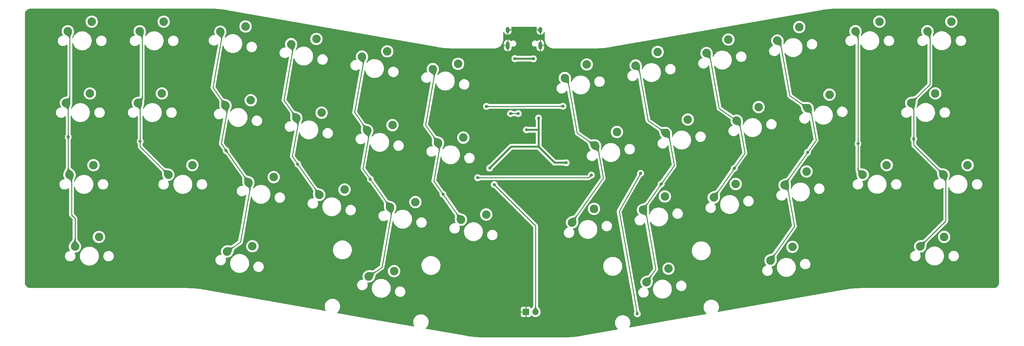
<source format=gbr>
%TF.GenerationSoftware,KiCad,Pcbnew,(6.0.1)*%
%TF.CreationDate,2022-05-18T11:52:05+02:00*%
%TF.ProjectId,3liza,336c697a-612e-46b6-9963-61645f706362,rev?*%
%TF.SameCoordinates,Original*%
%TF.FileFunction,Copper,L1,Top*%
%TF.FilePolarity,Positive*%
%FSLAX46Y46*%
G04 Gerber Fmt 4.6, Leading zero omitted, Abs format (unit mm)*
G04 Created by KiCad (PCBNEW (6.0.1)) date 2022-05-18 11:52:05*
%MOMM*%
%LPD*%
G01*
G04 APERTURE LIST*
%TA.AperFunction,ComponentPad*%
%ADD10C,2.250000*%
%TD*%
%TA.AperFunction,ComponentPad*%
%ADD11O,1.700000X1.700000*%
%TD*%
%TA.AperFunction,ComponentPad*%
%ADD12R,1.700000X1.700000*%
%TD*%
%TA.AperFunction,ComponentPad*%
%ADD13O,1.000000X2.100000*%
%TD*%
%TA.AperFunction,ComponentPad*%
%ADD14O,1.000000X1.600000*%
%TD*%
%TA.AperFunction,ViaPad*%
%ADD15C,0.800000*%
%TD*%
%TA.AperFunction,Conductor*%
%ADD16C,0.500000*%
%TD*%
%TA.AperFunction,Conductor*%
%ADD17C,0.250000*%
%TD*%
G04 APERTURE END LIST*
D10*
%TO.P,MX39,1,COL*%
%TO.N,col7*%
X185624922Y-135336737D03*
%TO.P,MX39,2,ROW*%
%TO.N,Net-(D20-Pad3)*%
X191437385Y-131732659D03*
%TD*%
%TO.P,MX38,1,COL*%
%TO.N,col4*%
X112060717Y-133795597D03*
%TO.P,MX38,2,ROW*%
%TO.N,Net-(D20-Pad2)*%
X118755312Y-132396851D03*
%TD*%
%TO.P,MX22,2,ROW*%
%TO.N,Net-(D11-Pad3)*%
X234067932Y-85527990D03*
%TO.P,MX22,1,COL*%
%TO.N,col9*%
X228255469Y-89132068D03*
%TD*%
%TO.P,MX30,2,ROW*%
%TO.N,Net-(D16-Pad2)*%
X171713871Y-115866570D03*
%TO.P,MX30,1,COL*%
%TO.N,col6*%
X165901408Y-119470648D03*
%TD*%
%TO.P,MX27,2,ROW*%
%TO.N,Net-(D14-Pad3)*%
X105647794Y-110741766D03*
%TO.P,MX27,1,COL*%
%TO.N,col3*%
X98953199Y-112140512D03*
%TD*%
%TO.P,MX13,2,ROW*%
%TO.N,Net-(D7-Pad2)*%
X38220431Y-85221443D03*
%TO.P,MX13,1,COL*%
%TO.N,col0*%
X31870431Y-87761443D03*
%TD*%
%TO.P,MX40,2,ROW*%
%TO.N,Net-(D21-Pad2)*%
X224268415Y-125943664D03*
%TO.P,MX40,1,COL*%
%TO.N,col9*%
X218455952Y-129547742D03*
%TD*%
%TO.P,MX11,2,ROW*%
%TO.N,Net-(D6-Pad2)*%
X247296485Y-66154792D03*
%TO.P,MX11,1,COL*%
%TO.N,col10*%
X240946485Y-68694792D03*
%TD*%
%TO.P,MX36,2,ROW*%
%TO.N,Net-(D19-Pad2)*%
X40605733Y-123323843D03*
%TO.P,MX36,1,COL*%
%TO.N,col0*%
X34255733Y-125863843D03*
%TD*%
%TO.P,MX26,2,ROW*%
%TO.N,Net-(D14-Pad2)*%
X86887206Y-107433768D03*
%TO.P,MX26,1,COL*%
%TO.N,col2*%
X80192611Y-108832514D03*
%TD*%
%TO.P,MX14,2,ROW*%
%TO.N,Net-(D7-Pad3)*%
X57270434Y-85221442D03*
%TO.P,MX14,1,COL*%
%TO.N,col1*%
X50920434Y-87761442D03*
%TD*%
%TO.P,MX31,2,ROW*%
%TO.N,Net-(D16-Pad3)*%
X190474462Y-112558571D03*
%TO.P,MX31,1,COL*%
%TO.N,col7*%
X184661999Y-116162649D03*
%TD*%
%TO.P,MX15,2,ROW*%
%TO.N,Net-(D8-Pad2)*%
X80814910Y-87019185D03*
%TO.P,MX15,1,COL*%
%TO.N,col2*%
X74120315Y-88417931D03*
%TD*%
%TO.P,MX21,2,ROW*%
%TO.N,Net-(D11-Pad2)*%
X215307342Y-88835987D03*
%TO.P,MX21,1,COL*%
%TO.N,col8*%
X209494879Y-92440065D03*
%TD*%
%TO.P,MX33,2,ROW*%
%TO.N,Net-(D17-Pad3)*%
X227995636Y-105942577D03*
%TO.P,MX33,1,COL*%
%TO.N,col9*%
X222183173Y-109546655D03*
%TD*%
%TO.P,MX37,2,ROW*%
%TO.N,Net-(D19-Pad3)*%
X81234138Y-125780857D03*
%TO.P,MX37,1,COL*%
%TO.N,col2*%
X74539543Y-127179603D03*
%TD*%
%TO.P,MX23,2,ROW*%
%TO.N,Net-(D12-Pad3)*%
X262072932Y-85204793D03*
%TO.P,MX23,1,COL*%
%TO.N,col11*%
X255722932Y-87744793D03*
%TD*%
%TO.P,MX5,2,ROW*%
%TO.N,Net-(D3-Pad2)*%
X116953938Y-74047590D03*
%TO.P,MX5,1,COL*%
%TO.N,col4*%
X110259343Y-75446336D03*
%TD*%
%TO.P,MX9,2,ROW*%
%TO.N,Net-(D5-Pad2)*%
X207309200Y-70902398D03*
%TO.P,MX9,1,COL*%
%TO.N,col8*%
X201496737Y-74506476D03*
%TD*%
%TO.P,MX19,2,ROW*%
%TO.N,Net-(D10-Pad2)*%
X177786170Y-95451984D03*
%TO.P,MX19,1,COL*%
%TO.N,col6*%
X171973707Y-99056062D03*
%TD*%
%TO.P,MX18,2,ROW*%
%TO.N,Net-(D9-Pad3)*%
X137096674Y-96943175D03*
%TO.P,MX18,1,COL*%
%TO.N,col5*%
X130402079Y-98341921D03*
%TD*%
%TO.P,MX24,2,ROW*%
%TO.N,Net-(D13-Pad2)*%
X39153884Y-104271443D03*
%TO.P,MX24,1,COL*%
%TO.N,col0*%
X32803884Y-106811443D03*
%TD*%
%TO.P,MX10,2,ROW*%
%TO.N,Net-(D5-Pad3)*%
X226069786Y-67594400D03*
%TO.P,MX10,1,COL*%
%TO.N,col9*%
X220257323Y-71198478D03*
%TD*%
%TO.P,MX16,2,ROW*%
%TO.N,Net-(D8-Pad3)*%
X99575500Y-90327179D03*
%TO.P,MX16,1,COL*%
%TO.N,col3*%
X92880905Y-91725925D03*
%TD*%
%TO.P,MX17,2,ROW*%
%TO.N,Net-(D9-Pad2)*%
X118336086Y-93635176D03*
%TO.P,MX17,1,COL*%
%TO.N,col4*%
X111641491Y-95033922D03*
%TD*%
%TO.P,MX29,2,ROW*%
%TO.N,Net-(D15-Pad3)*%
X143168971Y-117357762D03*
%TO.P,MX29,1,COL*%
%TO.N,col5*%
X136474376Y-118756508D03*
%TD*%
%TO.P,MX28,2,ROW*%
%TO.N,Net-(D15-Pad2)*%
X124408382Y-114049764D03*
%TO.P,MX28,1,COL*%
%TO.N,col4*%
X117713787Y-115448510D03*
%TD*%
%TO.P,MX34,2,ROW*%
%TO.N,Net-(D18-Pad2)*%
X249220534Y-104254791D03*
%TO.P,MX34,1,COL*%
%TO.N,col10*%
X242870534Y-106794791D03*
%TD*%
%TO.P,MX7,2,ROW*%
%TO.N,Net-(D4-Pad2)*%
X169788024Y-77518394D03*
%TO.P,MX7,1,COL*%
%TO.N,col6*%
X163975561Y-81122472D03*
%TD*%
%TO.P,MX6,2,ROW*%
%TO.N,Net-(D3-Pad3)*%
X135714524Y-77355588D03*
%TO.P,MX6,1,COL*%
%TO.N,col5*%
X129019929Y-78754334D03*
%TD*%
%TO.P,MX4,2,ROW*%
%TO.N,Net-(D2-Pad3)*%
X98193349Y-70739592D03*
%TO.P,MX4,1,COL*%
%TO.N,col3*%
X91498754Y-72138338D03*
%TD*%
%TO.P,MX25,2,ROW*%
%TO.N,Net-(D13-Pad3)*%
X65347633Y-104271442D03*
%TO.P,MX25,1,COL*%
%TO.N,col1*%
X58997633Y-106811442D03*
%TD*%
%TO.P,MX3,2,ROW*%
%TO.N,Net-(D2-Pad2)*%
X79432762Y-67431596D03*
%TO.P,MX3,1,COL*%
%TO.N,col2*%
X72738167Y-68830342D03*
%TD*%
%TO.P,MX32,2,ROW*%
%TO.N,Net-(D17-Pad2)*%
X209235048Y-109250575D03*
%TO.P,MX32,1,COL*%
%TO.N,col8*%
X203422585Y-112854653D03*
%TD*%
%TO.P,MX2,2,ROW*%
%TO.N,Net-(D1-Pad3)*%
X57750631Y-66171443D03*
%TO.P,MX2,1,COL*%
%TO.N,col1*%
X51400631Y-68711443D03*
%TD*%
%TO.P,MX1,2,ROW*%
%TO.N,Net-(D1-Pad2)*%
X38700631Y-66171442D03*
%TO.P,MX1,1,COL*%
%TO.N,col0*%
X32350631Y-68711442D03*
%TD*%
%TO.P,MX41,2,ROW*%
%TO.N,Net-(D21-Pad3)*%
X264435134Y-123304792D03*
%TO.P,MX41,1,COL*%
%TO.N,col11*%
X258085134Y-125844792D03*
%TD*%
%TO.P,MX20,2,ROW*%
%TO.N,Net-(D10-Pad3)*%
X196546757Y-92143986D03*
%TO.P,MX20,1,COL*%
%TO.N,col7*%
X190734294Y-95748064D03*
%TD*%
%TO.P,MX8,2,ROW*%
%TO.N,Net-(D4-Pad3)*%
X188548611Y-74210394D03*
%TO.P,MX8,1,COL*%
%TO.N,col7*%
X182736148Y-77814472D03*
%TD*%
%TO.P,MX12,2,ROW*%
%TO.N,Net-(D6-Pad3)*%
X266346484Y-66154791D03*
%TO.P,MX12,1,COL*%
%TO.N,col11*%
X259996484Y-68694791D03*
%TD*%
%TO.P,MX35,2,ROW*%
%TO.N,Net-(D18-Pad3)*%
X270632733Y-104254792D03*
%TO.P,MX35,1,COL*%
%TO.N,col11*%
X264282733Y-106794792D03*
%TD*%
D11*
%TO.P,RESET,2,2*%
%TO.N,Net-(R6-Pad1)*%
X156219004Y-143230695D03*
D12*
%TO.P,RESET,1,1*%
%TO.N,GND*%
X153679004Y-143230695D03*
%TD*%
D13*
%TO.P,USB1,S1,SHIELD*%
%TO.N,GND*%
X157503131Y-72510591D03*
D14*
X148863131Y-68330591D03*
X157503131Y-68330591D03*
D13*
X148863131Y-72510591D03*
%TD*%
D15*
%TO.N,+5V*%
X157022800Y-91744800D03*
%TO.N,col0*%
X32461972Y-96774772D03*
%TO.N,col11*%
X256388371Y-97282771D03*
%TO.N,+5V*%
X144069572Y-105045579D03*
%TO.N,Net-(R6-Pad1)*%
X145288772Y-109414379D03*
%TO.N,row1*%
X171005863Y-106886670D03*
%TO.N,GND*%
X162357572Y-111801979D03*
%TO.N,+5V*%
X164338772Y-103623178D03*
X153823171Y-94885579D03*
%TO.N,col5*%
X131717115Y-111962436D03*
%TO.N,col4*%
X112484145Y-107979807D03*
%TO.N,col3*%
X93251174Y-103997176D03*
%TO.N,col2*%
X74290181Y-100402969D03*
%TO.N,col1*%
X51511972Y-97933578D03*
%TO.N,row3*%
X184049807Y-106417813D03*
X183180413Y-143709538D03*
%TO.N,col7*%
X189490140Y-109267347D03*
%TO.N,col8*%
X208869561Y-105075566D03*
%TO.N,col9*%
X228228059Y-100913665D03*
%TO.N,col10*%
X241605572Y-98543179D03*
%TO.N,row0*%
X163501449Y-88606670D03*
X143206132Y-88649556D03*
%TO.N,row1*%
X140898698Y-107586571D03*
%TO.N,VCC*%
X150737605Y-75971495D03*
X155665205Y-76022295D03*
%TO.N,Net-(R3-Pad2)*%
X151645469Y-90566227D03*
X149604870Y-90557629D03*
%TD*%
D16*
%TO.N,+5V*%
X157022800Y-91744800D02*
X157023572Y-94783979D01*
D17*
%TO.N,col2*%
X74290181Y-100402969D02*
X72991319Y-98548005D01*
X80192611Y-108832514D02*
X74290181Y-100402969D01*
%TO.N,col4*%
X111641491Y-95033922D02*
X108293045Y-90251850D01*
D16*
%TO.N,+5V*%
X149749580Y-99365571D02*
X144069572Y-105045579D01*
X157023571Y-99365571D02*
X149749580Y-99365571D01*
X161281178Y-103623178D02*
X164338772Y-103623178D01*
X157023571Y-96307979D02*
X157023571Y-99365571D01*
X157023571Y-99365571D02*
X161281178Y-103623178D01*
D17*
%TO.N,col0*%
X32461972Y-96774772D02*
X32461972Y-106469532D01*
X32461972Y-88433978D02*
X32461972Y-96774772D01*
%TO.N,col11*%
X256388371Y-97282771D02*
X256388371Y-96561979D01*
X256388371Y-98900429D02*
X256388371Y-97282771D01*
%TO.N,Net-(R6-Pad1)*%
X145288772Y-109414379D02*
X156219004Y-120344611D01*
X156219004Y-120344611D02*
X156219002Y-143230692D01*
%TO.N,row1*%
X170305962Y-107586571D02*
X171005863Y-106886670D01*
X140898698Y-107586571D02*
X170305962Y-107586571D01*
D16*
%TO.N,+5V*%
X156921972Y-94885579D02*
X157023572Y-94783979D01*
X153823171Y-94885579D02*
X156921972Y-94885579D01*
X157023572Y-94783979D02*
X157023571Y-96307979D01*
D17*
%TO.N,col5*%
X130927083Y-99091705D02*
X130402079Y-98341921D01*
X136474376Y-118756509D02*
X129273084Y-108471997D01*
X129273084Y-108471997D02*
X130927083Y-99091705D01*
%TO.N,col4*%
X110512495Y-105164001D02*
X112166494Y-95783707D01*
X110774045Y-76181407D02*
X110259344Y-75446337D01*
X118218187Y-116168869D02*
X117713786Y-115448510D01*
X115539647Y-131359624D02*
X118218187Y-116168869D01*
X117713786Y-115448510D02*
X110512495Y-105164001D01*
X112060718Y-133795598D02*
X115539647Y-131359624D01*
X108293045Y-90251850D02*
X110774045Y-76181407D01*
%TO.N,col3*%
X89573665Y-87002696D02*
X92054663Y-72932259D01*
X93447113Y-92534555D02*
X92880904Y-91725926D01*
X91793115Y-101914853D02*
X93447113Y-92534555D01*
X92880904Y-91725926D02*
X89573665Y-87002696D01*
X98953200Y-112140513D02*
X91793115Y-101914853D01*
X92054663Y-72932259D02*
X91498753Y-72138335D01*
%TO.N,col2*%
X74645320Y-89167713D02*
X74120312Y-88417928D01*
X72991319Y-98548005D02*
X74645320Y-89167713D01*
X70771870Y-83635854D02*
X73252868Y-69565412D01*
X74120312Y-88417928D02*
X70771870Y-83635854D01*
X78077321Y-124702423D02*
X80738221Y-109611721D01*
X73252868Y-69565412D02*
X72738167Y-68830343D01*
X74539543Y-127179602D02*
X78077321Y-124702423D01*
%TO.N,col1*%
X51511971Y-88352978D02*
X50920434Y-87761441D01*
X51511970Y-99325782D02*
X51511971Y-88352978D01*
X58997633Y-106811443D02*
X51511970Y-99325782D01*
%TO.N,col0*%
X32461972Y-106469532D02*
X32803884Y-106811444D01*
X31870432Y-87842438D02*
X32461972Y-88433978D01*
X31870431Y-87761443D02*
X31870432Y-87842438D01*
%TO.N,row3*%
X178359572Y-116424779D02*
X184049807Y-106417813D01*
X181509172Y-134306379D02*
X178359572Y-116424779D01*
X183180413Y-143709538D02*
X181509172Y-134306379D01*
%TO.N,col7*%
X190734294Y-95748064D02*
X191547779Y-96317673D01*
X192957900Y-104314870D02*
X189490140Y-109267347D01*
X184661999Y-116162648D02*
X189490140Y-109267347D01*
X191547779Y-96317673D02*
X192957900Y-104314870D01*
%TO.N,col8*%
X211677282Y-101065723D02*
X208869561Y-105075566D01*
X204835358Y-89177431D02*
X210249517Y-92968468D01*
X202354360Y-75106992D02*
X204835358Y-89177431D01*
X201496736Y-74506476D02*
X202354360Y-75106992D01*
X203422586Y-112854653D02*
X208869561Y-105075566D01*
X210249517Y-92968468D02*
X211677282Y-101065723D01*
%TO.N,col9*%
X230520284Y-97640027D02*
X229127804Y-89742885D01*
X229127804Y-89742885D02*
X228255469Y-89132069D01*
X222183171Y-109546655D02*
X230520284Y-97640027D01*
%TO.N,col10*%
X241605572Y-69353880D02*
X240946484Y-68694792D01*
X241605571Y-105529831D02*
X241605572Y-69353880D01*
X242870534Y-106794792D02*
X241605571Y-105529831D01*
%TO.N,col11*%
X264282734Y-106794790D02*
X256388371Y-98900429D01*
X256388371Y-96561979D02*
X256388372Y-88410233D01*
%TO.N,row0*%
X143206132Y-88649556D02*
X163501449Y-88606670D01*
D16*
%TO.N,VCC*%
X155665205Y-76022295D02*
X150788403Y-76022296D01*
X150788403Y-76022296D02*
X150737605Y-75971495D01*
D17*
%TO.N,col0*%
X34255733Y-118370939D02*
X33325572Y-117440778D01*
X33325572Y-117440778D02*
X33325572Y-107333131D01*
X32350631Y-68711442D02*
X32868371Y-69229184D01*
X34255733Y-125863843D02*
X34255733Y-118370939D01*
X33325572Y-107333131D02*
X32803884Y-106811444D01*
X32803884Y-106811444D02*
X32754636Y-106811445D01*
X32868372Y-86249579D02*
X31870431Y-87247518D01*
X32754636Y-106811445D02*
X32360372Y-106417179D01*
X31870431Y-87247518D02*
X31870431Y-87761443D01*
X32868371Y-69229184D02*
X32868372Y-86249579D01*
%TO.N,col1*%
X50920434Y-87761441D02*
X52070771Y-86611103D01*
X52070771Y-69381586D02*
X51400631Y-68711443D01*
X52070771Y-86611103D02*
X52070771Y-69381586D01*
%TO.N,col5*%
X129575839Y-79548257D02*
X129019928Y-78754335D01*
X127094840Y-93618696D02*
X129575839Y-79548257D01*
X130402079Y-98341921D02*
X127094840Y-93618696D01*
%TO.N,col6*%
X172728342Y-99584464D02*
X171973707Y-99056063D01*
X171973707Y-99056063D02*
X167255334Y-95752221D01*
X164774335Y-81681779D02*
X163975560Y-81122472D01*
X174156106Y-107681716D02*
X172728342Y-99584464D01*
X165901409Y-119470647D02*
X174156106Y-107681716D01*
X167255334Y-95752221D02*
X164774335Y-81681779D01*
%TO.N,col7*%
X185387209Y-116670446D02*
X184661999Y-116162648D01*
X186015920Y-92444223D02*
X183534923Y-78373782D01*
X185624922Y-135336736D02*
X188064294Y-131852952D01*
X190734294Y-95748064D02*
X186015920Y-92444223D01*
X188064294Y-131852952D02*
X185387209Y-116670446D01*
X183534923Y-78373782D02*
X182736148Y-77814474D01*
%TO.N,col9*%
X228255469Y-89132069D02*
X223537096Y-85828229D01*
X221056099Y-71757786D02*
X220257323Y-71198478D01*
X224799678Y-120487961D02*
X222967235Y-110095661D01*
X223537096Y-85828229D02*
X221056099Y-71757786D01*
X222967235Y-110095661D02*
X222183171Y-109546655D01*
X218455952Y-129547741D02*
X224799678Y-120487961D01*
%TO.N,col11*%
X264871972Y-119057955D02*
X264871972Y-107384031D01*
X258085134Y-125844792D02*
X264871972Y-119057955D01*
X255722932Y-87744793D02*
X260655572Y-82812153D01*
X264871972Y-107384031D02*
X264282734Y-106794790D01*
X260655572Y-82812153D02*
X260655572Y-69353878D01*
X260655572Y-69353878D02*
X259996484Y-68694791D01*
X256388372Y-88410233D02*
X255722932Y-87744793D01*
%TO.N,Net-(R3-Pad2)*%
X151636871Y-90557627D02*
X151645469Y-90566227D01*
X149604870Y-90557629D02*
X151636871Y-90557627D01*
%TD*%
%TA.AperFunction,Conductor*%
%TO.N,+5V*%
G36*
X157031185Y-91553568D02*
G01*
X157377291Y-91913292D01*
X157380558Y-91921630D01*
X157379473Y-91926329D01*
X157355490Y-91978016D01*
X157333050Y-92032334D01*
X157315046Y-92083973D01*
X157300998Y-92134890D01*
X157290429Y-92187040D01*
X157282859Y-92242378D01*
X157277809Y-92302861D01*
X157274802Y-92370444D01*
X157274800Y-92370559D01*
X157273358Y-92447083D01*
X157273048Y-92523086D01*
X157269587Y-92531345D01*
X157261351Y-92534738D01*
X157023000Y-92534799D01*
X156784650Y-92534859D01*
X156776376Y-92531434D01*
X156772947Y-92523213D01*
X156772947Y-92523086D01*
X156772597Y-92447211D01*
X156771114Y-92370572D01*
X156771103Y-92370314D01*
X156768077Y-92303088D01*
X156768073Y-92302990D01*
X156762993Y-92242510D01*
X156755395Y-92187176D01*
X156744799Y-92135031D01*
X156744707Y-92134695D01*
X156730774Y-92084295D01*
X156730772Y-92084290D01*
X156730726Y-92084122D01*
X156712696Y-92032491D01*
X156712631Y-92032334D01*
X156712627Y-92032323D01*
X156690287Y-91978327D01*
X156690283Y-91978318D01*
X156690228Y-91978185D01*
X156679377Y-91954830D01*
X156666220Y-91926510D01*
X156665842Y-91917563D01*
X156668396Y-91913472D01*
X156772829Y-91804819D01*
X157014320Y-91553572D01*
X157022522Y-91549982D01*
X157031185Y-91553568D01*
G37*
%TD.AperFunction*%
%TD*%
%TA.AperFunction,Conductor*%
%TO.N,col2*%
G36*
X73946252Y-99693147D02*
G01*
X73994011Y-99756370D01*
X73994177Y-99756554D01*
X73994182Y-99756560D01*
X74044957Y-99812820D01*
X74044964Y-99812827D01*
X74045159Y-99813043D01*
X74045384Y-99813245D01*
X74045387Y-99813248D01*
X74061300Y-99827537D01*
X74094174Y-99857056D01*
X74142335Y-99891300D01*
X74190923Y-99918669D01*
X74241218Y-99942057D01*
X74241316Y-99942098D01*
X74241325Y-99942102D01*
X74294496Y-99964355D01*
X74294499Y-99964356D01*
X74351869Y-99988386D01*
X74352206Y-99988533D01*
X74414893Y-100017149D01*
X74415417Y-100017405D01*
X74442981Y-100031752D01*
X74477613Y-100049778D01*
X74483369Y-100056637D01*
X74483771Y-100061960D01*
X74404896Y-100566799D01*
X73903527Y-100468253D01*
X73896071Y-100463295D01*
X73894184Y-100458300D01*
X73885033Y-100388769D01*
X73884970Y-100388167D01*
X73879526Y-100319539D01*
X73879502Y-100319171D01*
X73878606Y-100300345D01*
X73876542Y-100257013D01*
X73873811Y-100199317D01*
X73869035Y-100144057D01*
X73859935Y-100089038D01*
X73844228Y-100032070D01*
X73819634Y-99970958D01*
X73819492Y-99970690D01*
X73783993Y-99903738D01*
X73783987Y-99903727D01*
X73783872Y-99903511D01*
X73740797Y-99837009D01*
X73739176Y-99828202D01*
X73743906Y-99821064D01*
X73755069Y-99813248D01*
X73930205Y-99690616D01*
X73938949Y-99688678D01*
X73946252Y-99693147D01*
G37*
%TD.AperFunction*%
%TD*%
%TA.AperFunction,Conductor*%
%TO.N,col2*%
G36*
X74447728Y-100292654D02*
G01*
X74449895Y-100293080D01*
X74676835Y-100337686D01*
X74684291Y-100342644D01*
X74686178Y-100347640D01*
X74695326Y-100417168D01*
X74695389Y-100417768D01*
X74700835Y-100486398D01*
X74700858Y-100486756D01*
X74703819Y-100548925D01*
X74706550Y-100606620D01*
X74711325Y-100661881D01*
X74720426Y-100716899D01*
X74736133Y-100773868D01*
X74760726Y-100834979D01*
X74760867Y-100835245D01*
X74760868Y-100835247D01*
X74796367Y-100902199D01*
X74796373Y-100902210D01*
X74796488Y-100902426D01*
X74796628Y-100902642D01*
X74839564Y-100968929D01*
X74841185Y-100977736D01*
X74836455Y-100984873D01*
X74744335Y-101049377D01*
X74650155Y-101115322D01*
X74641412Y-101117260D01*
X74634109Y-101112791D01*
X74586349Y-101049567D01*
X74586178Y-101049377D01*
X74535403Y-100993117D01*
X74535396Y-100993110D01*
X74535201Y-100992894D01*
X74526270Y-100984874D01*
X74486432Y-100949103D01*
X74486186Y-100948882D01*
X74438025Y-100914638D01*
X74415943Y-100902199D01*
X74389631Y-100887377D01*
X74389625Y-100887374D01*
X74389437Y-100887268D01*
X74339142Y-100863881D01*
X74339044Y-100863840D01*
X74339035Y-100863836D01*
X74285864Y-100841582D01*
X74285861Y-100841581D01*
X74228465Y-100817541D01*
X74228126Y-100817392D01*
X74217765Y-100812662D01*
X74165476Y-100788793D01*
X74164963Y-100788542D01*
X74102748Y-100756160D01*
X74096992Y-100749301D01*
X74096590Y-100743976D01*
X74100775Y-100717195D01*
X74118051Y-100606620D01*
X74118071Y-100606492D01*
X74132275Y-100515584D01*
X74132275Y-100515583D01*
X74132634Y-100513285D01*
X74175466Y-100239139D01*
X74447728Y-100292654D01*
G37*
%TD.AperFunction*%
%TD*%
%TA.AperFunction,Conductor*%
%TO.N,col2*%
G36*
X79014166Y-106930534D02*
G01*
X79172319Y-107132034D01*
X79172585Y-107132294D01*
X79172590Y-107132299D01*
X79319404Y-107275498D01*
X79330994Y-107286802D01*
X79331364Y-107287065D01*
X79331368Y-107287068D01*
X79420320Y-107350214D01*
X79486414Y-107397135D01*
X79641647Y-107474043D01*
X79642009Y-107474168D01*
X79642012Y-107474169D01*
X79698927Y-107493784D01*
X79799756Y-107528534D01*
X79799984Y-107528594D01*
X79799991Y-107528596D01*
X79859563Y-107544241D01*
X79963807Y-107571618D01*
X79963860Y-107571631D01*
X80136665Y-107614256D01*
X80137100Y-107614373D01*
X80321557Y-107667477D01*
X80322420Y-107667762D01*
X80521715Y-107742319D01*
X80522783Y-107742780D01*
X80733015Y-107846276D01*
X80738922Y-107853004D01*
X80739406Y-107858577D01*
X80515247Y-109293287D01*
X79692020Y-109131478D01*
X79090395Y-109013227D01*
X79082939Y-109008269D01*
X79081021Y-109003013D01*
X79055671Y-108770074D01*
X79055602Y-108768912D01*
X79053705Y-108556116D01*
X79053733Y-108555208D01*
X79066919Y-108363715D01*
X79066958Y-108363267D01*
X79086003Y-108186343D01*
X79086012Y-108186256D01*
X79101635Y-108017363D01*
X79102190Y-107985074D01*
X79104501Y-107850527D01*
X79104501Y-107850520D01*
X79104507Y-107850152D01*
X79104076Y-107846275D01*
X79085382Y-107678440D01*
X79085381Y-107678435D01*
X79085330Y-107677977D01*
X79082444Y-107667477D01*
X79034929Y-107494632D01*
X79034928Y-107494628D01*
X79034808Y-107494193D01*
X78990892Y-107396867D01*
X78943802Y-107292505D01*
X78943798Y-107292497D01*
X78943643Y-107292154D01*
X78943442Y-107291831D01*
X78943439Y-107291825D01*
X78808389Y-107074623D01*
X78806931Y-107065788D01*
X78811614Y-107058861D01*
X78994882Y-106930535D01*
X78998253Y-106928175D01*
X79006995Y-106926237D01*
X79014166Y-106930534D01*
G37*
%TD.AperFunction*%
%TD*%
%TA.AperFunction,Conductor*%
%TO.N,col4*%
G36*
X110463045Y-93131943D02*
G01*
X110621198Y-93333443D01*
X110621464Y-93333703D01*
X110621469Y-93333708D01*
X110768283Y-93476907D01*
X110779873Y-93488211D01*
X110780243Y-93488474D01*
X110780247Y-93488477D01*
X110869152Y-93551590D01*
X110935294Y-93598544D01*
X111090526Y-93675451D01*
X111090888Y-93675576D01*
X111090891Y-93675577D01*
X111147809Y-93695193D01*
X111248635Y-93729942D01*
X111248863Y-93730002D01*
X111248870Y-93730004D01*
X111308442Y-93745649D01*
X111412686Y-93773026D01*
X111412739Y-93773039D01*
X111585544Y-93815664D01*
X111585979Y-93815781D01*
X111770436Y-93868886D01*
X111771298Y-93869171D01*
X111970593Y-93943727D01*
X111971662Y-93944188D01*
X112181894Y-94047684D01*
X112187801Y-94054412D01*
X112188285Y-94059985D01*
X111964127Y-95494694D01*
X111127396Y-95330232D01*
X110539275Y-95214636D01*
X110531819Y-95209678D01*
X110529901Y-95204422D01*
X110504551Y-94971483D01*
X110504482Y-94970321D01*
X110502585Y-94757525D01*
X110502613Y-94756617D01*
X110515798Y-94565124D01*
X110515837Y-94564676D01*
X110534882Y-94387752D01*
X110534891Y-94387665D01*
X110550514Y-94218772D01*
X110551069Y-94186483D01*
X110553380Y-94051936D01*
X110553380Y-94051929D01*
X110553386Y-94051561D01*
X110553345Y-94051189D01*
X110534262Y-93879849D01*
X110534261Y-93879844D01*
X110534210Y-93879386D01*
X110516725Y-93815781D01*
X110483809Y-93696041D01*
X110483808Y-93696037D01*
X110483688Y-93695602D01*
X110439772Y-93598276D01*
X110392682Y-93493914D01*
X110392678Y-93493906D01*
X110392523Y-93493563D01*
X110392322Y-93493240D01*
X110392319Y-93493234D01*
X110257268Y-93276032D01*
X110255810Y-93267197D01*
X110260493Y-93260270D01*
X110443761Y-93131944D01*
X110447132Y-93129584D01*
X110455874Y-93127646D01*
X110463045Y-93131943D01*
G37*
%TD.AperFunction*%
%TD*%
%TA.AperFunction,Conductor*%
%TO.N,+5V*%
G36*
X144459646Y-104318426D02*
G01*
X144796725Y-104655505D01*
X144800152Y-104663778D01*
X144796761Y-104672014D01*
X144743252Y-104725990D01*
X144690095Y-104781216D01*
X144644446Y-104831143D01*
X144624407Y-104854844D01*
X144605344Y-104877391D01*
X144605335Y-104877403D01*
X144605260Y-104877491D01*
X144571494Y-104921982D01*
X144542103Y-104966339D01*
X144516044Y-105012282D01*
X144503794Y-105037664D01*
X144492342Y-105061390D01*
X144492336Y-105061403D01*
X144492273Y-105061534D01*
X144469746Y-105115815D01*
X144450169Y-105169329D01*
X144444109Y-105175920D01*
X144439413Y-105177005D01*
X144083211Y-105183969D01*
X143940316Y-105186762D01*
X143931977Y-105183497D01*
X143928389Y-105174835D01*
X143931563Y-105012453D01*
X143938145Y-104675739D01*
X143941733Y-104667536D01*
X143945821Y-104664982D01*
X143999335Y-104645404D01*
X144053616Y-104622877D01*
X144053747Y-104622814D01*
X144053760Y-104622808D01*
X144077486Y-104611356D01*
X144102868Y-104599106D01*
X144103029Y-104599015D01*
X144103038Y-104599010D01*
X144148640Y-104573144D01*
X144148811Y-104573047D01*
X144148966Y-104572944D01*
X144148973Y-104572940D01*
X144193013Y-104543759D01*
X144193019Y-104543755D01*
X144193168Y-104543656D01*
X144237659Y-104509890D01*
X144237747Y-104509815D01*
X144237759Y-104509806D01*
X144260306Y-104490743D01*
X144284007Y-104470704D01*
X144333934Y-104425055D01*
X144389160Y-104371898D01*
X144443136Y-104318390D01*
X144451424Y-104314999D01*
X144459646Y-104318426D01*
G37*
%TD.AperFunction*%
%TD*%
%TA.AperFunction,Conductor*%
%TO.N,+5V*%
G36*
X164170190Y-103268730D02*
G01*
X164530003Y-103614745D01*
X164533591Y-103622949D01*
X164530003Y-103631611D01*
X164170190Y-103977626D01*
X164161851Y-103980891D01*
X164157153Y-103979805D01*
X164137734Y-103970789D01*
X164105471Y-103955809D01*
X164051158Y-103933355D01*
X163999523Y-103915338D01*
X163999368Y-103915295D01*
X163999361Y-103915293D01*
X163981830Y-103910452D01*
X163948610Y-103901277D01*
X163941631Y-103899861D01*
X163896646Y-103890732D01*
X163896642Y-103890731D01*
X163896463Y-103890695D01*
X163841126Y-103883111D01*
X163840964Y-103883097D01*
X163840960Y-103883097D01*
X163780764Y-103878056D01*
X163780766Y-103878056D01*
X163780645Y-103878046D01*
X163713062Y-103875022D01*
X163636423Y-103873559D01*
X163560420Y-103873229D01*
X163552163Y-103869766D01*
X163548772Y-103861529D01*
X163548772Y-103384827D01*
X163552199Y-103376554D01*
X163560420Y-103373127D01*
X163636423Y-103372796D01*
X163713062Y-103371333D01*
X163780645Y-103368309D01*
X163796340Y-103366995D01*
X163840960Y-103363258D01*
X163840964Y-103363258D01*
X163841126Y-103363244D01*
X163896463Y-103355660D01*
X163896642Y-103355624D01*
X163896646Y-103355623D01*
X163948398Y-103345121D01*
X163948397Y-103345121D01*
X163948610Y-103345078D01*
X163981830Y-103335903D01*
X163999361Y-103331062D01*
X163999368Y-103331060D01*
X163999523Y-103331017D01*
X164051158Y-103313000D01*
X164105471Y-103290546D01*
X164105611Y-103290481D01*
X164157153Y-103266551D01*
X164166100Y-103266175D01*
X164170190Y-103268730D01*
G37*
%TD.AperFunction*%
%TD*%
%TA.AperFunction,Conductor*%
%TO.N,col0*%
G36*
X32816146Y-96943069D02*
G01*
X32819411Y-96951407D01*
X32818091Y-96956581D01*
X32785708Y-97018777D01*
X32785415Y-97019306D01*
X32750485Y-97078693D01*
X32750292Y-97079008D01*
X32717090Y-97131581D01*
X32717087Y-97131583D01*
X32717088Y-97131584D01*
X32686233Y-97180412D01*
X32658448Y-97228419D01*
X32634346Y-97278707D01*
X32614536Y-97334382D01*
X32599630Y-97398549D01*
X32590238Y-97474310D01*
X32590229Y-97474571D01*
X32587379Y-97553494D01*
X32583656Y-97561638D01*
X32575687Y-97564772D01*
X32348257Y-97564772D01*
X32339984Y-97561345D01*
X32336565Y-97553494D01*
X32333714Y-97474571D01*
X32333705Y-97474310D01*
X32324313Y-97398549D01*
X32309407Y-97334382D01*
X32289597Y-97278707D01*
X32265495Y-97228419D01*
X32237710Y-97180412D01*
X32206855Y-97131584D01*
X32173638Y-97078986D01*
X32173458Y-97078693D01*
X32138528Y-97019306D01*
X32138235Y-97018777D01*
X32105853Y-96956582D01*
X32105072Y-96947661D01*
X32107798Y-96943069D01*
X32268027Y-96776451D01*
X32268027Y-96776450D01*
X32461972Y-96574772D01*
X32816146Y-96943069D01*
G37*
%TD.AperFunction*%
%TD*%
%TA.AperFunction,Conductor*%
%TO.N,col0*%
G36*
X32584231Y-104617959D02*
G01*
X32587637Y-104625525D01*
X32601379Y-104852602D01*
X32642789Y-105045560D01*
X32708477Y-105202335D01*
X32795723Y-105331855D01*
X32796067Y-105332216D01*
X32796069Y-105332218D01*
X32811884Y-105348795D01*
X32901805Y-105443047D01*
X33024000Y-105544839D01*
X33024089Y-105544905D01*
X33024101Y-105544915D01*
X33159587Y-105646159D01*
X33159606Y-105646174D01*
X33305612Y-105755762D01*
X33306033Y-105756092D01*
X33459718Y-105882824D01*
X33460369Y-105883405D01*
X33580851Y-105999385D01*
X33613324Y-106030645D01*
X33616908Y-106038851D01*
X33615709Y-106044238D01*
X33343340Y-106598038D01*
X33343340Y-106598040D01*
X32974821Y-107347340D01*
X31697831Y-106656051D01*
X31692187Y-106649099D01*
X31691924Y-106643488D01*
X31740907Y-106396229D01*
X31741238Y-106394947D01*
X31808959Y-106182684D01*
X31809393Y-106181534D01*
X31869713Y-106044238D01*
X31889073Y-106000172D01*
X31889455Y-105999385D01*
X31975928Y-105837068D01*
X31976045Y-105836855D01*
X32064040Y-105681922D01*
X32136468Y-105544915D01*
X32147941Y-105523213D01*
X32147943Y-105523210D01*
X32148055Y-105522997D01*
X32222696Y-105348486D01*
X32282622Y-105146699D01*
X32322494Y-104905944D01*
X32336420Y-104625651D01*
X32340254Y-104617559D01*
X32348106Y-104614532D01*
X32575958Y-104614532D01*
X32584231Y-104617959D01*
G37*
%TD.AperFunction*%
%TD*%
%TA.AperFunction,Conductor*%
%TO.N,col0*%
G36*
X32583960Y-95988199D02*
G01*
X32587379Y-95996050D01*
X32590238Y-96075233D01*
X32599630Y-96150994D01*
X32614536Y-96215161D01*
X32634346Y-96270836D01*
X32658448Y-96321124D01*
X32686233Y-96369131D01*
X32686276Y-96369199D01*
X32686282Y-96369209D01*
X32717088Y-96417959D01*
X32717090Y-96417962D01*
X32750292Y-96470535D01*
X32750485Y-96470850D01*
X32785415Y-96530237D01*
X32785708Y-96530766D01*
X32818091Y-96592963D01*
X32818872Y-96601884D01*
X32816147Y-96606474D01*
X32461972Y-96974772D01*
X32107798Y-96606475D01*
X32104533Y-96598136D01*
X32105853Y-96592962D01*
X32138235Y-96530766D01*
X32138528Y-96530237D01*
X32173458Y-96470850D01*
X32173651Y-96470535D01*
X32206853Y-96417962D01*
X32206856Y-96417960D01*
X32206855Y-96417959D01*
X32237661Y-96369209D01*
X32237667Y-96369199D01*
X32237710Y-96369131D01*
X32265495Y-96321124D01*
X32289597Y-96270836D01*
X32309407Y-96215161D01*
X32324313Y-96150994D01*
X32333705Y-96075233D01*
X32336565Y-95996050D01*
X32340288Y-95987906D01*
X32348257Y-95984772D01*
X32575687Y-95984772D01*
X32583960Y-95988199D01*
G37*
%TD.AperFunction*%
%TD*%
%TA.AperFunction,Conductor*%
%TO.N,col0*%
G36*
X32995425Y-87761441D02*
G01*
X32995419Y-87761716D01*
X32984019Y-88019978D01*
X32983914Y-88021109D01*
X32953031Y-88238346D01*
X32952818Y-88239456D01*
X32907309Y-88427164D01*
X32907060Y-88428039D01*
X32851728Y-88597487D01*
X32851573Y-88597932D01*
X32791201Y-88760341D01*
X32741747Y-88896315D01*
X32730749Y-88926553D01*
X32675199Y-89107439D01*
X32629451Y-89314082D01*
X32627619Y-89328450D01*
X32598441Y-89557304D01*
X32598440Y-89557316D01*
X32598408Y-89557567D01*
X32595270Y-89637529D01*
X32587413Y-89837737D01*
X32583664Y-89845869D01*
X32575722Y-89848978D01*
X32347913Y-89848978D01*
X32339640Y-89845551D01*
X32336239Y-89838062D01*
X32322775Y-89637529D01*
X32322742Y-89637036D01*
X32281611Y-89465907D01*
X32215917Y-89328450D01*
X32127995Y-89217527D01*
X32127557Y-89217156D01*
X32127555Y-89217153D01*
X32020503Y-89126270D01*
X32020183Y-89125998D01*
X31894819Y-89046722D01*
X31894616Y-89046615D01*
X31894611Y-89046612D01*
X31754335Y-88972612D01*
X31754312Y-88972600D01*
X31754238Y-88972561D01*
X31754216Y-88972550D01*
X31754187Y-88972535D01*
X31600863Y-88896416D01*
X31600665Y-88896315D01*
X31437047Y-88811162D01*
X31436500Y-88810858D01*
X31271856Y-88713665D01*
X31266474Y-88706509D01*
X31266373Y-88701096D01*
X31414716Y-88021109D01*
X31575911Y-87282211D01*
X32995425Y-87761441D01*
G37*
%TD.AperFunction*%
%TD*%
%TA.AperFunction,Conductor*%
%TO.N,col11*%
G36*
X256388372Y-96482772D02*
G01*
X256502074Y-96482772D01*
X256510347Y-96486199D01*
X256513767Y-96494061D01*
X256516590Y-96574552D01*
X256525861Y-96651484D01*
X256540606Y-96716703D01*
X256560243Y-96773340D01*
X256584194Y-96824529D01*
X256611879Y-96873403D01*
X256611929Y-96873483D01*
X256642700Y-96923065D01*
X256642710Y-96923081D01*
X256642719Y-96923096D01*
X256676053Y-96976610D01*
X256676229Y-96976903D01*
X256711399Y-97037221D01*
X256711676Y-97037724D01*
X256744504Y-97100966D01*
X256745274Y-97109887D01*
X256742553Y-97114466D01*
X256388371Y-97482771D01*
X256034189Y-97114466D01*
X256030924Y-97106127D01*
X256032238Y-97100966D01*
X256065068Y-97037718D01*
X256065339Y-97037226D01*
X256100512Y-96976903D01*
X256100688Y-96976610D01*
X256134022Y-96923095D01*
X256164862Y-96873403D01*
X256166262Y-96870932D01*
X256192434Y-96824728D01*
X256192437Y-96824722D01*
X256192547Y-96824528D01*
X256216499Y-96773339D01*
X256236136Y-96716702D01*
X256236207Y-96716388D01*
X256236209Y-96716381D01*
X256250815Y-96651776D01*
X256250881Y-96651484D01*
X256260152Y-96574551D01*
X256262976Y-96494061D01*
X256266691Y-96485913D01*
X256274669Y-96482771D01*
X256388372Y-96482772D01*
G37*
%TD.AperFunction*%
%TD*%
%TA.AperFunction,Conductor*%
%TO.N,col11*%
G36*
X256742545Y-97451068D02*
G01*
X256745810Y-97459406D01*
X256744490Y-97464580D01*
X256712107Y-97526776D01*
X256711814Y-97527305D01*
X256676884Y-97586692D01*
X256676691Y-97587007D01*
X256643489Y-97639580D01*
X256643486Y-97639582D01*
X256643487Y-97639583D01*
X256612632Y-97688411D01*
X256584847Y-97736418D01*
X256560745Y-97786706D01*
X256540935Y-97842381D01*
X256526029Y-97906548D01*
X256516637Y-97982309D01*
X256516628Y-97982570D01*
X256513778Y-98061493D01*
X256510055Y-98069637D01*
X256502086Y-98072771D01*
X256274656Y-98072771D01*
X256266383Y-98069344D01*
X256262964Y-98061493D01*
X256260113Y-97982570D01*
X256260104Y-97982309D01*
X256250712Y-97906548D01*
X256235806Y-97842381D01*
X256215996Y-97786706D01*
X256191894Y-97736418D01*
X256164109Y-97688411D01*
X256133254Y-97639583D01*
X256100037Y-97586985D01*
X256099857Y-97586692D01*
X256064927Y-97527305D01*
X256064634Y-97526776D01*
X256032252Y-97464581D01*
X256031471Y-97455660D01*
X256034197Y-97451068D01*
X256194426Y-97284450D01*
X256194426Y-97284449D01*
X256388371Y-97082771D01*
X256742545Y-97451068D01*
G37*
%TD.AperFunction*%
%TD*%
%TA.AperFunction,Conductor*%
%TO.N,Net-(R6-Pad1)*%
G36*
X145658215Y-109282945D02*
G01*
X145666419Y-109286533D01*
X145669145Y-109291126D01*
X145690230Y-109358016D01*
X145690396Y-109358596D01*
X145707671Y-109425222D01*
X145707759Y-109425581D01*
X145721471Y-109486289D01*
X145721470Y-109486289D01*
X145721472Y-109486293D01*
X145734179Y-109542633D01*
X145748478Y-109596225D01*
X145748555Y-109596444D01*
X145748556Y-109596447D01*
X145766890Y-109648534D01*
X145766893Y-109648542D01*
X145766994Y-109648828D01*
X145792355Y-109702203D01*
X145792528Y-109702481D01*
X145792532Y-109702488D01*
X145827023Y-109757853D01*
X145827187Y-109758116D01*
X145827373Y-109758354D01*
X145827376Y-109758359D01*
X145873967Y-109818135D01*
X145873973Y-109818142D01*
X145874118Y-109818328D01*
X145888026Y-109833278D01*
X145928087Y-109876342D01*
X145931213Y-109884733D01*
X145927794Y-109892584D01*
X145766977Y-110053401D01*
X145758704Y-110056828D01*
X145750735Y-110053694D01*
X145720090Y-110025186D01*
X145692721Y-109999725D01*
X145692535Y-109999580D01*
X145692528Y-109999574D01*
X145632752Y-109952983D01*
X145632747Y-109952980D01*
X145632509Y-109952794D01*
X145632246Y-109952630D01*
X145576881Y-109918139D01*
X145576874Y-109918135D01*
X145576596Y-109917962D01*
X145523221Y-109892601D01*
X145522935Y-109892500D01*
X145522927Y-109892497D01*
X145470840Y-109874163D01*
X145470837Y-109874162D01*
X145470618Y-109874085D01*
X145417026Y-109859786D01*
X145360686Y-109847079D01*
X145360682Y-109847076D01*
X145360682Y-109847078D01*
X145299974Y-109833366D01*
X145299615Y-109833278D01*
X145232989Y-109816003D01*
X145232409Y-109815837D01*
X145165519Y-109794752D01*
X145158658Y-109788996D01*
X145157338Y-109783822D01*
X145147589Y-109285123D01*
X145150854Y-109276784D01*
X145159516Y-109273196D01*
X145658215Y-109282945D01*
G37*
%TD.AperFunction*%
%TD*%
%TA.AperFunction,Conductor*%
%TO.N,Net-(R6-Pad1)*%
G36*
X156219003Y-141540694D02*
G01*
X156332891Y-141540694D01*
X156341164Y-141544121D01*
X156344575Y-141551789D01*
X156354304Y-141740092D01*
X156383475Y-141903566D01*
X156428916Y-142038967D01*
X156488023Y-142154145D01*
X156558197Y-142256952D01*
X156636834Y-142355237D01*
X156684969Y-142413122D01*
X156721215Y-142456709D01*
X156721453Y-142457005D01*
X156808847Y-142569326D01*
X156809320Y-142569979D01*
X156877340Y-142671390D01*
X156897221Y-142701030D01*
X156897778Y-142701949D01*
X156979901Y-142852659D01*
X156980850Y-142861563D01*
X156978060Y-142866367D01*
X156227438Y-143646925D01*
X156219234Y-143650513D01*
X156210572Y-143646925D01*
X155459947Y-142866371D01*
X155456682Y-142858032D01*
X155458106Y-142852663D01*
X155540228Y-142701952D01*
X155540785Y-142701033D01*
X155560893Y-142671054D01*
X155628685Y-142569982D01*
X155629152Y-142569338D01*
X155716551Y-142457007D01*
X155716789Y-142456711D01*
X155801138Y-142355277D01*
X155801170Y-142355239D01*
X155801234Y-142355160D01*
X155879669Y-142257127D01*
X155879672Y-142257124D01*
X155879808Y-142256953D01*
X155949774Y-142154450D01*
X155949774Y-142154449D01*
X155949981Y-142154146D01*
X155950150Y-142153818D01*
X156008885Y-142039362D01*
X156009088Y-142038967D01*
X156054529Y-141903566D01*
X156083700Y-141740091D01*
X156093430Y-141551789D01*
X156097279Y-141543704D01*
X156105114Y-141540693D01*
X156219003Y-141540694D01*
G37*
%TD.AperFunction*%
%TD*%
%TA.AperFunction,Conductor*%
%TO.N,row1*%
G36*
X171143458Y-106748752D02*
G01*
X171147046Y-106757414D01*
X171137297Y-107256113D01*
X171133709Y-107264317D01*
X171129116Y-107267043D01*
X171062230Y-107288127D01*
X171061674Y-107288287D01*
X170994993Y-107305576D01*
X170994660Y-107305657D01*
X170933952Y-107319369D01*
X170933952Y-107319368D01*
X170933948Y-107319370D01*
X170877608Y-107332077D01*
X170824016Y-107346376D01*
X170823797Y-107346453D01*
X170823794Y-107346454D01*
X170771707Y-107364788D01*
X170771699Y-107364791D01*
X170771413Y-107364892D01*
X170718038Y-107390253D01*
X170717760Y-107390426D01*
X170717753Y-107390430D01*
X170662388Y-107424921D01*
X170662125Y-107425085D01*
X170661887Y-107425271D01*
X170661882Y-107425274D01*
X170602106Y-107471865D01*
X170602099Y-107471871D01*
X170601913Y-107472016D01*
X170572670Y-107499221D01*
X170543900Y-107525985D01*
X170535509Y-107529111D01*
X170527658Y-107525692D01*
X170366840Y-107364874D01*
X170363413Y-107356601D01*
X170366546Y-107348634D01*
X170420516Y-107290619D01*
X170420661Y-107290433D01*
X170420667Y-107290426D01*
X170467258Y-107230650D01*
X170467261Y-107230645D01*
X170467447Y-107230407D01*
X170467611Y-107230144D01*
X170502102Y-107174779D01*
X170502106Y-107174772D01*
X170502279Y-107174494D01*
X170527640Y-107121119D01*
X170527741Y-107120833D01*
X170527744Y-107120825D01*
X170546078Y-107068738D01*
X170546079Y-107068735D01*
X170546156Y-107068516D01*
X170560455Y-107014924D01*
X170573162Y-106958584D01*
X170573165Y-106958580D01*
X170573163Y-106958580D01*
X170586875Y-106897872D01*
X170586963Y-106897513D01*
X170604238Y-106830888D01*
X170604404Y-106830307D01*
X170625490Y-106763416D01*
X170631246Y-106756556D01*
X170636420Y-106755236D01*
X171135119Y-106745487D01*
X171143458Y-106748752D01*
G37*
%TD.AperFunction*%
%TD*%
%TA.AperFunction,Conductor*%
%TO.N,row1*%
G36*
X141080506Y-107230452D02*
G01*
X141135526Y-107259098D01*
X141142703Y-107262834D01*
X141143232Y-107263127D01*
X141202636Y-107298067D01*
X141202912Y-107298237D01*
X141255507Y-107331452D01*
X141255509Y-107331455D01*
X141255510Y-107331454D01*
X141304338Y-107362309D01*
X141352345Y-107390094D01*
X141352547Y-107390191D01*
X141352553Y-107390194D01*
X141382931Y-107404753D01*
X141402633Y-107414196D01*
X141458308Y-107434006D01*
X141458629Y-107434080D01*
X141458627Y-107434080D01*
X141522173Y-107448842D01*
X141522176Y-107448842D01*
X141522475Y-107448912D01*
X141522784Y-107448950D01*
X141522788Y-107448951D01*
X141566811Y-107454408D01*
X141598236Y-107458304D01*
X141644766Y-107459984D01*
X141677420Y-107461164D01*
X141685564Y-107464887D01*
X141688698Y-107472856D01*
X141688698Y-107700286D01*
X141685271Y-107708559D01*
X141677420Y-107711978D01*
X141654239Y-107712815D01*
X141598236Y-107714837D01*
X141566811Y-107718733D01*
X141522788Y-107724190D01*
X141522784Y-107724191D01*
X141522475Y-107724229D01*
X141522176Y-107724299D01*
X141522173Y-107724299D01*
X141484140Y-107733134D01*
X141458308Y-107739135D01*
X141402633Y-107758945D01*
X141402358Y-107759077D01*
X141352553Y-107782947D01*
X141352547Y-107782950D01*
X141352345Y-107783047D01*
X141304338Y-107810832D01*
X141255510Y-107841687D01*
X141202912Y-107874904D01*
X141202636Y-107875074D01*
X141151958Y-107904882D01*
X141143232Y-107910014D01*
X141142703Y-107910307D01*
X141080507Y-107942690D01*
X141071587Y-107943471D01*
X141066996Y-107940746D01*
X140707467Y-107595004D01*
X140703879Y-107586800D01*
X140707467Y-107578138D01*
X141066995Y-107232397D01*
X141075334Y-107229132D01*
X141080506Y-107230452D01*
G37*
%TD.AperFunction*%
%TD*%
%TA.AperFunction,Conductor*%
%TO.N,+5V*%
G36*
X154004790Y-94528952D02*
G01*
X154026804Y-94539173D01*
X154056471Y-94552947D01*
X154110784Y-94575401D01*
X154162419Y-94593418D01*
X154162574Y-94593461D01*
X154162581Y-94593463D01*
X154180112Y-94598304D01*
X154213332Y-94607479D01*
X154213545Y-94607522D01*
X154213544Y-94607522D01*
X154265296Y-94618024D01*
X154265300Y-94618025D01*
X154265479Y-94618061D01*
X154320816Y-94625645D01*
X154320978Y-94625659D01*
X154320982Y-94625659D01*
X154365602Y-94629396D01*
X154381297Y-94630710D01*
X154448880Y-94633734D01*
X154525519Y-94635197D01*
X154601523Y-94635528D01*
X154609780Y-94638991D01*
X154613171Y-94647228D01*
X154613171Y-95123930D01*
X154609744Y-95132203D01*
X154601523Y-95135630D01*
X154525519Y-95135960D01*
X154448880Y-95137423D01*
X154381297Y-95140447D01*
X154381176Y-95140457D01*
X154381178Y-95140457D01*
X154320982Y-95145498D01*
X154320978Y-95145498D01*
X154320816Y-95145512D01*
X154265479Y-95153096D01*
X154265300Y-95153132D01*
X154265296Y-95153133D01*
X154220311Y-95162262D01*
X154213332Y-95163678D01*
X154180112Y-95172853D01*
X154162581Y-95177694D01*
X154162574Y-95177696D01*
X154162419Y-95177739D01*
X154110784Y-95195756D01*
X154056471Y-95218210D01*
X154021545Y-95234427D01*
X154004790Y-95242206D01*
X153995843Y-95242582D01*
X153991753Y-95240027D01*
X153631940Y-94894012D01*
X153628352Y-94885808D01*
X153631940Y-94877146D01*
X153991753Y-94531131D01*
X154000092Y-94527866D01*
X154004790Y-94528952D01*
G37*
%TD.AperFunction*%
%TD*%
%TA.AperFunction,Conductor*%
%TO.N,col5*%
G36*
X135295931Y-116854529D02*
G01*
X135454084Y-117056029D01*
X135454350Y-117056289D01*
X135454355Y-117056294D01*
X135601169Y-117199493D01*
X135612759Y-117210797D01*
X135613129Y-117211060D01*
X135613133Y-117211063D01*
X135702085Y-117274209D01*
X135768179Y-117321130D01*
X135923412Y-117398037D01*
X135923774Y-117398162D01*
X135923777Y-117398163D01*
X135980695Y-117417779D01*
X136081521Y-117452528D01*
X136081749Y-117452588D01*
X136081756Y-117452590D01*
X136141328Y-117468235D01*
X136245572Y-117495612D01*
X136245625Y-117495625D01*
X136418430Y-117538250D01*
X136418865Y-117538367D01*
X136603322Y-117591472D01*
X136604184Y-117591757D01*
X136803479Y-117666313D01*
X136804548Y-117666774D01*
X137014780Y-117770270D01*
X137020687Y-117776998D01*
X137021171Y-117782571D01*
X136969974Y-118110251D01*
X136798890Y-119205260D01*
X136794227Y-119212905D01*
X136785075Y-119214934D01*
X135372159Y-118937220D01*
X135364704Y-118932263D01*
X135362786Y-118927007D01*
X135337436Y-118694068D01*
X135337367Y-118692906D01*
X135335470Y-118480111D01*
X135335498Y-118479203D01*
X135348684Y-118287710D01*
X135348723Y-118287262D01*
X135367768Y-118110338D01*
X135367777Y-118110251D01*
X135383400Y-117941357D01*
X135383955Y-117909068D01*
X135386266Y-117774521D01*
X135386266Y-117774514D01*
X135386272Y-117774146D01*
X135385841Y-117770269D01*
X135367147Y-117602435D01*
X135367146Y-117602430D01*
X135367095Y-117601972D01*
X135349610Y-117538367D01*
X135316694Y-117418627D01*
X135316693Y-117418623D01*
X135316573Y-117418188D01*
X135272657Y-117320862D01*
X135225567Y-117216500D01*
X135225563Y-117216492D01*
X135225408Y-117216149D01*
X135225207Y-117215826D01*
X135225204Y-117215820D01*
X135090154Y-116998618D01*
X135088696Y-116989783D01*
X135093379Y-116982856D01*
X135276647Y-116854530D01*
X135280018Y-116852170D01*
X135288760Y-116850232D01*
X135295931Y-116854529D01*
G37*
%TD.AperFunction*%
%TD*%
%TA.AperFunction,Conductor*%
%TO.N,col5*%
G36*
X130822528Y-98176647D02*
G01*
X130823718Y-98177271D01*
X130823719Y-98177272D01*
X131502101Y-98533138D01*
X131507836Y-98540016D01*
X131508101Y-98545977D01*
X131456276Y-98785109D01*
X131456022Y-98786077D01*
X131392681Y-98991622D01*
X131392347Y-98992561D01*
X131321531Y-99167732D01*
X131321203Y-99168469D01*
X131245101Y-99324748D01*
X131244910Y-99325123D01*
X131241627Y-99331292D01*
X131165725Y-99473913D01*
X131085831Y-99626347D01*
X131007629Y-99793561D01*
X130933423Y-99986873D01*
X130865515Y-100217601D01*
X130865468Y-100217823D01*
X130808555Y-100486009D01*
X130803485Y-100493390D01*
X130795078Y-100495102D01*
X130570761Y-100455549D01*
X130563209Y-100450738D01*
X130561158Y-100442794D01*
X130581623Y-100249644D01*
X130581623Y-100249638D01*
X130581676Y-100249139D01*
X130570056Y-100079030D01*
X130558976Y-100041125D01*
X130528767Y-99937780D01*
X130528766Y-99937778D01*
X130528577Y-99937131D01*
X130460670Y-99817244D01*
X130369766Y-99713174D01*
X130369449Y-99712903D01*
X130369444Y-99712898D01*
X130259495Y-99618893D01*
X130259489Y-99618888D01*
X130259298Y-99618725D01*
X130132697Y-99527700D01*
X130052790Y-99473897D01*
X129993431Y-99433929D01*
X129993339Y-99433867D01*
X129845017Y-99331276D01*
X129844594Y-99330967D01*
X129697112Y-99218332D01*
X129692617Y-99210588D01*
X129693148Y-99205232D01*
X129887229Y-98640432D01*
X129887229Y-98640431D01*
X130165105Y-97831775D01*
X130822528Y-98176647D01*
G37*
%TD.AperFunction*%
%TD*%
%TA.AperFunction,Conductor*%
%TO.N,col4*%
G36*
X112061940Y-94868648D02*
G01*
X112063130Y-94869272D01*
X112063131Y-94869273D01*
X112741513Y-95225139D01*
X112747248Y-95232017D01*
X112747513Y-95237978D01*
X112695688Y-95477110D01*
X112695434Y-95478078D01*
X112632093Y-95683623D01*
X112631759Y-95684562D01*
X112560942Y-95859733D01*
X112560614Y-95860470D01*
X112484512Y-96016750D01*
X112484321Y-96017125D01*
X112481217Y-96022958D01*
X112405136Y-96165914D01*
X112405110Y-96165964D01*
X112325309Y-96318220D01*
X112325300Y-96318238D01*
X112325242Y-96318349D01*
X112247041Y-96485563D01*
X112246973Y-96485741D01*
X112246968Y-96485752D01*
X112237950Y-96509245D01*
X112172834Y-96678875D01*
X112104926Y-96909603D01*
X112104879Y-96909825D01*
X112047966Y-97178011D01*
X112042896Y-97185392D01*
X112034489Y-97187104D01*
X111810172Y-97147551D01*
X111802620Y-97142740D01*
X111800569Y-97134796D01*
X111821034Y-96941645D01*
X111821034Y-96941639D01*
X111821087Y-96941140D01*
X111809467Y-96771032D01*
X111782592Y-96679091D01*
X111768178Y-96629781D01*
X111768177Y-96629779D01*
X111767988Y-96629132D01*
X111700081Y-96509245D01*
X111609177Y-96405176D01*
X111608860Y-96404905D01*
X111608855Y-96404900D01*
X111498906Y-96310894D01*
X111498900Y-96310889D01*
X111498709Y-96310726D01*
X111372108Y-96219701D01*
X111232884Y-96125958D01*
X111232775Y-96125884D01*
X111084423Y-96023273D01*
X111084007Y-96022970D01*
X111010721Y-95966999D01*
X110936523Y-95910332D01*
X110932028Y-95902587D01*
X110932559Y-95897232D01*
X111126640Y-95332433D01*
X111126640Y-95332432D01*
X111404517Y-94523776D01*
X112061940Y-94868648D01*
G37*
%TD.AperFunction*%
%TD*%
%TA.AperFunction,Conductor*%
%TO.N,col4*%
G36*
X118136362Y-115277702D02*
G01*
X118136363Y-115277703D01*
X118813884Y-115639691D01*
X118819566Y-115646612D01*
X118819798Y-115652516D01*
X118766915Y-115893681D01*
X118766641Y-115894708D01*
X118701137Y-116101489D01*
X118700771Y-116102484D01*
X118626974Y-116278322D01*
X118626615Y-116279098D01*
X118616726Y-116298543D01*
X118552709Y-116424425D01*
X118546962Y-116435725D01*
X118546761Y-116436103D01*
X118463727Y-116585094D01*
X118379975Y-116737761D01*
X118298185Y-116905433D01*
X118220935Y-117099625D01*
X118150803Y-117331849D01*
X118150754Y-117332076D01*
X118150753Y-117332081D01*
X118092732Y-117602595D01*
X118087646Y-117609965D01*
X118079261Y-117611663D01*
X117854928Y-117572107D01*
X117847376Y-117567296D01*
X117845326Y-117559342D01*
X117866247Y-117363452D01*
X117866301Y-117362949D01*
X117864285Y-117332081D01*
X117855081Y-117191187D01*
X117855081Y-117191185D01*
X117855040Y-117190563D01*
X117829013Y-117099625D01*
X117814041Y-117047314D01*
X117814040Y-117047311D01*
X117813856Y-117046669D01*
X117746228Y-116924884D01*
X117655631Y-116818828D01*
X117545544Y-116722118D01*
X117419442Y-116628373D01*
X117280803Y-116531210D01*
X117197226Y-116470685D01*
X117133348Y-116424425D01*
X117132882Y-116424070D01*
X116986407Y-116306396D01*
X116982104Y-116298543D01*
X116982772Y-116293190D01*
X117490084Y-114932407D01*
X118136362Y-115277702D01*
G37*
%TD.AperFunction*%
%TD*%
%TA.AperFunction,Conductor*%
%TO.N,col4*%
G36*
X116535342Y-113546532D02*
G01*
X116693494Y-113748030D01*
X116693760Y-113748290D01*
X116693765Y-113748295D01*
X116840579Y-113891494D01*
X116852169Y-113902798D01*
X116852539Y-113903061D01*
X116852543Y-113903064D01*
X116941495Y-113966210D01*
X117007589Y-114013131D01*
X117162822Y-114090039D01*
X117163184Y-114090164D01*
X117163187Y-114090165D01*
X117220105Y-114109781D01*
X117320931Y-114144530D01*
X117321159Y-114144590D01*
X117321166Y-114144592D01*
X117380738Y-114160237D01*
X117484982Y-114187614D01*
X117485035Y-114187627D01*
X117657840Y-114230252D01*
X117658275Y-114230369D01*
X117842732Y-114283474D01*
X117843594Y-114283759D01*
X118042889Y-114358315D01*
X118043958Y-114358776D01*
X118254190Y-114462272D01*
X118260097Y-114469000D01*
X118260581Y-114474573D01*
X118036423Y-115909282D01*
X117188061Y-115742534D01*
X117186406Y-115742209D01*
X117186405Y-115742208D01*
X116829677Y-115672093D01*
X116611571Y-115629224D01*
X116604115Y-115624266D01*
X116602197Y-115619010D01*
X116576847Y-115386071D01*
X116576778Y-115384909D01*
X116574881Y-115172113D01*
X116574909Y-115171205D01*
X116588094Y-114979712D01*
X116588133Y-114979264D01*
X116607178Y-114802340D01*
X116607187Y-114802253D01*
X116622810Y-114633360D01*
X116623365Y-114601071D01*
X116625676Y-114466524D01*
X116625676Y-114466517D01*
X116625682Y-114466149D01*
X116625641Y-114465777D01*
X116606558Y-114294437D01*
X116606557Y-114294432D01*
X116606506Y-114293974D01*
X116577264Y-114187603D01*
X116556104Y-114110629D01*
X116556103Y-114110625D01*
X116555983Y-114110190D01*
X116512067Y-114012863D01*
X116464977Y-113908502D01*
X116464973Y-113908494D01*
X116464818Y-113908151D01*
X116464617Y-113907828D01*
X116464614Y-113907822D01*
X116329564Y-113690620D01*
X116328106Y-113681785D01*
X116332789Y-113674858D01*
X116519427Y-113544172D01*
X116528170Y-113542234D01*
X116535342Y-113546532D01*
G37*
%TD.AperFunction*%
%TD*%
%TA.AperFunction,Conductor*%
%TO.N,col4*%
G36*
X113834370Y-132414601D02*
G01*
X113965055Y-132601238D01*
X113966993Y-132609981D01*
X113962695Y-132617153D01*
X113909896Y-132658594D01*
X113761196Y-132775306D01*
X113760936Y-132775572D01*
X113760931Y-132775577D01*
X113617358Y-132922774D01*
X113606428Y-132933980D01*
X113496095Y-133089401D01*
X113419187Y-133244634D01*
X113364696Y-133402743D01*
X113321612Y-133566794D01*
X113321599Y-133566847D01*
X113278974Y-133739652D01*
X113278857Y-133740087D01*
X113225752Y-133924544D01*
X113225467Y-133925407D01*
X113150910Y-134124702D01*
X113150449Y-134125770D01*
X113046954Y-134336002D01*
X113040226Y-134341909D01*
X113034653Y-134342393D01*
X112067224Y-134191241D01*
X111611965Y-134120111D01*
X111604320Y-134115448D01*
X111602291Y-134106294D01*
X111802085Y-133089814D01*
X111880007Y-132693380D01*
X111884964Y-132685925D01*
X111890220Y-132684007D01*
X112019797Y-132669906D01*
X112123158Y-132658658D01*
X112124320Y-132658589D01*
X112337115Y-132656692D01*
X112338023Y-132656720D01*
X112529516Y-132669906D01*
X112529964Y-132669945D01*
X112706888Y-132688990D01*
X112706975Y-132688999D01*
X112707035Y-132689005D01*
X112875630Y-132704600D01*
X112875868Y-132704622D01*
X112908157Y-132705177D01*
X113042704Y-132707488D01*
X113042711Y-132707488D01*
X113043079Y-132707494D01*
X113043444Y-132707453D01*
X113043451Y-132707453D01*
X113214791Y-132688369D01*
X113214796Y-132688368D01*
X113215254Y-132688317D01*
X113215703Y-132688194D01*
X113215706Y-132688193D01*
X113398598Y-132637916D01*
X113398602Y-132637915D01*
X113399037Y-132637795D01*
X113483986Y-132599464D01*
X113600725Y-132546789D01*
X113600733Y-132546785D01*
X113601076Y-132546630D01*
X113601399Y-132546429D01*
X113601405Y-132546426D01*
X113818608Y-132411376D01*
X113827443Y-132409918D01*
X113834370Y-132414601D01*
G37*
%TD.AperFunction*%
%TD*%
%TA.AperFunction,Conductor*%
%TO.N,col4*%
G36*
X110040911Y-74939490D02*
G01*
X111359403Y-75637535D01*
X111365111Y-75644433D01*
X111365359Y-75650366D01*
X111313003Y-75890522D01*
X111312739Y-75891520D01*
X111248322Y-76097664D01*
X111247973Y-76098631D01*
X111175662Y-76274149D01*
X111175320Y-76274902D01*
X111098588Y-76429054D01*
X111097438Y-76431364D01*
X111097247Y-76431729D01*
X111016136Y-76580624D01*
X110934312Y-76733177D01*
X110934264Y-76733277D01*
X110934253Y-76733299D01*
X110894321Y-76816884D01*
X110854316Y-76900621D01*
X110778588Y-77094373D01*
X110778517Y-77094610D01*
X110778517Y-77094611D01*
X110751287Y-77185935D01*
X110709568Y-77325849D01*
X110658556Y-77564948D01*
X110652054Y-77595422D01*
X110646977Y-77602798D01*
X110638581Y-77604503D01*
X110414254Y-77564948D01*
X110406702Y-77560137D01*
X110404652Y-77552188D01*
X110425344Y-77357683D01*
X110425344Y-77357681D01*
X110425398Y-77357174D01*
X110413956Y-77185935D01*
X110372624Y-77043046D01*
X110304856Y-76922218D01*
X110214105Y-76817162D01*
X110184840Y-76791800D01*
X110104000Y-76721741D01*
X110103993Y-76721735D01*
X110103824Y-76721589D01*
X109977467Y-76629211D01*
X109838487Y-76533739D01*
X109767288Y-76483346D01*
X109690579Y-76429054D01*
X109690123Y-76428715D01*
X109543121Y-76313566D01*
X109538721Y-76305766D01*
X109539321Y-76300410D01*
X110024425Y-74945886D01*
X110030441Y-74939253D01*
X110039385Y-74938816D01*
X110040911Y-74939490D01*
G37*
%TD.AperFunction*%
%TD*%
%TA.AperFunction,Conductor*%
%TO.N,col3*%
G36*
X91252150Y-71645459D02*
G01*
X92598646Y-72329619D01*
X92604469Y-72336422D01*
X92604789Y-72342487D01*
X92554765Y-72577369D01*
X92554542Y-72578249D01*
X92494617Y-72780960D01*
X92494327Y-72781818D01*
X92428141Y-72955090D01*
X92427869Y-72955739D01*
X92389441Y-73040032D01*
X92357234Y-73110679D01*
X92357069Y-73111026D01*
X92283792Y-73258711D01*
X92209832Y-73409963D01*
X92137170Y-73575600D01*
X92067704Y-73766607D01*
X92003329Y-73993972D01*
X92003286Y-73994180D01*
X91948262Y-74257583D01*
X91943216Y-74264981D01*
X91934777Y-74266713D01*
X91924955Y-74264981D01*
X91710478Y-74227163D01*
X91702926Y-74222352D01*
X91700873Y-74214427D01*
X91720430Y-74026965D01*
X91720430Y-74026962D01*
X91720484Y-74026445D01*
X91708244Y-73861095D01*
X91679594Y-73766835D01*
X91666581Y-73724022D01*
X91666580Y-73724021D01*
X91666379Y-73723358D01*
X91598250Y-73607374D01*
X91569352Y-73575600D01*
X91507505Y-73507600D01*
X91507214Y-73507280D01*
X91396632Y-73417216D01*
X91396425Y-73417076D01*
X91396420Y-73417072D01*
X91269935Y-73331369D01*
X91269863Y-73331320D01*
X91130264Y-73243732D01*
X90981408Y-73148724D01*
X90981001Y-73148452D01*
X90832917Y-73044857D01*
X90828103Y-73037307D01*
X90828403Y-73031957D01*
X91235629Y-71652577D01*
X91241258Y-71645613D01*
X91250163Y-71644669D01*
X91252150Y-71645459D01*
G37*
%TD.AperFunction*%
%TD*%
%TA.AperFunction,Conductor*%
%TO.N,col3*%
G36*
X93299233Y-91574226D02*
G01*
X93980760Y-91917226D01*
X93986609Y-91924006D01*
X93986946Y-91930100D01*
X93937448Y-92163978D01*
X93937236Y-92164826D01*
X93878386Y-92366953D01*
X93878110Y-92367782D01*
X93813429Y-92540677D01*
X93813161Y-92541333D01*
X93768846Y-92640931D01*
X93744296Y-92696106D01*
X93744152Y-92696416D01*
X93672795Y-92843995D01*
X93600767Y-92995113D01*
X93600716Y-92995231D01*
X93600706Y-92995254D01*
X93529981Y-93160322D01*
X93529902Y-93160507D01*
X93461957Y-93351071D01*
X93398692Y-93577698D01*
X93398655Y-93577875D01*
X93398654Y-93577880D01*
X93344175Y-93840168D01*
X93339137Y-93847572D01*
X93330688Y-93849311D01*
X93181024Y-93822921D01*
X93106397Y-93809762D01*
X93098845Y-93804951D01*
X93096792Y-93797031D01*
X93116132Y-93610852D01*
X93116187Y-93610326D01*
X93103772Y-93446034D01*
X93061764Y-93309224D01*
X92993504Y-93194123D01*
X92993093Y-93193676D01*
X92993090Y-93193672D01*
X92902631Y-93095281D01*
X92902335Y-93094959D01*
X92791598Y-93005962D01*
X92791382Y-93005818D01*
X92791371Y-93005810D01*
X92664739Y-92921427D01*
X92664726Y-92921419D01*
X92664635Y-92921358D01*
X92664561Y-92921312D01*
X92664540Y-92921299D01*
X92524852Y-92835414D01*
X92524790Y-92835376D01*
X92375592Y-92742363D01*
X92375203Y-92742109D01*
X92308209Y-92696443D01*
X92226769Y-92640931D01*
X92221863Y-92633439D01*
X92222096Y-92628095D01*
X92390547Y-92029266D01*
X92390547Y-92029265D01*
X92391177Y-92027025D01*
X92615366Y-91230048D01*
X93299233Y-91574226D01*
G37*
%TD.AperFunction*%
%TD*%
%TA.AperFunction,Conductor*%
%TO.N,col3*%
G36*
X91702459Y-89823946D02*
G01*
X91860612Y-90025446D01*
X91860878Y-90025706D01*
X91860883Y-90025711D01*
X92008080Y-90169284D01*
X92019286Y-90180214D01*
X92019656Y-90180477D01*
X92019660Y-90180480D01*
X92108565Y-90243593D01*
X92174707Y-90290547D01*
X92261518Y-90333556D01*
X92329607Y-90367290D01*
X92329613Y-90367293D01*
X92329939Y-90367454D01*
X92488049Y-90421945D01*
X92652100Y-90465029D01*
X92652153Y-90465042D01*
X92824958Y-90507666D01*
X92825393Y-90507783D01*
X93009853Y-90560889D01*
X93010715Y-90561174D01*
X93036813Y-90570937D01*
X93210013Y-90635731D01*
X93211065Y-90636184D01*
X93421308Y-90739686D01*
X93427216Y-90746414D01*
X93427699Y-90751987D01*
X93402890Y-90910775D01*
X93299592Y-91571927D01*
X93299593Y-91571929D01*
X93203542Y-92186697D01*
X91778689Y-91906639D01*
X91771233Y-91901681D01*
X91769315Y-91896425D01*
X91743965Y-91663486D01*
X91743896Y-91662324D01*
X91741998Y-91449528D01*
X91742026Y-91448620D01*
X91755212Y-91257127D01*
X91755251Y-91256679D01*
X91774296Y-91079755D01*
X91774305Y-91079668D01*
X91789928Y-90910775D01*
X91790483Y-90878486D01*
X91792794Y-90743939D01*
X91792794Y-90743932D01*
X91792800Y-90743564D01*
X91780841Y-90636188D01*
X91773675Y-90571852D01*
X91773674Y-90571847D01*
X91773623Y-90571389D01*
X91756106Y-90507666D01*
X91723222Y-90388044D01*
X91723221Y-90388040D01*
X91723101Y-90387605D01*
X91679185Y-90290279D01*
X91632095Y-90185917D01*
X91632091Y-90185909D01*
X91631936Y-90185566D01*
X91631735Y-90185243D01*
X91631732Y-90185237D01*
X91496682Y-89968035D01*
X91495224Y-89959200D01*
X91499907Y-89952273D01*
X91683175Y-89823947D01*
X91686546Y-89821587D01*
X91695288Y-89819649D01*
X91702459Y-89823946D01*
G37*
%TD.AperFunction*%
%TD*%
%TA.AperFunction,Conductor*%
%TO.N,col3*%
G36*
X97774756Y-110238535D02*
G01*
X97932908Y-110440033D01*
X97933174Y-110440293D01*
X97933179Y-110440298D01*
X98079993Y-110583497D01*
X98091583Y-110594801D01*
X98091953Y-110595064D01*
X98091957Y-110595067D01*
X98180909Y-110658213D01*
X98247003Y-110705134D01*
X98402236Y-110782041D01*
X98402598Y-110782166D01*
X98402601Y-110782167D01*
X98459522Y-110801784D01*
X98560345Y-110836532D01*
X98560573Y-110836592D01*
X98560580Y-110836594D01*
X98620152Y-110852239D01*
X98724396Y-110879616D01*
X98724449Y-110879629D01*
X98897254Y-110922254D01*
X98897689Y-110922371D01*
X99082145Y-110975476D01*
X99083007Y-110975761D01*
X99282302Y-111050317D01*
X99283371Y-111050778D01*
X99493603Y-111154274D01*
X99499510Y-111161002D01*
X99499994Y-111166575D01*
X99357763Y-112076909D01*
X99277713Y-112589264D01*
X99273050Y-112596909D01*
X99263896Y-112598938D01*
X98691413Y-112486414D01*
X97850982Y-112321223D01*
X97843527Y-112316266D01*
X97841609Y-112311010D01*
X97816260Y-112078071D01*
X97816191Y-112076909D01*
X97814293Y-111864114D01*
X97814321Y-111863206D01*
X97827507Y-111671713D01*
X97827546Y-111671265D01*
X97846591Y-111494341D01*
X97846600Y-111494254D01*
X97862224Y-111325361D01*
X97862779Y-111293068D01*
X97865090Y-111158526D01*
X97865090Y-111158519D01*
X97865096Y-111158151D01*
X97853109Y-111050522D01*
X97845971Y-110986439D01*
X97845970Y-110986434D01*
X97845919Y-110985976D01*
X97828434Y-110922371D01*
X97795518Y-110802632D01*
X97795517Y-110802628D01*
X97795397Y-110802193D01*
X97751481Y-110704866D01*
X97704391Y-110600505D01*
X97704387Y-110600497D01*
X97704232Y-110600154D01*
X97704031Y-110599831D01*
X97704028Y-110599825D01*
X97568978Y-110382623D01*
X97567520Y-110373788D01*
X97572203Y-110366861D01*
X97758841Y-110236175D01*
X97767584Y-110234237D01*
X97774756Y-110238535D01*
G37*
%TD.AperFunction*%
%TD*%
%TA.AperFunction,Conductor*%
%TO.N,col2*%
G36*
X74540764Y-88252658D02*
G01*
X74541954Y-88253282D01*
X74541955Y-88253283D01*
X75220337Y-88609148D01*
X75226072Y-88616026D01*
X75226337Y-88621987D01*
X75174512Y-88861118D01*
X75174258Y-88862086D01*
X75110917Y-89067631D01*
X75110583Y-89068570D01*
X75039767Y-89243741D01*
X75039439Y-89244478D01*
X74963337Y-89400757D01*
X74963146Y-89401132D01*
X74921256Y-89479845D01*
X74883962Y-89549922D01*
X74804068Y-89702356D01*
X74804025Y-89702448D01*
X74804018Y-89702462D01*
X74763312Y-89789502D01*
X74725866Y-89869570D01*
X74651660Y-90062882D01*
X74583752Y-90293610D01*
X74583705Y-90293832D01*
X74526792Y-90562017D01*
X74521722Y-90569398D01*
X74513315Y-90571110D01*
X74288998Y-90531557D01*
X74281446Y-90526746D01*
X74279395Y-90518802D01*
X74299860Y-90325652D01*
X74299860Y-90325646D01*
X74299913Y-90325147D01*
X74288293Y-90155039D01*
X74277213Y-90117134D01*
X74247004Y-90013789D01*
X74247003Y-90013787D01*
X74246814Y-90013140D01*
X74178907Y-89893253D01*
X74088004Y-89789184D01*
X74087687Y-89788913D01*
X74087682Y-89788908D01*
X73977733Y-89694903D01*
X73977727Y-89694898D01*
X73977536Y-89694735D01*
X73850935Y-89603710D01*
X73711710Y-89509968D01*
X73711602Y-89509894D01*
X73563250Y-89407283D01*
X73562834Y-89406980D01*
X73486547Y-89348718D01*
X73415350Y-89294343D01*
X73410855Y-89286598D01*
X73411386Y-89281243D01*
X73605466Y-88716442D01*
X73605466Y-88716441D01*
X73883340Y-87907786D01*
X74540764Y-88252658D01*
G37*
%TD.AperFunction*%
%TD*%
%TA.AperFunction,Conductor*%
%TO.N,col2*%
G36*
X72519736Y-68323496D02*
G01*
X73838227Y-69021541D01*
X73843935Y-69028439D01*
X73844183Y-69034372D01*
X73791827Y-69274528D01*
X73791563Y-69275526D01*
X73727146Y-69481670D01*
X73726797Y-69482637D01*
X73654485Y-69658154D01*
X73654143Y-69658907D01*
X73638780Y-69689772D01*
X73576262Y-69815369D01*
X73576071Y-69815734D01*
X73494959Y-69964630D01*
X73413136Y-70117182D01*
X73413088Y-70117282D01*
X73413077Y-70117304D01*
X73333228Y-70284440D01*
X73333139Y-70284627D01*
X73257411Y-70478379D01*
X73257340Y-70478616D01*
X73257340Y-70478617D01*
X73230110Y-70569941D01*
X73188391Y-70709854D01*
X73137379Y-70948953D01*
X73130877Y-70979427D01*
X73125800Y-70986803D01*
X73117404Y-70988508D01*
X72893077Y-70948953D01*
X72885525Y-70944142D01*
X72883475Y-70936193D01*
X72904167Y-70741688D01*
X72904167Y-70741686D01*
X72904221Y-70741179D01*
X72892779Y-70569941D01*
X72851447Y-70427052D01*
X72783679Y-70306223D01*
X72692928Y-70201167D01*
X72582647Y-70105595D01*
X72456290Y-70013217D01*
X72317310Y-69917745D01*
X72172665Y-69815369D01*
X72169403Y-69813060D01*
X72168947Y-69812721D01*
X72021945Y-69697572D01*
X72017545Y-69689772D01*
X72018145Y-69684416D01*
X72503250Y-68329892D01*
X72509266Y-68323259D01*
X72518210Y-68322822D01*
X72519736Y-68323496D01*
G37*
%TD.AperFunction*%
%TD*%
%TA.AperFunction,Conductor*%
%TO.N,col2*%
G36*
X72941867Y-86515948D02*
G01*
X73100021Y-86717448D01*
X73100287Y-86717708D01*
X73100292Y-86717713D01*
X73247886Y-86861674D01*
X73258695Y-86872217D01*
X73259065Y-86872480D01*
X73259069Y-86872483D01*
X73266728Y-86877920D01*
X73414116Y-86982551D01*
X73569348Y-87059458D01*
X73569710Y-87059583D01*
X73569713Y-87059584D01*
X73626627Y-87079199D01*
X73727458Y-87113950D01*
X73727686Y-87114010D01*
X73727693Y-87114012D01*
X73787265Y-87129657D01*
X73891509Y-87157034D01*
X73891562Y-87157047D01*
X74064367Y-87199672D01*
X74064802Y-87199789D01*
X74249259Y-87252894D01*
X74250122Y-87253179D01*
X74449418Y-87327736D01*
X74450486Y-87328197D01*
X74660718Y-87431693D01*
X74666625Y-87438421D01*
X74667109Y-87443994D01*
X74442951Y-88878703D01*
X73018099Y-88598644D01*
X73010643Y-88593686D01*
X73008725Y-88588430D01*
X72983375Y-88355490D01*
X72983306Y-88354328D01*
X72981409Y-88141533D01*
X72981437Y-88140625D01*
X72994622Y-87949131D01*
X72994661Y-87948683D01*
X73013706Y-87771759D01*
X73013715Y-87771672D01*
X73029338Y-87602778D01*
X73029889Y-87570711D01*
X73032203Y-87435942D01*
X73032203Y-87435935D01*
X73032209Y-87435567D01*
X73031778Y-87431692D01*
X73013084Y-87263855D01*
X73013083Y-87263850D01*
X73013032Y-87263392D01*
X73012908Y-87262940D01*
X72962631Y-87080047D01*
X72962630Y-87080043D01*
X72962510Y-87079608D01*
X72918808Y-86982755D01*
X72871504Y-86877920D01*
X72871500Y-86877912D01*
X72871345Y-86877569D01*
X72871144Y-86877246D01*
X72871141Y-86877240D01*
X72736090Y-86660037D01*
X72734632Y-86651202D01*
X72739315Y-86644275D01*
X72922583Y-86515949D01*
X72925954Y-86513589D01*
X72934696Y-86511651D01*
X72941867Y-86515948D01*
G37*
%TD.AperFunction*%
%TD*%
%TA.AperFunction,Conductor*%
%TO.N,col2*%
G36*
X81268740Y-109011567D02*
G01*
X81292540Y-109023775D01*
X81298337Y-109030600D01*
X81298640Y-109036636D01*
X81277839Y-109133702D01*
X81248087Y-109272533D01*
X81247856Y-109273431D01*
X81204943Y-109416456D01*
X81186853Y-109476746D01*
X81186548Y-109477633D01*
X81118879Y-109651223D01*
X81118583Y-109651917D01*
X81046171Y-109807037D01*
X81045998Y-109807392D01*
X80970797Y-109955187D01*
X80894906Y-110106569D01*
X80820448Y-110272444D01*
X80749459Y-110463894D01*
X80749405Y-110464080D01*
X80749401Y-110464094D01*
X80722479Y-110557873D01*
X80683974Y-110691999D01*
X80683932Y-110692201D01*
X80628357Y-110956756D01*
X80623303Y-110964148D01*
X80614875Y-110965873D01*
X80502559Y-110946069D01*
X80390566Y-110926322D01*
X80383015Y-110921511D01*
X80380963Y-110913581D01*
X80400738Y-110724824D01*
X80400793Y-110724300D01*
X80388726Y-110557873D01*
X80347004Y-110419195D01*
X80279004Y-110302313D01*
X80188103Y-110201276D01*
X80077679Y-110110132D01*
X80023640Y-110072901D01*
X79951188Y-110022983D01*
X79951160Y-110022964D01*
X79951110Y-110022930D01*
X79951052Y-110022893D01*
X79951019Y-110022871D01*
X79811863Y-109933775D01*
X79811772Y-109933717D01*
X79663239Y-109836671D01*
X79662816Y-109836380D01*
X79515146Y-109730369D01*
X79510424Y-109722761D01*
X79510791Y-109717408D01*
X79531151Y-109651584D01*
X79939929Y-108329963D01*
X81268740Y-109011567D01*
G37*
%TD.AperFunction*%
%TD*%
%TA.AperFunction,Conductor*%
%TO.N,col2*%
G36*
X76313195Y-125798605D02*
G01*
X76443881Y-125985243D01*
X76445819Y-125993986D01*
X76441521Y-126001158D01*
X76415223Y-126021799D01*
X76240022Y-126159310D01*
X76239762Y-126159576D01*
X76239757Y-126159581D01*
X76096558Y-126306395D01*
X76085254Y-126317985D01*
X75974921Y-126473406D01*
X75898013Y-126628638D01*
X75843522Y-126786747D01*
X75800438Y-126950798D01*
X75800425Y-126950851D01*
X75757800Y-127123656D01*
X75757683Y-127124091D01*
X75704578Y-127308548D01*
X75704293Y-127309410D01*
X75629737Y-127508705D01*
X75629276Y-127509774D01*
X75525781Y-127720006D01*
X75519053Y-127725913D01*
X75513480Y-127726397D01*
X74090791Y-127504117D01*
X74083146Y-127499454D01*
X74081117Y-127490301D01*
X74153183Y-127123656D01*
X74358829Y-126077387D01*
X74363787Y-126069931D01*
X74369043Y-126068013D01*
X74498275Y-126053949D01*
X74601981Y-126042663D01*
X74603143Y-126042594D01*
X74815939Y-126040697D01*
X74816847Y-126040725D01*
X75008340Y-126053910D01*
X75008788Y-126053949D01*
X75185712Y-126072994D01*
X75185799Y-126073003D01*
X75185859Y-126073009D01*
X75354454Y-126088604D01*
X75354692Y-126088626D01*
X75386981Y-126089181D01*
X75521528Y-126091492D01*
X75521535Y-126091492D01*
X75521903Y-126091498D01*
X75522268Y-126091457D01*
X75522275Y-126091457D01*
X75693615Y-126072374D01*
X75693620Y-126072373D01*
X75694078Y-126072322D01*
X75694527Y-126072199D01*
X75694530Y-126072198D01*
X75877423Y-126021920D01*
X75877427Y-126021919D01*
X75877862Y-126021799D01*
X75962811Y-125983468D01*
X76079550Y-125930793D01*
X76079558Y-125930789D01*
X76079901Y-125930634D01*
X76080224Y-125930433D01*
X76080230Y-125930430D01*
X76297433Y-125795380D01*
X76306268Y-125793922D01*
X76313195Y-125798605D01*
G37*
%TD.AperFunction*%
%TD*%
%TA.AperFunction,Conductor*%
%TO.N,col1*%
G36*
X52045432Y-87761442D02*
G01*
X52045429Y-87761539D01*
X52034021Y-88019865D01*
X52033915Y-88020997D01*
X52003032Y-88238119D01*
X52002819Y-88239229D01*
X51957314Y-88426835D01*
X51957066Y-88427710D01*
X51901725Y-88597100D01*
X51901569Y-88597546D01*
X51841201Y-88759860D01*
X51780749Y-88925990D01*
X51725198Y-89106788D01*
X51679450Y-89313331D01*
X51648406Y-89556701D01*
X51642717Y-89701600D01*
X51637411Y-89836736D01*
X51633662Y-89844868D01*
X51625720Y-89847977D01*
X51510230Y-89847976D01*
X51397912Y-89847976D01*
X51389639Y-89844549D01*
X51386238Y-89837060D01*
X51372779Y-89636694D01*
X51372779Y-89636693D01*
X51372746Y-89636204D01*
X51331629Y-89465220D01*
X51265956Y-89327890D01*
X51178066Y-89217080D01*
X51177629Y-89216709D01*
X51070614Y-89125927D01*
X51070610Y-89125924D01*
X51070294Y-89125656D01*
X50944978Y-89046484D01*
X50804455Y-88972430D01*
X50651127Y-88896394D01*
X50650999Y-88896329D01*
X50566585Y-88852446D01*
X50487405Y-88811284D01*
X50486859Y-88810981D01*
X50322298Y-88713940D01*
X50316912Y-88706786D01*
X50316809Y-88701373D01*
X50531234Y-87716298D01*
X50531234Y-87716297D01*
X50625694Y-87282345D01*
X52045432Y-87761442D01*
G37*
%TD.AperFunction*%
%TD*%
%TA.AperFunction,Conductor*%
%TO.N,col1*%
G36*
X57506817Y-105142995D02*
G01*
X57697557Y-105313969D01*
X57880695Y-105438833D01*
X58052914Y-105520501D01*
X58155437Y-105550588D01*
X58218791Y-105569181D01*
X58218795Y-105569182D01*
X58219143Y-105569284D01*
X58219509Y-105569342D01*
X58219513Y-105569343D01*
X58294756Y-105581281D01*
X58384312Y-105595491D01*
X58404420Y-105597149D01*
X58553323Y-105609431D01*
X58553352Y-105609433D01*
X58553385Y-105609435D01*
X58553406Y-105609437D01*
X58691206Y-105618725D01*
X58730977Y-105621405D01*
X58731415Y-105621444D01*
X58922318Y-105641713D01*
X58923211Y-105641844D01*
X59132430Y-105680661D01*
X59133560Y-105680930D01*
X59358566Y-105746346D01*
X59365553Y-105751945D01*
X59366997Y-105757351D01*
X59395142Y-107197024D01*
X59391877Y-107205363D01*
X59383215Y-107208951D01*
X57943543Y-107180807D01*
X57935339Y-107177219D01*
X57932537Y-107172375D01*
X57867122Y-106947372D01*
X57866853Y-106946240D01*
X57828036Y-106737025D01*
X57827905Y-106736126D01*
X57807635Y-106545231D01*
X57807596Y-106544783D01*
X57795628Y-106367216D01*
X57795626Y-106367195D01*
X57795624Y-106367162D01*
X57781682Y-106198122D01*
X57755474Y-106032953D01*
X57706691Y-105866724D01*
X57625023Y-105694506D01*
X57615584Y-105680661D01*
X57506472Y-105520627D01*
X57500159Y-105511367D01*
X57329185Y-105320627D01*
X57326214Y-105312180D01*
X57329624Y-105304545D01*
X57490735Y-105143434D01*
X57499008Y-105140007D01*
X57506817Y-105142995D01*
G37*
%TD.AperFunction*%
%TD*%
%TA.AperFunction,Conductor*%
%TO.N,row3*%
G36*
X184145906Y-106248346D02*
G01*
X184151663Y-106255747D01*
X184274497Y-106739181D01*
X184273213Y-106748043D01*
X184269507Y-106751889D01*
X184243010Y-106769013D01*
X184210596Y-106789960D01*
X184210095Y-106790265D01*
X184150409Y-106824603D01*
X184150096Y-106824778D01*
X184095204Y-106854091D01*
X184044246Y-106881285D01*
X183996364Y-106909282D01*
X183996180Y-106909410D01*
X183996167Y-106909418D01*
X183950801Y-106940911D01*
X183950794Y-106940916D01*
X183950554Y-106941083D01*
X183905813Y-106979689D01*
X183861138Y-107028100D01*
X183815525Y-107089316D01*
X183815385Y-107089543D01*
X183773900Y-107156736D01*
X183766638Y-107161976D01*
X183758162Y-107160761D01*
X183560458Y-107048342D01*
X183554960Y-107041273D01*
X183555868Y-107032761D01*
X183592523Y-106962512D01*
X183621808Y-106892011D01*
X183633073Y-106854092D01*
X183640478Y-106829168D01*
X183640479Y-106829163D01*
X183640568Y-106828864D01*
X183647400Y-106790265D01*
X183650813Y-106770986D01*
X183650813Y-106770982D01*
X183650868Y-106770674D01*
X183654773Y-106715045D01*
X183654350Y-106659580D01*
X183651663Y-106601883D01*
X183648788Y-106539765D01*
X183648776Y-106539396D01*
X183647765Y-106470503D01*
X183647772Y-106469898D01*
X183650367Y-106399829D01*
X183654098Y-106391688D01*
X183658736Y-106389045D01*
X183975751Y-106295163D01*
X184137001Y-106247410D01*
X184145906Y-106248346D01*
G37*
%TD.AperFunction*%
%TD*%
%TA.AperFunction,Conductor*%
%TO.N,row3*%
G36*
X183162877Y-142913756D02*
G01*
X183167617Y-142920887D01*
X183177063Y-142964776D01*
X183184288Y-142998348D01*
X183206792Y-143071297D01*
X183232697Y-143131865D01*
X183261944Y-143183214D01*
X183262118Y-143183457D01*
X183262123Y-143183464D01*
X183294337Y-143228319D01*
X183294344Y-143228328D01*
X183294474Y-143228509D01*
X183330231Y-143270913D01*
X183330318Y-143271008D01*
X183330329Y-143271021D01*
X183346117Y-143288330D01*
X183369152Y-143313586D01*
X183369153Y-143313589D01*
X183369154Y-143313588D01*
X183411072Y-143359572D01*
X183411316Y-143359849D01*
X183456071Y-143412172D01*
X183456452Y-143412641D01*
X183499222Y-143468216D01*
X183501552Y-143476863D01*
X183499672Y-143481861D01*
X183222178Y-143896342D01*
X183214728Y-143901310D01*
X183205572Y-143899293D01*
X182802254Y-143605813D01*
X182797581Y-143598175D01*
X182797975Y-143592849D01*
X182818974Y-143525944D01*
X182819170Y-143525372D01*
X182843160Y-143460817D01*
X182843294Y-143460473D01*
X182866794Y-143402875D01*
X182866795Y-143402872D01*
X182888583Y-143349513D01*
X182888630Y-143349398D01*
X182907585Y-143297271D01*
X182922516Y-143243541D01*
X182932277Y-143185259D01*
X182935725Y-143119474D01*
X182931714Y-143043238D01*
X182920673Y-142964775D01*
X182922914Y-142956106D01*
X182930211Y-142951627D01*
X183103172Y-142920887D01*
X183154132Y-142911830D01*
X183162877Y-142913756D01*
G37*
%TD.AperFunction*%
%TD*%
%TA.AperFunction,Conductor*%
%TO.N,col7*%
G36*
X189850115Y-108554994D02*
G01*
X190025252Y-108677626D01*
X190036414Y-108685442D01*
X190041225Y-108692994D01*
X190039523Y-108701386D01*
X189996447Y-108767889D01*
X189996332Y-108768105D01*
X189996326Y-108768116D01*
X189960827Y-108835068D01*
X189960685Y-108835336D01*
X189936092Y-108896447D01*
X189920385Y-108953416D01*
X189911284Y-109008434D01*
X189906509Y-109063695D01*
X189903778Y-109121390D01*
X189901951Y-109159765D01*
X189900818Y-109183548D01*
X189900794Y-109183917D01*
X189895348Y-109252547D01*
X189895285Y-109253147D01*
X189886137Y-109322676D01*
X189881660Y-109330432D01*
X189876794Y-109332630D01*
X189647687Y-109377662D01*
X189375425Y-109431177D01*
X189327024Y-109121386D01*
X189314699Y-109042507D01*
X189296549Y-108926338D01*
X189298658Y-108917636D01*
X189302705Y-108914157D01*
X189364922Y-108881773D01*
X189365435Y-108881522D01*
X189428085Y-108852923D01*
X189428424Y-108852774D01*
X189485820Y-108828734D01*
X189485823Y-108828733D01*
X189538994Y-108806479D01*
X189539003Y-108806475D01*
X189539101Y-108806434D01*
X189589396Y-108783047D01*
X189589584Y-108782941D01*
X189589590Y-108782938D01*
X189637721Y-108755825D01*
X189637984Y-108755677D01*
X189686145Y-108721433D01*
X189717817Y-108692994D01*
X189734932Y-108677626D01*
X189734935Y-108677623D01*
X189735160Y-108677421D01*
X189735355Y-108677205D01*
X189735362Y-108677198D01*
X189786137Y-108620938D01*
X189786142Y-108620932D01*
X189786308Y-108620748D01*
X189834068Y-108557526D01*
X189841788Y-108552990D01*
X189850115Y-108554994D01*
G37*
%TD.AperFunction*%
%TD*%
%TA.AperFunction,Conductor*%
%TO.N,col7*%
G36*
X189647687Y-109377662D02*
G01*
X189679547Y-109581573D01*
X189683731Y-109608354D01*
X189681622Y-109617057D01*
X189677572Y-109620538D01*
X189615357Y-109652920D01*
X189614844Y-109653171D01*
X189562555Y-109677040D01*
X189552194Y-109681770D01*
X189551855Y-109681919D01*
X189494459Y-109705959D01*
X189494456Y-109705960D01*
X189441285Y-109728214D01*
X189441276Y-109728218D01*
X189441178Y-109728259D01*
X189390883Y-109751646D01*
X189390695Y-109751752D01*
X189390689Y-109751755D01*
X189364377Y-109766577D01*
X189342295Y-109779016D01*
X189294134Y-109813260D01*
X189293888Y-109813481D01*
X189254051Y-109849252D01*
X189245119Y-109857272D01*
X189244924Y-109857488D01*
X189244917Y-109857495D01*
X189194142Y-109913755D01*
X189193971Y-109913945D01*
X189193820Y-109914145D01*
X189193815Y-109914151D01*
X189146212Y-109977168D01*
X189138491Y-109981704D01*
X189130166Y-109979700D01*
X188943866Y-109849251D01*
X188939055Y-109841700D01*
X188940757Y-109833307D01*
X188953866Y-109813069D01*
X188983832Y-109766804D01*
X188983947Y-109766588D01*
X188983953Y-109766577D01*
X189019452Y-109699625D01*
X189019453Y-109699623D01*
X189019594Y-109699357D01*
X189044187Y-109638246D01*
X189059894Y-109581277D01*
X189068995Y-109526259D01*
X189073770Y-109470998D01*
X189076501Y-109413303D01*
X189079462Y-109351134D01*
X189079485Y-109350776D01*
X189084931Y-109282146D01*
X189084994Y-109281546D01*
X189094142Y-109212018D01*
X189098619Y-109204262D01*
X189103484Y-109202064D01*
X189332593Y-109157032D01*
X189604855Y-109103517D01*
X189647687Y-109377662D01*
G37*
%TD.AperFunction*%
%TD*%
%TA.AperFunction,Conductor*%
%TO.N,col7*%
G36*
X185856357Y-114258309D02*
G01*
X185859728Y-114260669D01*
X186042996Y-114388995D01*
X186047807Y-114396547D01*
X186046221Y-114404757D01*
X185911170Y-114621959D01*
X185911167Y-114621965D01*
X185910966Y-114622288D01*
X185910811Y-114622631D01*
X185910807Y-114622639D01*
X185863503Y-114727474D01*
X185819801Y-114824327D01*
X185819681Y-114824762D01*
X185819680Y-114824766D01*
X185772086Y-114997897D01*
X185769278Y-115008111D01*
X185769227Y-115008569D01*
X185769226Y-115008574D01*
X185750143Y-115179914D01*
X185750102Y-115180286D01*
X185750108Y-115180654D01*
X185750108Y-115180661D01*
X185752419Y-115315208D01*
X185752974Y-115347497D01*
X185752996Y-115347735D01*
X185768591Y-115516330D01*
X185768597Y-115516390D01*
X185768606Y-115516477D01*
X185787651Y-115693401D01*
X185787690Y-115693849D01*
X185800876Y-115885342D01*
X185800904Y-115886250D01*
X185799006Y-116099046D01*
X185798937Y-116100208D01*
X185772658Y-116341701D01*
X184339363Y-116623422D01*
X184115203Y-115188712D01*
X184117312Y-115180010D01*
X184121594Y-115176411D01*
X184331825Y-115072915D01*
X184332893Y-115072454D01*
X184532189Y-114997897D01*
X184533052Y-114997612D01*
X184717508Y-114944507D01*
X184717943Y-114944390D01*
X184890748Y-114901765D01*
X184890801Y-114901752D01*
X184995000Y-114874387D01*
X185054618Y-114858730D01*
X185054625Y-114858728D01*
X185054853Y-114858668D01*
X185155682Y-114823918D01*
X185212597Y-114804303D01*
X185212600Y-114804302D01*
X185212962Y-114804177D01*
X185368194Y-114727270D01*
X185515582Y-114622639D01*
X185523241Y-114617202D01*
X185523245Y-114617199D01*
X185523615Y-114616936D01*
X185534821Y-114606006D01*
X185682018Y-114462433D01*
X185682023Y-114462428D01*
X185682289Y-114462168D01*
X185840444Y-114260669D01*
X185848247Y-114256277D01*
X185856357Y-114258309D01*
G37*
%TD.AperFunction*%
%TD*%
%TA.AperFunction,Conductor*%
%TO.N,col7*%
G36*
X191494629Y-95512430D02*
G01*
X191833233Y-95551671D01*
X191841057Y-95556027D01*
X191843470Y-95561650D01*
X191876927Y-95797581D01*
X191877017Y-95798442D01*
X191891052Y-96007833D01*
X191891078Y-96008696D01*
X191889803Y-96192721D01*
X191889777Y-96193423D01*
X191878482Y-96361876D01*
X191878452Y-96362233D01*
X191862413Y-96524771D01*
X191846950Y-96690877D01*
X191846944Y-96690996D01*
X191839634Y-96828120D01*
X191837403Y-96869961D01*
X191837459Y-96876578D01*
X191838701Y-97024532D01*
X191839096Y-97071628D01*
X191839110Y-97071802D01*
X191839110Y-97071812D01*
X191840242Y-97086312D01*
X191857351Y-97305486D01*
X191857377Y-97305666D01*
X191857378Y-97305673D01*
X191895854Y-97569904D01*
X191893655Y-97578585D01*
X191886309Y-97583112D01*
X191746600Y-97607746D01*
X191662017Y-97622660D01*
X191653274Y-97620722D01*
X191648637Y-97613985D01*
X191603334Y-97433412D01*
X191603206Y-97432902D01*
X191535560Y-97283591D01*
X191449525Y-97170103D01*
X191346274Y-97085922D01*
X191318856Y-97071812D01*
X191227382Y-97024737D01*
X191227378Y-97024735D01*
X191226983Y-97024532D01*
X191092825Y-96979419D01*
X190944975Y-96944066D01*
X190944885Y-96944048D01*
X190944867Y-96944044D01*
X190784639Y-96911964D01*
X190784575Y-96911951D01*
X190695261Y-96893549D01*
X190613113Y-96876623D01*
X190612689Y-96876527D01*
X190439176Y-96833440D01*
X190431973Y-96828120D01*
X190430334Y-96823031D01*
X190406134Y-96524771D01*
X190312886Y-95375478D01*
X191494629Y-95512430D01*
G37*
%TD.AperFunction*%
%TD*%
%TA.AperFunction,Conductor*%
%TO.N,col8*%
G36*
X209229536Y-104363213D02*
G01*
X209404673Y-104485845D01*
X209415835Y-104493661D01*
X209420646Y-104501213D01*
X209418944Y-104509605D01*
X209375868Y-104576108D01*
X209375753Y-104576324D01*
X209375747Y-104576335D01*
X209340248Y-104643287D01*
X209340106Y-104643555D01*
X209315513Y-104704666D01*
X209299806Y-104761635D01*
X209290705Y-104816653D01*
X209285930Y-104871914D01*
X209283199Y-104929609D01*
X209281372Y-104967984D01*
X209280239Y-104991767D01*
X209280215Y-104992136D01*
X209274769Y-105060766D01*
X209274706Y-105061366D01*
X209265558Y-105130895D01*
X209261081Y-105138651D01*
X209256215Y-105140849D01*
X209027108Y-105185881D01*
X208754846Y-105239396D01*
X208706445Y-104929605D01*
X208694120Y-104850726D01*
X208675970Y-104734557D01*
X208678079Y-104725855D01*
X208682126Y-104722376D01*
X208744343Y-104689992D01*
X208744856Y-104689741D01*
X208807506Y-104661142D01*
X208807845Y-104660993D01*
X208865241Y-104636953D01*
X208865244Y-104636952D01*
X208918415Y-104614698D01*
X208918424Y-104614694D01*
X208918522Y-104614653D01*
X208968817Y-104591266D01*
X208969005Y-104591160D01*
X208969011Y-104591157D01*
X209017142Y-104564044D01*
X209017405Y-104563896D01*
X209065566Y-104529652D01*
X209097238Y-104501213D01*
X209114353Y-104485845D01*
X209114356Y-104485842D01*
X209114581Y-104485640D01*
X209114776Y-104485424D01*
X209114783Y-104485417D01*
X209165558Y-104429157D01*
X209165563Y-104429151D01*
X209165729Y-104428967D01*
X209213489Y-104365745D01*
X209221209Y-104361209D01*
X209229536Y-104363213D01*
G37*
%TD.AperFunction*%
%TD*%
%TA.AperFunction,Conductor*%
%TO.N,col8*%
G36*
X209664604Y-91329126D02*
G01*
X209672769Y-91332799D01*
X209675731Y-91338563D01*
X209690100Y-91411667D01*
X209805395Y-91998246D01*
X209955652Y-92762701D01*
X209115796Y-92893921D01*
X209115796Y-92893920D01*
X208897915Y-92927962D01*
X208521662Y-92986748D01*
X208512959Y-92984639D01*
X208508987Y-92979518D01*
X208457649Y-92850658D01*
X208456900Y-92847707D01*
X208441324Y-92716451D01*
X208441291Y-92713998D01*
X208453034Y-92586592D01*
X208453270Y-92585099D01*
X208481168Y-92461025D01*
X208481287Y-92460542D01*
X208513878Y-92339836D01*
X208513915Y-92339699D01*
X208539542Y-92222305D01*
X208546476Y-92108273D01*
X208523088Y-91997287D01*
X208457748Y-91889029D01*
X208346602Y-91790106D01*
X208342701Y-91782046D01*
X208344797Y-91774655D01*
X208476247Y-91586925D01*
X208483799Y-91582114D01*
X208491383Y-91583337D01*
X208553491Y-91616820D01*
X208622354Y-91653945D01*
X208623216Y-91654114D01*
X208623218Y-91654115D01*
X208745468Y-91678130D01*
X208745469Y-91678130D01*
X208746431Y-91678319D01*
X208858723Y-91662338D01*
X208963506Y-91616820D01*
X209065055Y-91552588D01*
X209167433Y-91480610D01*
X209167846Y-91480332D01*
X209274916Y-91411667D01*
X209276238Y-91410935D01*
X209391941Y-91356326D01*
X209394257Y-91355518D01*
X209522924Y-91325262D01*
X209525953Y-91324956D01*
X209664604Y-91329126D01*
G37*
%TD.AperFunction*%
%TD*%
%TA.AperFunction,Conductor*%
%TO.N,col8*%
G36*
X201806800Y-74229391D02*
G01*
X202595573Y-74310193D01*
X202603454Y-74314445D01*
X202605959Y-74320145D01*
X202639669Y-74551563D01*
X202639754Y-74552326D01*
X202656035Y-74757886D01*
X202656071Y-74758653D01*
X202658500Y-74939276D01*
X202658492Y-74939901D01*
X202651872Y-75105177D01*
X202651854Y-75105505D01*
X202640982Y-75264934D01*
X202630682Y-75427848D01*
X202625796Y-75603518D01*
X202625800Y-75603667D01*
X202625800Y-75603676D01*
X202630187Y-75765693D01*
X202631153Y-75801390D01*
X202651583Y-76030910D01*
X202651609Y-76031084D01*
X202651610Y-76031093D01*
X202690236Y-76290253D01*
X202688066Y-76298941D01*
X202680696Y-76303500D01*
X202456425Y-76343045D01*
X202447682Y-76341107D01*
X202443050Y-76334389D01*
X202398787Y-76159213D01*
X202398786Y-76159210D01*
X202398653Y-76158684D01*
X202332003Y-76013826D01*
X202246995Y-75904169D01*
X202144862Y-75823522D01*
X202026838Y-75765693D01*
X201894154Y-75724492D01*
X201850307Y-75715259D01*
X201748164Y-75693752D01*
X201748152Y-75693750D01*
X201748044Y-75693727D01*
X201747933Y-75693708D01*
X201747915Y-75693705D01*
X201589748Y-75667207D01*
X201589741Y-75667206D01*
X201420686Y-75638775D01*
X201420282Y-75638700D01*
X201314256Y-75617018D01*
X201249704Y-75603817D01*
X201242285Y-75598802D01*
X201240439Y-75593813D01*
X201061156Y-74167416D01*
X201063525Y-74158780D01*
X201071306Y-74154348D01*
X201073954Y-74154318D01*
X201806800Y-74229391D01*
G37*
%TD.AperFunction*%
%TD*%
%TA.AperFunction,Conductor*%
%TO.N,col8*%
G36*
X209027108Y-105185881D02*
G01*
X209058968Y-105389792D01*
X209063152Y-105416573D01*
X209061043Y-105425276D01*
X209056993Y-105428757D01*
X208994778Y-105461139D01*
X208994265Y-105461390D01*
X208941976Y-105485259D01*
X208931615Y-105489989D01*
X208931276Y-105490138D01*
X208873880Y-105514178D01*
X208873877Y-105514179D01*
X208820706Y-105536433D01*
X208820697Y-105536437D01*
X208820599Y-105536478D01*
X208770304Y-105559865D01*
X208770116Y-105559971D01*
X208770110Y-105559974D01*
X208743798Y-105574796D01*
X208721716Y-105587235D01*
X208673555Y-105621479D01*
X208673309Y-105621700D01*
X208633472Y-105657471D01*
X208624540Y-105665491D01*
X208624345Y-105665707D01*
X208624338Y-105665714D01*
X208573563Y-105721974D01*
X208573392Y-105722164D01*
X208573241Y-105722364D01*
X208573236Y-105722370D01*
X208525633Y-105785387D01*
X208517912Y-105789923D01*
X208509587Y-105787919D01*
X208323287Y-105657470D01*
X208318476Y-105649919D01*
X208320178Y-105641526D01*
X208333287Y-105621288D01*
X208363253Y-105575023D01*
X208363368Y-105574807D01*
X208363374Y-105574796D01*
X208398873Y-105507844D01*
X208398874Y-105507842D01*
X208399015Y-105507576D01*
X208423608Y-105446465D01*
X208439315Y-105389496D01*
X208448416Y-105334478D01*
X208453191Y-105279217D01*
X208455922Y-105221522D01*
X208458883Y-105159353D01*
X208458906Y-105158995D01*
X208464352Y-105090365D01*
X208464415Y-105089765D01*
X208473563Y-105020237D01*
X208478040Y-105012481D01*
X208482905Y-105010283D01*
X208712014Y-104965251D01*
X208984276Y-104911736D01*
X209027108Y-105185881D01*
G37*
%TD.AperFunction*%
%TD*%
%TA.AperFunction,Conductor*%
%TO.N,col8*%
G36*
X204616945Y-110950315D02*
G01*
X204803583Y-111081001D01*
X204808394Y-111088553D01*
X204806808Y-111096763D01*
X204671757Y-111313965D01*
X204671754Y-111313971D01*
X204671553Y-111314294D01*
X204671398Y-111314637D01*
X204671394Y-111314645D01*
X204624304Y-111419006D01*
X204580388Y-111516333D01*
X204580268Y-111516768D01*
X204580267Y-111516772D01*
X204559107Y-111593746D01*
X204529865Y-111700117D01*
X204529814Y-111700575D01*
X204529813Y-111700580D01*
X204510730Y-111871920D01*
X204510689Y-111872292D01*
X204510695Y-111872660D01*
X204510695Y-111872667D01*
X204513006Y-112007214D01*
X204513561Y-112039503D01*
X204513583Y-112039741D01*
X204529178Y-112208336D01*
X204529184Y-112208396D01*
X204529193Y-112208483D01*
X204548238Y-112385407D01*
X204548277Y-112385855D01*
X204561462Y-112577348D01*
X204561490Y-112578256D01*
X204559593Y-112791052D01*
X204559524Y-112792214D01*
X204534175Y-113025153D01*
X204529874Y-113033007D01*
X204524801Y-113035366D01*
X203111886Y-113313079D01*
X203103109Y-113311312D01*
X203098071Y-113303405D01*
X202984632Y-112577348D01*
X202875791Y-111880716D01*
X202877900Y-111872014D01*
X202882182Y-111868415D01*
X203092413Y-111764919D01*
X203093482Y-111764458D01*
X203292777Y-111689902D01*
X203293639Y-111689617D01*
X203478096Y-111636512D01*
X203478531Y-111636395D01*
X203651336Y-111593770D01*
X203651389Y-111593757D01*
X203755633Y-111566380D01*
X203815205Y-111550735D01*
X203815212Y-111550733D01*
X203815440Y-111550673D01*
X203916266Y-111515924D01*
X203973184Y-111496308D01*
X203973187Y-111496307D01*
X203973549Y-111496182D01*
X204128782Y-111419274D01*
X204194876Y-111372353D01*
X204283828Y-111309207D01*
X204283832Y-111309204D01*
X204284202Y-111308941D01*
X204295792Y-111297637D01*
X204442606Y-111154438D01*
X204442611Y-111154433D01*
X204442877Y-111154173D01*
X204601030Y-110952675D01*
X204608834Y-110948283D01*
X204616945Y-110950315D01*
G37*
%TD.AperFunction*%
%TD*%
%TA.AperFunction,Conductor*%
%TO.N,col8*%
G36*
X209833724Y-92142376D02*
G01*
X209835061Y-92142554D01*
X210593947Y-92243535D01*
X210601696Y-92248023D01*
X210603996Y-92253547D01*
X210637060Y-92495186D01*
X210637153Y-92496173D01*
X210648139Y-92710333D01*
X210648148Y-92711321D01*
X210641884Y-92899572D01*
X210641830Y-92900370D01*
X210624250Y-93072729D01*
X210624200Y-93073143D01*
X210601218Y-93239516D01*
X210578814Y-93409554D01*
X210578805Y-93409662D01*
X210578803Y-93409677D01*
X210565733Y-93561156D01*
X210562997Y-93592860D01*
X210559746Y-93799252D01*
X210575040Y-94038548D01*
X210575069Y-94038752D01*
X210575070Y-94038764D01*
X210613276Y-94309373D01*
X210611039Y-94318044D01*
X210603723Y-94322531D01*
X210379406Y-94362084D01*
X210370663Y-94360146D01*
X210366020Y-94353386D01*
X210319271Y-94165409D01*
X210250381Y-94010382D01*
X210163098Y-93891953D01*
X210058533Y-93803180D01*
X210058011Y-93802894D01*
X210058009Y-93802893D01*
X209938175Y-93737323D01*
X209938172Y-93737322D01*
X209937798Y-93737117D01*
X209802005Y-93686821D01*
X209652267Y-93645347D01*
X209599390Y-93632468D01*
X209489741Y-93605762D01*
X209489606Y-93605728D01*
X209358376Y-93572102D01*
X209315650Y-93561154D01*
X209315131Y-93561008D01*
X209138560Y-93506890D01*
X209131655Y-93501190D01*
X209130292Y-93495986D01*
X209120101Y-93072729D01*
X209095336Y-92044122D01*
X209833724Y-92142376D01*
G37*
%TD.AperFunction*%
%TD*%
%TA.AperFunction,Conductor*%
%TO.N,col9*%
G36*
X229354279Y-88935817D02*
G01*
X229362176Y-88940039D01*
X229364707Y-88945759D01*
X229398574Y-89176092D01*
X229398657Y-89176820D01*
X229415747Y-89381444D01*
X229415786Y-89382176D01*
X229419502Y-89561976D01*
X229419499Y-89562568D01*
X229418943Y-89580830D01*
X229414486Y-89727051D01*
X229414474Y-89727328D01*
X229405366Y-89886013D01*
X229396833Y-90048122D01*
X229396831Y-90048235D01*
X229393556Y-90222583D01*
X229393549Y-90222937D01*
X229393555Y-90223115D01*
X229393555Y-90223116D01*
X229399070Y-90386767D01*
X229400185Y-90419868D01*
X229400200Y-90420033D01*
X229409759Y-90522932D01*
X229421407Y-90648325D01*
X229421429Y-90648470D01*
X229421430Y-90648480D01*
X229460192Y-90906439D01*
X229458033Y-90915130D01*
X229450655Y-90919700D01*
X229323540Y-90942113D01*
X229226391Y-90959243D01*
X229217648Y-90957305D01*
X229213017Y-90950592D01*
X229168965Y-90776590D01*
X229168831Y-90776060D01*
X229102352Y-90632177D01*
X229017498Y-90523372D01*
X228915521Y-90443538D01*
X228797673Y-90386568D01*
X228797238Y-90386436D01*
X228797233Y-90386434D01*
X228723858Y-90364158D01*
X228665206Y-90346352D01*
X228519370Y-90316784D01*
X228361417Y-90291755D01*
X228192782Y-90265187D01*
X228192441Y-90265128D01*
X228022400Y-90232466D01*
X228014922Y-90227540D01*
X228013018Y-90222583D01*
X227813592Y-88784001D01*
X229354279Y-88935817D01*
G37*
%TD.AperFunction*%
%TD*%
%TA.AperFunction,Conductor*%
%TO.N,col9*%
G36*
X223377530Y-107642317D02*
G01*
X223564168Y-107773003D01*
X223568979Y-107780555D01*
X223567393Y-107788765D01*
X223432342Y-108005967D01*
X223432339Y-108005973D01*
X223432138Y-108006296D01*
X223431983Y-108006639D01*
X223431979Y-108006647D01*
X223384889Y-108111008D01*
X223340973Y-108208335D01*
X223340853Y-108208770D01*
X223340852Y-108208774D01*
X223293259Y-108381904D01*
X223290451Y-108392118D01*
X223290400Y-108392576D01*
X223290399Y-108392581D01*
X223271316Y-108563921D01*
X223271275Y-108564293D01*
X223271281Y-108564661D01*
X223271281Y-108564668D01*
X223273592Y-108699210D01*
X223274147Y-108731503D01*
X223274169Y-108731741D01*
X223289764Y-108900336D01*
X223289770Y-108900396D01*
X223289779Y-108900483D01*
X223308824Y-109077407D01*
X223308863Y-109077855D01*
X223322049Y-109269348D01*
X223322077Y-109270256D01*
X223320180Y-109483051D01*
X223320111Y-109484213D01*
X223293832Y-109725706D01*
X221860538Y-110007428D01*
X221778699Y-109483626D01*
X221687574Y-108900396D01*
X221636377Y-108572719D01*
X221638486Y-108564017D01*
X221642768Y-108560418D01*
X221852998Y-108456922D01*
X221854066Y-108456461D01*
X222053362Y-108381904D01*
X222054225Y-108381619D01*
X222238681Y-108328514D01*
X222239116Y-108328397D01*
X222411921Y-108285772D01*
X222411974Y-108285759D01*
X222516218Y-108258382D01*
X222575790Y-108242737D01*
X222575797Y-108242735D01*
X222576025Y-108242675D01*
X222676851Y-108207926D01*
X222733769Y-108188310D01*
X222733772Y-108188309D01*
X222734134Y-108188184D01*
X222889367Y-108111276D01*
X222955461Y-108064355D01*
X223044413Y-108001209D01*
X223044417Y-108001206D01*
X223044787Y-108000943D01*
X223056377Y-107989639D01*
X223203191Y-107846440D01*
X223203196Y-107846435D01*
X223203462Y-107846175D01*
X223361615Y-107644677D01*
X223369419Y-107640285D01*
X223377530Y-107642317D01*
G37*
%TD.AperFunction*%
%TD*%
%TA.AperFunction,Conductor*%
%TO.N,col10*%
G36*
X240631801Y-68241806D02*
G01*
X242062967Y-68692112D01*
X242069830Y-68697864D01*
X242071147Y-68703715D01*
X242061956Y-68947027D01*
X242061879Y-68947994D01*
X242036087Y-69160554D01*
X242035930Y-69161510D01*
X241997926Y-69345634D01*
X241997742Y-69346396D01*
X241951538Y-69512958D01*
X241951426Y-69513337D01*
X241901027Y-69673122D01*
X241850572Y-69836581D01*
X241850549Y-69836668D01*
X241850545Y-69836683D01*
X241848821Y-69843290D01*
X241804208Y-70014212D01*
X241766025Y-70216689D01*
X241740116Y-70454686D01*
X241740108Y-70454925D01*
X241730951Y-70727572D01*
X241727249Y-70735725D01*
X241719258Y-70738879D01*
X241603333Y-70738878D01*
X241491487Y-70738878D01*
X241483214Y-70735451D01*
X241479815Y-70727989D01*
X241466448Y-70535722D01*
X241466447Y-70535718D01*
X241466412Y-70535209D01*
X241425467Y-70370949D01*
X241360035Y-70239495D01*
X241272414Y-70134246D01*
X241271947Y-70133874D01*
X241271943Y-70133870D01*
X241165240Y-70048866D01*
X241165236Y-70048863D01*
X241164903Y-70048598D01*
X241164537Y-70048386D01*
X241164532Y-70048382D01*
X241040008Y-69976073D01*
X241039800Y-69975952D01*
X240899405Y-69909704D01*
X240746016Y-69843253D01*
X240582174Y-69770106D01*
X240581693Y-69769878D01*
X240416985Y-69687121D01*
X240411131Y-69680344D01*
X240410659Y-69674990D01*
X240616715Y-68251292D01*
X240621291Y-68243595D01*
X240629970Y-68241389D01*
X240631801Y-68241806D01*
G37*
%TD.AperFunction*%
%TD*%
%TA.AperFunction,Conductor*%
%TO.N,col10*%
G36*
X241728369Y-105067185D02*
G01*
X241731725Y-105074168D01*
X241754147Y-105276520D01*
X241754514Y-105277345D01*
X241820638Y-105426042D01*
X241820639Y-105426044D01*
X241821105Y-105427091D01*
X241925788Y-105526631D01*
X242062539Y-105586302D01*
X242225703Y-105617265D01*
X242409623Y-105630681D01*
X242409681Y-105630683D01*
X242409697Y-105630684D01*
X242608545Y-105637708D01*
X242608793Y-105637720D01*
X242816674Y-105649492D01*
X242817529Y-105649572D01*
X242904619Y-105660954D01*
X243028627Y-105677162D01*
X243030047Y-105677438D01*
X243225150Y-105728297D01*
X243231155Y-105729862D01*
X243238296Y-105735265D01*
X243239902Y-105740955D01*
X243267980Y-107177081D01*
X243264715Y-107185420D01*
X243256511Y-107189008D01*
X243253325Y-107188630D01*
X241753969Y-106796994D01*
X241746831Y-106791588D01*
X241745233Y-106786080D01*
X241738124Y-106581353D01*
X241738124Y-106581347D01*
X241738116Y-106581129D01*
X241717978Y-106400417D01*
X241688302Y-106243678D01*
X241652268Y-106101935D01*
X241639694Y-106058416D01*
X241613072Y-105966278D01*
X241613053Y-105966214D01*
X241573901Y-105827760D01*
X241573781Y-105827299D01*
X241537890Y-105677292D01*
X241537740Y-105676564D01*
X241508199Y-105505823D01*
X241508086Y-105504992D01*
X241500376Y-105427883D01*
X241488028Y-105304398D01*
X241487977Y-105303606D01*
X241480944Y-105075818D01*
X241484113Y-105067444D01*
X241492638Y-105063758D01*
X241720096Y-105063758D01*
X241728369Y-105067185D01*
G37*
%TD.AperFunction*%
%TD*%
%TA.AperFunction,Conductor*%
%TO.N,col11*%
G36*
X262791918Y-105126342D02*
G01*
X262982658Y-105297316D01*
X263165797Y-105422180D01*
X263338016Y-105503849D01*
X263440539Y-105533936D01*
X263503893Y-105552529D01*
X263503897Y-105552530D01*
X263504245Y-105552632D01*
X263504611Y-105552690D01*
X263504615Y-105552691D01*
X263579858Y-105564629D01*
X263669414Y-105578839D01*
X263689971Y-105580535D01*
X263838425Y-105592780D01*
X263838454Y-105592782D01*
X263838487Y-105592784D01*
X263838508Y-105592786D01*
X263976286Y-105602072D01*
X264016080Y-105604754D01*
X264016518Y-105604793D01*
X264207421Y-105625063D01*
X264208314Y-105625194D01*
X264417533Y-105664011D01*
X264418663Y-105664280D01*
X264643669Y-105729697D01*
X264650656Y-105735296D01*
X264652100Y-105740702D01*
X264680479Y-107192540D01*
X263800546Y-107175336D01*
X263433487Y-107168160D01*
X263228642Y-107164155D01*
X263220438Y-107160567D01*
X263217636Y-107155723D01*
X263152221Y-106930720D01*
X263151952Y-106929588D01*
X263113136Y-106720372D01*
X263113005Y-106719473D01*
X263095111Y-106550949D01*
X263092735Y-106528573D01*
X263092696Y-106528130D01*
X263080729Y-106350564D01*
X263080727Y-106350543D01*
X263080725Y-106350510D01*
X263066783Y-106181469D01*
X263040575Y-106016300D01*
X262991792Y-105850071D01*
X262910124Y-105677853D01*
X262860296Y-105604769D01*
X262785476Y-105495031D01*
X262785260Y-105494714D01*
X262614286Y-105303974D01*
X262611315Y-105295527D01*
X262614725Y-105287892D01*
X262775836Y-105126781D01*
X262784109Y-105123354D01*
X262791918Y-105126342D01*
G37*
%TD.AperFunction*%
%TD*%
%TA.AperFunction,Conductor*%
%TO.N,col11*%
G36*
X256847931Y-87744793D02*
G01*
X256841334Y-87922368D01*
X256841334Y-87922369D01*
X256841307Y-87923091D01*
X256841307Y-87923092D01*
X256838581Y-87996490D01*
X256838507Y-87997442D01*
X256813191Y-88209620D01*
X256813039Y-88210560D01*
X256775745Y-88394377D01*
X256775570Y-88395115D01*
X256730214Y-88561477D01*
X256730109Y-88561836D01*
X256680651Y-88721396D01*
X256631136Y-88884627D01*
X256585636Y-89061986D01*
X256585600Y-89062182D01*
X256585597Y-89062194D01*
X256579030Y-89097619D01*
X256548165Y-89264114D01*
X256522738Y-89501649D01*
X256522731Y-89501865D01*
X256513745Y-89773918D01*
X256510047Y-89782074D01*
X256502051Y-89785232D01*
X256386083Y-89785231D01*
X256274285Y-89785231D01*
X256266012Y-89781804D01*
X256262613Y-89774345D01*
X256249251Y-89582750D01*
X256249251Y-89582748D01*
X256249215Y-89582236D01*
X256208278Y-89418533D01*
X256142857Y-89287565D01*
X256055248Y-89182779D01*
X255947749Y-89097619D01*
X255947383Y-89097408D01*
X255947380Y-89097406D01*
X255885917Y-89061986D01*
X255822655Y-89025529D01*
X255822439Y-89025428D01*
X255822433Y-89025425D01*
X255682367Y-88960003D01*
X255682362Y-88960001D01*
X255682264Y-88959955D01*
X255682161Y-88959911D01*
X255682141Y-88959902D01*
X255528942Y-88894370D01*
X255528831Y-88894322D01*
X255421254Y-88846984D01*
X255365006Y-88822233D01*
X255364549Y-88822019D01*
X255298202Y-88789190D01*
X255199831Y-88740513D01*
X255193936Y-88733773D01*
X255193430Y-88728426D01*
X255333512Y-87714534D01*
X255333559Y-87714194D01*
X255333559Y-87714191D01*
X255392194Y-87289801D01*
X256847931Y-87744793D01*
G37*
%TD.AperFunction*%
%TD*%
%TA.AperFunction,Conductor*%
%TO.N,row0*%
G36*
X163332403Y-88252853D02*
G01*
X163364662Y-88283744D01*
X163692661Y-88597834D01*
X163696266Y-88606030D01*
X163692697Y-88614699D01*
X163333901Y-88961198D01*
X163325569Y-88964480D01*
X163320392Y-88963171D01*
X163285482Y-88945089D01*
X163258112Y-88930912D01*
X163257592Y-88930625D01*
X163198176Y-88895846D01*
X163197860Y-88895655D01*
X163145176Y-88862539D01*
X163145173Y-88862537D01*
X163138501Y-88858341D01*
X163096283Y-88831787D01*
X163048218Y-88804104D01*
X163026471Y-88793737D01*
X162998157Y-88780239D01*
X162998149Y-88780236D01*
X162997879Y-88780107D01*
X162942162Y-88760415D01*
X162941831Y-88760339D01*
X162941828Y-88760338D01*
X162919719Y-88755251D01*
X162877964Y-88745644D01*
X162836445Y-88740587D01*
X162802441Y-88736444D01*
X162802431Y-88736443D01*
X162802183Y-88736413D01*
X162801925Y-88736404D01*
X162801922Y-88736404D01*
X162722994Y-88733721D01*
X162714843Y-88730015D01*
X162711692Y-88722053D01*
X162711211Y-88494625D01*
X162714620Y-88486344D01*
X162722464Y-88482909D01*
X162801381Y-88479892D01*
X162801383Y-88479892D01*
X162801640Y-88479882D01*
X162877382Y-88470330D01*
X162877669Y-88470263D01*
X162877673Y-88470262D01*
X162904174Y-88464047D01*
X162941517Y-88455289D01*
X162941819Y-88455181D01*
X162996866Y-88435463D01*
X162996870Y-88435461D01*
X162997150Y-88435361D01*
X163047387Y-88411152D01*
X163095335Y-88383267D01*
X163144097Y-88352308D01*
X163196624Y-88318981D01*
X163196939Y-88318788D01*
X163256230Y-88283744D01*
X163256750Y-88283455D01*
X163318886Y-88250937D01*
X163327805Y-88250137D01*
X163332403Y-88252853D01*
G37*
%TD.AperFunction*%
%TD*%
%TA.AperFunction,Conductor*%
%TO.N,row0*%
G36*
X143387189Y-88293055D02*
G01*
X143423974Y-88312108D01*
X143449468Y-88325313D01*
X143449988Y-88325600D01*
X143509404Y-88360379D01*
X143509720Y-88360570D01*
X143562404Y-88393686D01*
X143611297Y-88424438D01*
X143659362Y-88452121D01*
X143681109Y-88462488D01*
X143709423Y-88475986D01*
X143709431Y-88475989D01*
X143709701Y-88476118D01*
X143765418Y-88495810D01*
X143765749Y-88495886D01*
X143765752Y-88495887D01*
X143787861Y-88500974D01*
X143829616Y-88510581D01*
X143905397Y-88519812D01*
X143905657Y-88519821D01*
X143905659Y-88519821D01*
X143984587Y-88522505D01*
X143992739Y-88526211D01*
X143995889Y-88534173D01*
X143996370Y-88761601D01*
X143992961Y-88769882D01*
X143985117Y-88773317D01*
X143906198Y-88776333D01*
X143906195Y-88776333D01*
X143905940Y-88776343D01*
X143830198Y-88785895D01*
X143829911Y-88785962D01*
X143829907Y-88785963D01*
X143803406Y-88792178D01*
X143766063Y-88800936D01*
X143765764Y-88801043D01*
X143765761Y-88801044D01*
X143710714Y-88820762D01*
X143710710Y-88820764D01*
X143710430Y-88820864D01*
X143660193Y-88845073D01*
X143612245Y-88872958D01*
X143612132Y-88873030D01*
X143563486Y-88903915D01*
X143563483Y-88903917D01*
X143510956Y-88937244D01*
X143510641Y-88937437D01*
X143451350Y-88972481D01*
X143450830Y-88972771D01*
X143412579Y-88992789D01*
X143388694Y-89005289D01*
X143379775Y-89006089D01*
X143375179Y-89003374D01*
X143014920Y-88658392D01*
X143011315Y-88650196D01*
X143014884Y-88641527D01*
X143373680Y-88295028D01*
X143382012Y-88291746D01*
X143387189Y-88293055D01*
G37*
%TD.AperFunction*%
%TD*%
%TA.AperFunction,Conductor*%
%TO.N,VCC*%
G36*
X150962613Y-75640485D02*
G01*
X151008748Y-75669166D01*
X151058303Y-75696378D01*
X151106210Y-75718434D01*
X151106445Y-75718519D01*
X151106449Y-75718521D01*
X151153934Y-75735769D01*
X151154171Y-75735855D01*
X151174082Y-75741185D01*
X151203656Y-75749103D01*
X151203665Y-75749105D01*
X151203889Y-75749165D01*
X151257065Y-75758884D01*
X151285888Y-75762170D01*
X151315258Y-75765518D01*
X151315273Y-75765519D01*
X151315402Y-75765534D01*
X151380602Y-75769638D01*
X151454368Y-75771718D01*
X151454422Y-75771718D01*
X151454450Y-75771719D01*
X151516197Y-75772143D01*
X151526781Y-75772216D01*
X151535031Y-75775700D01*
X151538401Y-75783916D01*
X151538402Y-76260601D01*
X151534975Y-76268874D01*
X151526708Y-76272301D01*
X151443581Y-76272344D01*
X151360899Y-76272819D01*
X151360889Y-76272819D01*
X151288177Y-76274206D01*
X151288142Y-76274207D01*
X151288098Y-76274208D01*
X151288031Y-76274211D01*
X151287997Y-76274212D01*
X151253943Y-76275670D01*
X151222918Y-76276999D01*
X151163097Y-76281681D01*
X151142436Y-76284254D01*
X151106536Y-76288723D01*
X151106523Y-76288725D01*
X151106378Y-76288743D01*
X151106244Y-76288767D01*
X151106236Y-76288768D01*
X151072062Y-76294841D01*
X151050499Y-76298673D01*
X151050393Y-76298697D01*
X151050381Y-76298700D01*
X150993333Y-76311929D01*
X150993318Y-76311933D01*
X150993201Y-76311960D01*
X150932224Y-76329093D01*
X150932154Y-76329115D01*
X150932142Y-76329119D01*
X150907228Y-76337112D01*
X150872949Y-76348110D01*
X150864026Y-76347374D01*
X150860272Y-76344317D01*
X150690316Y-76133661D01*
X150546833Y-75955816D01*
X150544305Y-75947225D01*
X150548954Y-75939083D01*
X150949451Y-75641035D01*
X150958134Y-75638845D01*
X150962613Y-75640485D01*
G37*
%TD.AperFunction*%
%TD*%
%TA.AperFunction,Conductor*%
%TO.N,VCC*%
G36*
X155496623Y-75667847D02*
G01*
X155856436Y-76013862D01*
X155860024Y-76022066D01*
X155856436Y-76030728D01*
X155496623Y-76376743D01*
X155488284Y-76380008D01*
X155483586Y-76378922D01*
X155464167Y-76369906D01*
X155431904Y-76354926D01*
X155377592Y-76332472D01*
X155325957Y-76314455D01*
X155325802Y-76314412D01*
X155325795Y-76314410D01*
X155308264Y-76309569D01*
X155275044Y-76300394D01*
X155268065Y-76298978D01*
X155223080Y-76289849D01*
X155223076Y-76289848D01*
X155222897Y-76289812D01*
X155167560Y-76282228D01*
X155167398Y-76282214D01*
X155167394Y-76282214D01*
X155107198Y-76277173D01*
X155107200Y-76277173D01*
X155107079Y-76277163D01*
X155039496Y-76274139D01*
X154962857Y-76272676D01*
X154886855Y-76272346D01*
X154878598Y-76268883D01*
X154875207Y-76260646D01*
X154875206Y-75783945D01*
X154878633Y-75775672D01*
X154886854Y-75772245D01*
X154962857Y-75771914D01*
X155039496Y-75770451D01*
X155107078Y-75767427D01*
X155122802Y-75766110D01*
X155167394Y-75762376D01*
X155167398Y-75762376D01*
X155167560Y-75762362D01*
X155222896Y-75754778D01*
X155275043Y-75744195D01*
X155299365Y-75737478D01*
X155325796Y-75730179D01*
X155325810Y-75730174D01*
X155325957Y-75730134D01*
X155377592Y-75712117D01*
X155431904Y-75689663D01*
X155432044Y-75689598D01*
X155483586Y-75665668D01*
X155492533Y-75665292D01*
X155496623Y-75667847D01*
G37*
%TD.AperFunction*%
%TD*%
%TA.AperFunction,Conductor*%
%TO.N,col0*%
G36*
X33344046Y-106600751D02*
G01*
X33344047Y-106600752D01*
X33920727Y-106808505D01*
X33927349Y-106814533D01*
X33928446Y-106820101D01*
X33919161Y-107003933D01*
X33915523Y-107075965D01*
X33915385Y-107077259D01*
X33879242Y-107298789D01*
X33878964Y-107300050D01*
X33825706Y-107490892D01*
X33825385Y-107491873D01*
X33760612Y-107663760D01*
X33760414Y-107664252D01*
X33697863Y-107809866D01*
X33689727Y-107828806D01*
X33618937Y-107997277D01*
X33553887Y-108180935D01*
X33500316Y-108391291D01*
X33500275Y-108391574D01*
X33500273Y-108391582D01*
X33499421Y-108397408D01*
X33463964Y-108639853D01*
X33463951Y-108640152D01*
X33463950Y-108640158D01*
X33451074Y-108926956D01*
X33447280Y-108935067D01*
X33439386Y-108938131D01*
X33211536Y-108938131D01*
X33203263Y-108934704D01*
X33199861Y-108927189D01*
X33186311Y-108718564D01*
X33186280Y-108718084D01*
X33145008Y-108540211D01*
X33079164Y-108396832D01*
X32991154Y-108280270D01*
X32883385Y-108182845D01*
X32880997Y-108181204D01*
X32758442Y-108097004D01*
X32758263Y-108096881D01*
X32618196Y-108014699D01*
X32465707Y-107928686D01*
X32465435Y-107928527D01*
X32303159Y-107831151D01*
X32302562Y-107830768D01*
X32299681Y-107828792D01*
X32139388Y-107718861D01*
X32134504Y-107711357D01*
X32134780Y-107705916D01*
X32340248Y-107006407D01*
X32544056Y-106312549D01*
X33344046Y-106600751D01*
G37*
%TD.AperFunction*%
%TD*%
%TA.AperFunction,Conductor*%
%TO.N,col0*%
G36*
X34377927Y-123622270D02*
G01*
X34381337Y-123629905D01*
X34395313Y-123885675D01*
X34436520Y-124103466D01*
X34500549Y-124282991D01*
X34583596Y-124435028D01*
X34583815Y-124435329D01*
X34583819Y-124435336D01*
X34643385Y-124517368D01*
X34681857Y-124570352D01*
X34682007Y-124570529D01*
X34791486Y-124699691D01*
X34791528Y-124699740D01*
X34908669Y-124833813D01*
X34908958Y-124834158D01*
X35029591Y-124983454D01*
X35030135Y-124984182D01*
X35150631Y-125159576D01*
X35151241Y-125160566D01*
X35264089Y-125365925D01*
X35265070Y-125374826D01*
X35262268Y-125379670D01*
X34264166Y-126417574D01*
X34255962Y-126421162D01*
X34247300Y-126417574D01*
X33249198Y-125379670D01*
X33245933Y-125371331D01*
X33247377Y-125365925D01*
X33360224Y-125160566D01*
X33360834Y-125159576D01*
X33481330Y-124984182D01*
X33481874Y-124983454D01*
X33602507Y-124834158D01*
X33602796Y-124833813D01*
X33719937Y-124699740D01*
X33719979Y-124699691D01*
X33829458Y-124570529D01*
X33829608Y-124570352D01*
X33868080Y-124517368D01*
X33927646Y-124435336D01*
X33927650Y-124435329D01*
X33927869Y-124435028D01*
X34010916Y-124282991D01*
X34074945Y-124103466D01*
X34116152Y-123885675D01*
X34130129Y-123629905D01*
X34134003Y-123621831D01*
X34141812Y-123618843D01*
X34369654Y-123618843D01*
X34377927Y-123622270D01*
G37*
%TD.AperFunction*%
%TD*%
%TA.AperFunction,Conductor*%
%TO.N,col0*%
G36*
X32989947Y-85829307D02*
G01*
X32993374Y-85837578D01*
X32993428Y-86092057D01*
X32993428Y-86092064D01*
X32993585Y-86316351D01*
X32993585Y-86316365D01*
X32993815Y-86508420D01*
X32993815Y-86508439D01*
X32994095Y-86677915D01*
X32994095Y-86677938D01*
X32994400Y-86834490D01*
X32994705Y-86987796D01*
X32994705Y-86987798D01*
X32994985Y-87147488D01*
X32994985Y-87147494D01*
X32995215Y-87323225D01*
X32995215Y-87323231D01*
X32995372Y-87524657D01*
X32995372Y-87524663D01*
X32995430Y-87761197D01*
X32995425Y-87761445D01*
X31621235Y-88265731D01*
X31466847Y-87778555D01*
X31466847Y-87778553D01*
X31182687Y-86881879D01*
X31183454Y-86872957D01*
X31187605Y-86868444D01*
X31383081Y-86745333D01*
X31384873Y-86744410D01*
X31595066Y-86658118D01*
X31596381Y-86657667D01*
X31713196Y-86625252D01*
X31808075Y-86598925D01*
X31808711Y-86598767D01*
X32015085Y-86554155D01*
X32208892Y-86510216D01*
X32382921Y-86453426D01*
X32530277Y-86370190D01*
X32644067Y-86246916D01*
X32644464Y-86245959D01*
X32717073Y-86070790D01*
X32717074Y-86070788D01*
X32717396Y-86070010D01*
X32742259Y-85836342D01*
X32746542Y-85828478D01*
X32753893Y-85825880D01*
X32981674Y-85825880D01*
X32989947Y-85829307D01*
G37*
%TD.AperFunction*%
%TD*%
%TA.AperFunction,Conductor*%
%TO.N,col0*%
G36*
X33467489Y-68708495D02*
G01*
X33474101Y-68714533D01*
X33475191Y-68720089D01*
X33462159Y-68976764D01*
X33462020Y-68978065D01*
X33425580Y-69200245D01*
X33425299Y-69201512D01*
X33371603Y-69392881D01*
X33371279Y-69393866D01*
X33305970Y-69566213D01*
X33305772Y-69566703D01*
X33234500Y-69731688D01*
X33163126Y-69900600D01*
X33163072Y-69900753D01*
X33097710Y-70084272D01*
X33097538Y-70084754D01*
X33043525Y-70295701D01*
X33043482Y-70295992D01*
X33043481Y-70295998D01*
X33026662Y-70410400D01*
X33006874Y-70544993D01*
X33006861Y-70545284D01*
X32993875Y-70833010D01*
X32990079Y-70841120D01*
X32982187Y-70844182D01*
X32867153Y-70844183D01*
X32754340Y-70844183D01*
X32746067Y-70840756D01*
X32742664Y-70833238D01*
X32729093Y-70623496D01*
X32729092Y-70623490D01*
X32729062Y-70623024D01*
X32687743Y-70444206D01*
X32687498Y-70443669D01*
X32622087Y-70300574D01*
X32622084Y-70300569D01*
X32621823Y-70299998D01*
X32618373Y-70295403D01*
X32534045Y-70183108D01*
X32534045Y-70183107D01*
X32533716Y-70182670D01*
X32533313Y-70182303D01*
X32533310Y-70182300D01*
X32426117Y-70084754D01*
X32426115Y-70084753D01*
X32425830Y-70084493D01*
X32300578Y-69997737D01*
X32160371Y-69914670D01*
X32007728Y-69827625D01*
X32007452Y-69827462D01*
X31845053Y-69728880D01*
X31844454Y-69728492D01*
X31833902Y-69721170D01*
X31681103Y-69615151D01*
X31676260Y-69607620D01*
X31676566Y-69602179D01*
X32090027Y-68222966D01*
X32095685Y-68216026D01*
X32105217Y-68215325D01*
X33467489Y-68708495D01*
G37*
%TD.AperFunction*%
%TD*%
%TA.AperFunction,Conductor*%
%TO.N,col1*%
G36*
X52192142Y-85986353D02*
G01*
X52195567Y-85994827D01*
X52191565Y-86227971D01*
X52191549Y-86228417D01*
X52180148Y-86434315D01*
X52180113Y-86434778D01*
X52169198Y-86549144D01*
X52163318Y-86610745D01*
X52163272Y-86611146D01*
X52152053Y-86696440D01*
X52142871Y-86766243D01*
X52142833Y-86766510D01*
X52120602Y-86909833D01*
X52098352Y-87050266D01*
X52077906Y-87196666D01*
X52061069Y-87358009D01*
X52049643Y-87543275D01*
X52049641Y-87543361D01*
X52049641Y-87543369D01*
X52045438Y-87761249D01*
X52045432Y-87761442D01*
X50522687Y-88159189D01*
X50551066Y-86707496D01*
X50554654Y-86699292D01*
X50559675Y-86696441D01*
X50749357Y-86644558D01*
X50750555Y-86644297D01*
X50948245Y-86611941D01*
X50948915Y-86611851D01*
X51142155Y-86591599D01*
X51142253Y-86591589D01*
X51325813Y-86573902D01*
X51325830Y-86573900D01*
X51325964Y-86573887D01*
X51494902Y-86549144D01*
X51572081Y-86527729D01*
X51643485Y-86507916D01*
X51643487Y-86507915D01*
X51644129Y-86507737D01*
X51768736Y-86440038D01*
X51796390Y-86409902D01*
X51863112Y-86337190D01*
X51863113Y-86337188D01*
X51863817Y-86336421D01*
X51907730Y-86228417D01*
X51924153Y-86188025D01*
X51924154Y-86188022D01*
X51924464Y-86187259D01*
X51944678Y-85993412D01*
X51948943Y-85985539D01*
X51956314Y-85982926D01*
X52183869Y-85982926D01*
X52192142Y-85986353D01*
G37*
%TD.AperFunction*%
%TD*%
%TA.AperFunction,Conductor*%
%TO.N,col1*%
G36*
X51080368Y-68262599D02*
G01*
X52517080Y-68708788D01*
X52523964Y-68714514D01*
X52525301Y-68720390D01*
X52516410Y-68962440D01*
X52516337Y-68963382D01*
X52491380Y-69174971D01*
X52491233Y-69175901D01*
X52454453Y-69359298D01*
X52454278Y-69360041D01*
X52409573Y-69525957D01*
X52409468Y-69526321D01*
X52360700Y-69685525D01*
X52311881Y-69848373D01*
X52267020Y-70025302D01*
X52230076Y-70226912D01*
X52205007Y-70463806D01*
X52205000Y-70464016D01*
X52205000Y-70464018D01*
X52196141Y-70735268D01*
X52192446Y-70743425D01*
X52184447Y-70746586D01*
X51956680Y-70746586D01*
X51948407Y-70743159D01*
X51945009Y-70735703D01*
X51931667Y-70545058D01*
X51931631Y-70544537D01*
X51890743Y-70381623D01*
X51825400Y-70251341D01*
X51737898Y-70147184D01*
X51630532Y-70062650D01*
X51505596Y-69991233D01*
X51505381Y-69991134D01*
X51505374Y-69991130D01*
X51365487Y-69926476D01*
X51365479Y-69926472D01*
X51365385Y-69926429D01*
X51365314Y-69926399D01*
X51365287Y-69926387D01*
X51212292Y-69861775D01*
X51212188Y-69861731D01*
X51048553Y-69790744D01*
X51048084Y-69790528D01*
X50883629Y-69710346D01*
X50877694Y-69703640D01*
X50877157Y-69698299D01*
X51065301Y-68272243D01*
X51069780Y-68264489D01*
X51078430Y-68262174D01*
X51080368Y-68262599D01*
G37*
%TD.AperFunction*%
%TD*%
%TA.AperFunction,Conductor*%
%TO.N,col5*%
G36*
X128773325Y-78261455D02*
G01*
X130119821Y-78945615D01*
X130125644Y-78952418D01*
X130125964Y-78958483D01*
X130075940Y-79193366D01*
X130075717Y-79194246D01*
X130015792Y-79396957D01*
X130015502Y-79397815D01*
X129949316Y-79571087D01*
X129949044Y-79571736D01*
X129914298Y-79647953D01*
X129878409Y-79726676D01*
X129878244Y-79727023D01*
X129804968Y-79874708D01*
X129769440Y-79947366D01*
X129731008Y-80025961D01*
X129658346Y-80191597D01*
X129658282Y-80191774D01*
X129658278Y-80191783D01*
X129623538Y-80287307D01*
X129588879Y-80382605D01*
X129524505Y-80609970D01*
X129524462Y-80610178D01*
X129469438Y-80873581D01*
X129464392Y-80880979D01*
X129455953Y-80882711D01*
X129446131Y-80880979D01*
X129231654Y-80843161D01*
X129224102Y-80838350D01*
X129222049Y-80830425D01*
X129241606Y-80642963D01*
X129241606Y-80642960D01*
X129241660Y-80642443D01*
X129229420Y-80477092D01*
X129187555Y-80339355D01*
X129119426Y-80223371D01*
X129090528Y-80191597D01*
X129028681Y-80123597D01*
X129028390Y-80123277D01*
X128917808Y-80033213D01*
X128917601Y-80033073D01*
X128917596Y-80033069D01*
X128791110Y-79947366D01*
X128791038Y-79947317D01*
X128651440Y-79859728D01*
X128502583Y-79764721D01*
X128502176Y-79764449D01*
X128354092Y-79660853D01*
X128349278Y-79653303D01*
X128349578Y-79647953D01*
X128756804Y-78268573D01*
X128762433Y-78261609D01*
X128771338Y-78260665D01*
X128773325Y-78261455D01*
G37*
%TD.AperFunction*%
%TD*%
%TA.AperFunction,Conductor*%
%TO.N,col5*%
G36*
X129223634Y-96439942D02*
G01*
X129381787Y-96641442D01*
X129382053Y-96641702D01*
X129382058Y-96641707D01*
X129528872Y-96784906D01*
X129540462Y-96796210D01*
X129540832Y-96796473D01*
X129540836Y-96796476D01*
X129629741Y-96859589D01*
X129695883Y-96906543D01*
X129851115Y-96983450D01*
X129851477Y-96983575D01*
X129851480Y-96983576D01*
X129908398Y-97003192D01*
X130009224Y-97037941D01*
X130009452Y-97038001D01*
X130009459Y-97038003D01*
X130069031Y-97053648D01*
X130173275Y-97081025D01*
X130173328Y-97081038D01*
X130346133Y-97123663D01*
X130346568Y-97123780D01*
X130531025Y-97176885D01*
X130531887Y-97177170D01*
X130731182Y-97251726D01*
X130732251Y-97252187D01*
X130942483Y-97355683D01*
X130948390Y-97362411D01*
X130948874Y-97367985D01*
X130822887Y-98174348D01*
X130822888Y-98174350D01*
X130724715Y-98802694D01*
X129887985Y-98638231D01*
X129299863Y-98522634D01*
X129292407Y-98517676D01*
X129290489Y-98512420D01*
X129265139Y-98279481D01*
X129265070Y-98278319D01*
X129263173Y-98065524D01*
X129263201Y-98064616D01*
X129276387Y-97873123D01*
X129276426Y-97872675D01*
X129295471Y-97695751D01*
X129295480Y-97695664D01*
X129311103Y-97526770D01*
X129311658Y-97494481D01*
X129313969Y-97359934D01*
X129313969Y-97359927D01*
X129313975Y-97359559D01*
X129313544Y-97355682D01*
X129294850Y-97187848D01*
X129294849Y-97187843D01*
X129294798Y-97187385D01*
X129277313Y-97123780D01*
X129244397Y-97004040D01*
X129244396Y-97004036D01*
X129244276Y-97003601D01*
X129200360Y-96906275D01*
X129153270Y-96801913D01*
X129153266Y-96801905D01*
X129153111Y-96801562D01*
X129152910Y-96801239D01*
X129152907Y-96801233D01*
X129017857Y-96584031D01*
X129016399Y-96575196D01*
X129021082Y-96568269D01*
X129204350Y-96439943D01*
X129207721Y-96437583D01*
X129216463Y-96435645D01*
X129223634Y-96439942D01*
G37*
%TD.AperFunction*%
%TD*%
%TA.AperFunction,Conductor*%
%TO.N,col6*%
G36*
X170215817Y-97671841D02*
G01*
X170433019Y-97806891D01*
X170433025Y-97806894D01*
X170433348Y-97807095D01*
X170433691Y-97807250D01*
X170433699Y-97807254D01*
X170550438Y-97859929D01*
X170635387Y-97898260D01*
X170635822Y-97898380D01*
X170635826Y-97898381D01*
X170818718Y-97948658D01*
X170818721Y-97948659D01*
X170819170Y-97948782D01*
X170819628Y-97948833D01*
X170819633Y-97948834D01*
X170990973Y-97967918D01*
X170990980Y-97967918D01*
X170991345Y-97967959D01*
X170991713Y-97967953D01*
X170991720Y-97967953D01*
X171126267Y-97965642D01*
X171158556Y-97965087D01*
X171158794Y-97965065D01*
X171327389Y-97949470D01*
X171327449Y-97949464D01*
X171327536Y-97949455D01*
X171504460Y-97930409D01*
X171504908Y-97930370D01*
X171696401Y-97917184D01*
X171697309Y-97917156D01*
X171910104Y-97919054D01*
X171911266Y-97919123D01*
X172014618Y-97930370D01*
X172144205Y-97944472D01*
X172152059Y-97948773D01*
X172154418Y-97953844D01*
X172434480Y-99378698D01*
X170999770Y-99602858D01*
X170991068Y-99600749D01*
X170987468Y-99596466D01*
X170955418Y-99531361D01*
X170883973Y-99386235D01*
X170883512Y-99385167D01*
X170808955Y-99185872D01*
X170808670Y-99185009D01*
X170755565Y-99000552D01*
X170755448Y-99000117D01*
X170712824Y-98827312D01*
X170712811Y-98827259D01*
X170669727Y-98663208D01*
X170615236Y-98505099D01*
X170538329Y-98349867D01*
X170427996Y-98194446D01*
X170416692Y-98182856D01*
X170273493Y-98036042D01*
X170273488Y-98036037D01*
X170273228Y-98035771D01*
X170071728Y-97877618D01*
X170067337Y-97869815D01*
X170069369Y-97861704D01*
X170107496Y-97807254D01*
X170200054Y-97675066D01*
X170207607Y-97670255D01*
X170215817Y-97671841D01*
G37*
%TD.AperFunction*%
%TD*%
%TA.AperFunction,Conductor*%
%TO.N,col6*%
G36*
X172312552Y-98758373D02*
G01*
X172313889Y-98758551D01*
X173072775Y-98859532D01*
X173080524Y-98864020D01*
X173082824Y-98869544D01*
X173115888Y-99111183D01*
X173115981Y-99112170D01*
X173126967Y-99326330D01*
X173126976Y-99327318D01*
X173120712Y-99515569D01*
X173120658Y-99516367D01*
X173103077Y-99688725D01*
X173103027Y-99689139D01*
X173080044Y-99855512D01*
X173057640Y-100025550D01*
X173057631Y-100025658D01*
X173057629Y-100025673D01*
X173044559Y-100177153D01*
X173041823Y-100208856D01*
X173041820Y-100209057D01*
X173039551Y-100353114D01*
X173038572Y-100415248D01*
X173053865Y-100654544D01*
X173053894Y-100654748D01*
X173053895Y-100654760D01*
X173092101Y-100925369D01*
X173089864Y-100934040D01*
X173082548Y-100938527D01*
X172858231Y-100978080D01*
X172849488Y-100976142D01*
X172844845Y-100969382D01*
X172798096Y-100781405D01*
X172729206Y-100626378D01*
X172641923Y-100507950D01*
X172537358Y-100419177D01*
X172536836Y-100418891D01*
X172536834Y-100418890D01*
X172417001Y-100353320D01*
X172416998Y-100353319D01*
X172416624Y-100353114D01*
X172280831Y-100302818D01*
X172131093Y-100261344D01*
X172078263Y-100248477D01*
X171968568Y-100221760D01*
X171968433Y-100221726D01*
X171836915Y-100188026D01*
X171794477Y-100177151D01*
X171793958Y-100177005D01*
X171617387Y-100122887D01*
X171610482Y-100117187D01*
X171609119Y-100111983D01*
X171594680Y-99512242D01*
X171594624Y-99509918D01*
X171574164Y-98660119D01*
X172312552Y-98758373D01*
G37*
%TD.AperFunction*%
%TD*%
%TA.AperFunction,Conductor*%
%TO.N,col6*%
G36*
X167095767Y-117566308D02*
G01*
X167099138Y-117568668D01*
X167282406Y-117696994D01*
X167287217Y-117704546D01*
X167285631Y-117712756D01*
X167150579Y-117929958D01*
X167150576Y-117929964D01*
X167150375Y-117930287D01*
X167150220Y-117930630D01*
X167150216Y-117930638D01*
X167103126Y-118035001D01*
X167059210Y-118132327D01*
X167059090Y-118132762D01*
X167059089Y-118132766D01*
X167026173Y-118252506D01*
X167008688Y-118316111D01*
X167008637Y-118316569D01*
X167008636Y-118316574D01*
X166989553Y-118487913D01*
X166989512Y-118488285D01*
X166989518Y-118488653D01*
X166989518Y-118488660D01*
X166991832Y-118623429D01*
X166992383Y-118655496D01*
X166992405Y-118655734D01*
X167008000Y-118824330D01*
X167008006Y-118824390D01*
X167008015Y-118824477D01*
X167027060Y-119001401D01*
X167027099Y-119001849D01*
X167040285Y-119193342D01*
X167040313Y-119194250D01*
X167038416Y-119407046D01*
X167038347Y-119408208D01*
X167012998Y-119641147D01*
X167008697Y-119649001D01*
X167003626Y-119651360D01*
X166167542Y-119815696D01*
X165590711Y-119929074D01*
X165581932Y-119927307D01*
X165576894Y-119919400D01*
X165496844Y-119407046D01*
X165354613Y-118496711D01*
X165356722Y-118488009D01*
X165361004Y-118484410D01*
X165571235Y-118380914D01*
X165572303Y-118380453D01*
X165771599Y-118305896D01*
X165772462Y-118305611D01*
X165956918Y-118252506D01*
X165957353Y-118252389D01*
X166130158Y-118209764D01*
X166130211Y-118209751D01*
X166234410Y-118182386D01*
X166294028Y-118166729D01*
X166294035Y-118166727D01*
X166294263Y-118166667D01*
X166395089Y-118131918D01*
X166452007Y-118112302D01*
X166452010Y-118112301D01*
X166452372Y-118112176D01*
X166607604Y-118035269D01*
X166754992Y-117930638D01*
X166762651Y-117925201D01*
X166762655Y-117925198D01*
X166763025Y-117924935D01*
X166774231Y-117914005D01*
X166921428Y-117770432D01*
X166921433Y-117770427D01*
X166921699Y-117770167D01*
X167079854Y-117568668D01*
X167087657Y-117564276D01*
X167095767Y-117566308D01*
G37*
%TD.AperFunction*%
%TD*%
%TA.AperFunction,Conductor*%
%TO.N,col6*%
G36*
X163573006Y-80746174D02*
G01*
X164698532Y-80881005D01*
X165074528Y-80926047D01*
X165082334Y-80930434D01*
X165084722Y-80936036D01*
X165118027Y-81173083D01*
X165118118Y-81173977D01*
X165131345Y-81384301D01*
X165131367Y-81385197D01*
X165128805Y-81570057D01*
X165128772Y-81570784D01*
X165115872Y-81739988D01*
X165115839Y-81740350D01*
X165098027Y-81903687D01*
X165080795Y-82070580D01*
X165069643Y-82250507D01*
X165070058Y-82453112D01*
X165087521Y-82688042D01*
X165087550Y-82688240D01*
X165125897Y-82953716D01*
X165123688Y-82962394D01*
X165116349Y-82966911D01*
X164892051Y-83006461D01*
X164883308Y-83004523D01*
X164878669Y-82997781D01*
X164867635Y-82953716D01*
X164833006Y-82815432D01*
X164765163Y-82665073D01*
X164678946Y-82550671D01*
X164678411Y-82550231D01*
X164678409Y-82550229D01*
X164575984Y-82466006D01*
X164575516Y-82465621D01*
X164456031Y-82403318D01*
X164455624Y-82403178D01*
X164455619Y-82403176D01*
X164321907Y-82357245D01*
X164321908Y-82357245D01*
X164321651Y-82357157D01*
X164239426Y-82336826D01*
X164173633Y-82320557D01*
X164173620Y-82320554D01*
X164173535Y-82320533D01*
X164173460Y-82320517D01*
X164173437Y-82320512D01*
X164091716Y-82303378D01*
X164012843Y-82286840D01*
X163840951Y-82249521D01*
X163840501Y-82249413D01*
X163666509Y-82203956D01*
X163659371Y-82198550D01*
X163657794Y-82193433D01*
X163649423Y-82070676D01*
X163559943Y-80758587D01*
X163562799Y-80750100D01*
X163570820Y-80746118D01*
X163573006Y-80746174D01*
G37*
%TD.AperFunction*%
%TD*%
%TA.AperFunction,Conductor*%
%TO.N,col7*%
G36*
X182333593Y-77438174D02*
G01*
X183459119Y-77573005D01*
X183835115Y-77618047D01*
X183842921Y-77622434D01*
X183845309Y-77628036D01*
X183878614Y-77865083D01*
X183878705Y-77865977D01*
X183891932Y-78076301D01*
X183891954Y-78077197D01*
X183889393Y-78262059D01*
X183889360Y-78262786D01*
X183876460Y-78431989D01*
X183876427Y-78432351D01*
X183858615Y-78595689D01*
X183841382Y-78762582D01*
X183830231Y-78942509D01*
X183830645Y-79145114D01*
X183848109Y-79380044D01*
X183848138Y-79380242D01*
X183886485Y-79645719D01*
X183884276Y-79654397D01*
X183876937Y-79658914D01*
X183652639Y-79698464D01*
X183643896Y-79696526D01*
X183639257Y-79689784D01*
X183628223Y-79645719D01*
X183593594Y-79507434D01*
X183525750Y-79357074D01*
X183439534Y-79242672D01*
X183438999Y-79242232D01*
X183438997Y-79242230D01*
X183336571Y-79158007D01*
X183336103Y-79157622D01*
X183216618Y-79095319D01*
X183216211Y-79095179D01*
X183216206Y-79095177D01*
X183082491Y-79049245D01*
X183082238Y-79049158D01*
X183081994Y-79049098D01*
X183081985Y-79049095D01*
X182934192Y-79012550D01*
X182934175Y-79012546D01*
X182934122Y-79012533D01*
X182934073Y-79012523D01*
X182934048Y-79012517D01*
X182849558Y-78994802D01*
X182773429Y-78978840D01*
X182601536Y-78941520D01*
X182601086Y-78941412D01*
X182427094Y-78895955D01*
X182419956Y-78890549D01*
X182418379Y-78885432D01*
X182410002Y-78762582D01*
X182320530Y-77450587D01*
X182323386Y-77442100D01*
X182331407Y-77438118D01*
X182333593Y-77438174D01*
G37*
%TD.AperFunction*%
%TD*%
%TA.AperFunction,Conductor*%
%TO.N,col7*%
G36*
X186819280Y-133432397D02*
G01*
X186822651Y-133434757D01*
X187005919Y-133563084D01*
X187010730Y-133570636D01*
X187009144Y-133578846D01*
X186874093Y-133796048D01*
X186874090Y-133796054D01*
X186873889Y-133796377D01*
X186873734Y-133796720D01*
X186873730Y-133796728D01*
X186826640Y-133901090D01*
X186782724Y-133998416D01*
X186782604Y-133998851D01*
X186782603Y-133998855D01*
X186773269Y-134032810D01*
X186732201Y-134182200D01*
X186732150Y-134182658D01*
X186732149Y-134182663D01*
X186713066Y-134354002D01*
X186713025Y-134354374D01*
X186713031Y-134354742D01*
X186713031Y-134354749D01*
X186715342Y-134489296D01*
X186715897Y-134521585D01*
X186715919Y-134521823D01*
X186731514Y-134690419D01*
X186731520Y-134690479D01*
X186731529Y-134690566D01*
X186750574Y-134867490D01*
X186750613Y-134867938D01*
X186763799Y-135059431D01*
X186763827Y-135060339D01*
X186761929Y-135273134D01*
X186761860Y-135274296D01*
X186736512Y-135507235D01*
X186732211Y-135515089D01*
X186727140Y-135517448D01*
X185886708Y-135682639D01*
X185314225Y-135795163D01*
X185305446Y-135793396D01*
X185300408Y-135785489D01*
X185156979Y-134867490D01*
X185078126Y-134362800D01*
X185080235Y-134354098D01*
X185084517Y-134350499D01*
X185294748Y-134247003D01*
X185295816Y-134246542D01*
X185495112Y-134171985D01*
X185495975Y-134171700D01*
X185680431Y-134118595D01*
X185680866Y-134118478D01*
X185853671Y-134075853D01*
X185853724Y-134075840D01*
X186017775Y-134032756D01*
X186175885Y-133978265D01*
X186176211Y-133978104D01*
X186176217Y-133978101D01*
X186244306Y-133944367D01*
X186331117Y-133901358D01*
X186397192Y-133854451D01*
X186486164Y-133791290D01*
X186486168Y-133791287D01*
X186486538Y-133791024D01*
X186497744Y-133780094D01*
X186644941Y-133636521D01*
X186644946Y-133636516D01*
X186645212Y-133636256D01*
X186803367Y-133434757D01*
X186811170Y-133430365D01*
X186819280Y-133432397D01*
G37*
%TD.AperFunction*%
%TD*%
%TA.AperFunction,Conductor*%
%TO.N,col7*%
G36*
X188976404Y-94363842D02*
G01*
X189193606Y-94498892D01*
X189193612Y-94498895D01*
X189193935Y-94499096D01*
X189194278Y-94499251D01*
X189194286Y-94499255D01*
X189311025Y-94551930D01*
X189395974Y-94590261D01*
X189396409Y-94590381D01*
X189396413Y-94590382D01*
X189579306Y-94640659D01*
X189579309Y-94640660D01*
X189579758Y-94640783D01*
X189580216Y-94640834D01*
X189580221Y-94640835D01*
X189751560Y-94659919D01*
X189751567Y-94659919D01*
X189751932Y-94659960D01*
X189752300Y-94659954D01*
X189752307Y-94659954D01*
X189886854Y-94657643D01*
X189919143Y-94657088D01*
X189919381Y-94657066D01*
X190087977Y-94641471D01*
X190088037Y-94641465D01*
X190088124Y-94641456D01*
X190265048Y-94622411D01*
X190265496Y-94622372D01*
X190456989Y-94609186D01*
X190457897Y-94609158D01*
X190670692Y-94611055D01*
X190671854Y-94611124D01*
X190805238Y-94625640D01*
X190904793Y-94636474D01*
X190912647Y-94640775D01*
X190915006Y-94645848D01*
X191195067Y-96070700D01*
X189760357Y-96294859D01*
X189751655Y-96292750D01*
X189748055Y-96288467D01*
X189715111Y-96221546D01*
X189644560Y-96078236D01*
X189644099Y-96077168D01*
X189569542Y-95877873D01*
X189569257Y-95877010D01*
X189516153Y-95692553D01*
X189516036Y-95692118D01*
X189473411Y-95519313D01*
X189473398Y-95519260D01*
X189430314Y-95355209D01*
X189375823Y-95197100D01*
X189298915Y-95041867D01*
X189188582Y-94886447D01*
X189177278Y-94874857D01*
X189034079Y-94728043D01*
X189034074Y-94728038D01*
X189033814Y-94727772D01*
X188832316Y-94569620D01*
X188827924Y-94561816D01*
X188829956Y-94553705D01*
X188960642Y-94367067D01*
X188968194Y-94362256D01*
X188976404Y-94363842D01*
G37*
%TD.AperFunction*%
%TD*%
%TA.AperFunction,Conductor*%
%TO.N,col7*%
G36*
X185769907Y-115967295D02*
G01*
X185793936Y-116146164D01*
X185793936Y-116146165D01*
X185794030Y-116146865D01*
X185794030Y-116146866D01*
X185803857Y-116220014D01*
X185803950Y-116221065D01*
X185813322Y-116437108D01*
X185813320Y-116438159D01*
X185804485Y-116628059D01*
X185804415Y-116628905D01*
X185783619Y-116802771D01*
X185783559Y-116803207D01*
X185757027Y-116971103D01*
X185731077Y-117142680D01*
X185731066Y-117142784D01*
X185731065Y-117142794D01*
X185717045Y-117279054D01*
X185712045Y-117327645D01*
X185709603Y-117415180D01*
X185706247Y-117535452D01*
X185706234Y-117535905D01*
X185719949Y-117777367D01*
X185719979Y-117777584D01*
X185719980Y-117777593D01*
X185757941Y-118050765D01*
X185755685Y-118059431D01*
X185748384Y-118063897D01*
X185524052Y-118103453D01*
X185515310Y-118101515D01*
X185510664Y-118094745D01*
X185463528Y-117904531D01*
X185463409Y-117904050D01*
X185394078Y-117746771D01*
X185306389Y-117626378D01*
X185201433Y-117535738D01*
X185080301Y-117467717D01*
X184944082Y-117415180D01*
X184943851Y-117415112D01*
X184943845Y-117415110D01*
X184869520Y-117393248D01*
X184793869Y-117370995D01*
X184712310Y-117349511D01*
X184630829Y-117328047D01*
X184630660Y-117328001D01*
X184557149Y-117307458D01*
X184456096Y-117279218D01*
X184455572Y-117279058D01*
X184331206Y-117237569D01*
X184278179Y-117219879D01*
X184271416Y-117214010D01*
X184270182Y-117208759D01*
X184271996Y-116220535D01*
X184272047Y-116192571D01*
X184272047Y-116192569D01*
X184272847Y-115756489D01*
X185769907Y-115967295D01*
G37*
%TD.AperFunction*%
%TD*%
%TA.AperFunction,Conductor*%
%TO.N,col9*%
G36*
X226497579Y-87747847D02*
G01*
X226714781Y-87882897D01*
X226714787Y-87882900D01*
X226715110Y-87883101D01*
X226715453Y-87883256D01*
X226715461Y-87883260D01*
X226832200Y-87935935D01*
X226917149Y-87974266D01*
X226917584Y-87974386D01*
X226917588Y-87974387D01*
X227100481Y-88024664D01*
X227100484Y-88024665D01*
X227100933Y-88024788D01*
X227101391Y-88024839D01*
X227101396Y-88024840D01*
X227272735Y-88043924D01*
X227272742Y-88043924D01*
X227273107Y-88043965D01*
X227273475Y-88043959D01*
X227273482Y-88043959D01*
X227408029Y-88041648D01*
X227440318Y-88041093D01*
X227440556Y-88041071D01*
X227609151Y-88025476D01*
X227609211Y-88025470D01*
X227609298Y-88025461D01*
X227786222Y-88006415D01*
X227786670Y-88006376D01*
X227978163Y-87993190D01*
X227979071Y-87993162D01*
X228191866Y-87995060D01*
X228193028Y-87995129D01*
X228296380Y-88006376D01*
X228425967Y-88020478D01*
X228433821Y-88024779D01*
X228436180Y-88029850D01*
X228716242Y-89454704D01*
X227921383Y-89578893D01*
X227720651Y-89610256D01*
X227281532Y-89678864D01*
X227272830Y-89676755D01*
X227269230Y-89672472D01*
X227234465Y-89601852D01*
X227165735Y-89462241D01*
X227165274Y-89461173D01*
X227090717Y-89261878D01*
X227090432Y-89261015D01*
X227037327Y-89076558D01*
X227037210Y-89076123D01*
X226994585Y-88903318D01*
X226994572Y-88903265D01*
X226951488Y-88739214D01*
X226896997Y-88581105D01*
X226820090Y-88425872D01*
X226709757Y-88270452D01*
X226698453Y-88258862D01*
X226555254Y-88112048D01*
X226555249Y-88112043D01*
X226554989Y-88111777D01*
X226353491Y-87953625D01*
X226349099Y-87945821D01*
X226351131Y-87937710D01*
X226481817Y-87751072D01*
X226489369Y-87746261D01*
X226497579Y-87747847D01*
G37*
%TD.AperFunction*%
%TD*%
%TA.AperFunction,Conductor*%
%TO.N,col9*%
G36*
X223291081Y-109351301D02*
G01*
X223315505Y-109526535D01*
X223315505Y-109526537D01*
X223315605Y-109527254D01*
X223315605Y-109527256D01*
X223325685Y-109599570D01*
X223325776Y-109600492D01*
X223338374Y-109812759D01*
X223338393Y-109813683D01*
X223334702Y-110000281D01*
X223334663Y-110001030D01*
X223320299Y-110171829D01*
X223320260Y-110172219D01*
X223300819Y-110337096D01*
X223281958Y-110505578D01*
X223269354Y-110687212D01*
X223269353Y-110687383D01*
X223269353Y-110687394D01*
X223269015Y-110787192D01*
X223268661Y-110891733D01*
X223268677Y-110891957D01*
X223268677Y-110891959D01*
X223275372Y-110986048D01*
X223285535Y-111128874D01*
X223285565Y-111129082D01*
X223324020Y-111397152D01*
X223321803Y-111405828D01*
X223314471Y-111410335D01*
X223175427Y-111434853D01*
X223090169Y-111449886D01*
X223081427Y-111447948D01*
X223076786Y-111441198D01*
X223030645Y-111256349D01*
X223030644Y-111256347D01*
X223030522Y-111255857D01*
X222962052Y-111103014D01*
X222875152Y-110986492D01*
X222872101Y-110983946D01*
X222771427Y-110899920D01*
X222771422Y-110899917D01*
X222770960Y-110899531D01*
X222650613Y-110835373D01*
X222515247Y-110787258D01*
X222515004Y-110787195D01*
X222514995Y-110787192D01*
X222417078Y-110761716D01*
X222366001Y-110748427D01*
X222365945Y-110748414D01*
X222365931Y-110748411D01*
X222204011Y-110712121D01*
X222203909Y-110712097D01*
X222030672Y-110671641D01*
X222030179Y-110671515D01*
X221898217Y-110634570D01*
X221854458Y-110622319D01*
X221847415Y-110616788D01*
X221845927Y-110611635D01*
X221840641Y-110505687D01*
X221773556Y-109161143D01*
X223291081Y-109351301D01*
G37*
%TD.AperFunction*%
%TD*%
%TA.AperFunction,Conductor*%
%TO.N,col9*%
G36*
X219854768Y-70822181D02*
G01*
X220991212Y-70958319D01*
X221356290Y-71002053D01*
X221364096Y-71006440D01*
X221366484Y-71012042D01*
X221399789Y-71249089D01*
X221399880Y-71249983D01*
X221413107Y-71460307D01*
X221413129Y-71461203D01*
X221410568Y-71646064D01*
X221410535Y-71646791D01*
X221397635Y-71815995D01*
X221397602Y-71816357D01*
X221379790Y-71979694D01*
X221362558Y-72146587D01*
X221351407Y-72326514D01*
X221351821Y-72529119D01*
X221369285Y-72764049D01*
X221369314Y-72764247D01*
X221407661Y-73029723D01*
X221405452Y-73038401D01*
X221398113Y-73042918D01*
X221173815Y-73082468D01*
X221165072Y-73080530D01*
X221160433Y-73073788D01*
X221149399Y-73029723D01*
X221114770Y-72891439D01*
X221046926Y-72741079D01*
X220960710Y-72626677D01*
X220960175Y-72626237D01*
X220960173Y-72626235D01*
X220857747Y-72542012D01*
X220857279Y-72541627D01*
X220737794Y-72479324D01*
X220603414Y-72433164D01*
X220603170Y-72433104D01*
X220603161Y-72433101D01*
X220455368Y-72396556D01*
X220455351Y-72396552D01*
X220455298Y-72396539D01*
X220455249Y-72396529D01*
X220455224Y-72396523D01*
X220370733Y-72378808D01*
X220294606Y-72362846D01*
X220122713Y-72325527D01*
X220122263Y-72325419D01*
X219948271Y-72279962D01*
X219941133Y-72274556D01*
X219939556Y-72269439D01*
X219919797Y-71979694D01*
X219841705Y-70834594D01*
X219844561Y-70826107D01*
X219852582Y-70822125D01*
X219854768Y-70822181D01*
G37*
%TD.AperFunction*%
%TD*%
%TA.AperFunction,Conductor*%
%TO.N,col9*%
G36*
X219650310Y-127643402D02*
G01*
X219653681Y-127645762D01*
X219836949Y-127774089D01*
X219841760Y-127781641D01*
X219840174Y-127789851D01*
X219705123Y-128007053D01*
X219705120Y-128007059D01*
X219704919Y-128007382D01*
X219704764Y-128007725D01*
X219704760Y-128007733D01*
X219657670Y-128112095D01*
X219613754Y-128209421D01*
X219613634Y-128209856D01*
X219613633Y-128209860D01*
X219580717Y-128329600D01*
X219563232Y-128393205D01*
X219563181Y-128393663D01*
X219563180Y-128393668D01*
X219544487Y-128561503D01*
X219544055Y-128565379D01*
X219544061Y-128565747D01*
X219544061Y-128565754D01*
X219546372Y-128700301D01*
X219546927Y-128732590D01*
X219546949Y-128732828D01*
X219562544Y-128901424D01*
X219562550Y-128901484D01*
X219562559Y-128901571D01*
X219581604Y-129078495D01*
X219581643Y-129078943D01*
X219594829Y-129270436D01*
X219594857Y-129271344D01*
X219592959Y-129484139D01*
X219592890Y-129485301D01*
X219567542Y-129718240D01*
X219563241Y-129726094D01*
X219558170Y-129728453D01*
X218717738Y-129893644D01*
X218145255Y-130006168D01*
X218136476Y-130004401D01*
X218131438Y-129996494D01*
X217988009Y-129078495D01*
X217909156Y-128573805D01*
X217911265Y-128565103D01*
X217915547Y-128561504D01*
X218125778Y-128458008D01*
X218126846Y-128457547D01*
X218326142Y-128382990D01*
X218327005Y-128382705D01*
X218511461Y-128329600D01*
X218511896Y-128329483D01*
X218684701Y-128286858D01*
X218684754Y-128286845D01*
X218788953Y-128259480D01*
X218848571Y-128243823D01*
X218848578Y-128243821D01*
X218848806Y-128243761D01*
X218949632Y-128209012D01*
X219006550Y-128189396D01*
X219006553Y-128189395D01*
X219006915Y-128189270D01*
X219162147Y-128112363D01*
X219228222Y-128065456D01*
X219317194Y-128002295D01*
X219317198Y-128002292D01*
X219317568Y-128002029D01*
X219328774Y-127991099D01*
X219475971Y-127847526D01*
X219475976Y-127847521D01*
X219476242Y-127847261D01*
X219634397Y-127645762D01*
X219642200Y-127641370D01*
X219650310Y-127643402D01*
G37*
%TD.AperFunction*%
%TD*%
%TA.AperFunction,Conductor*%
%TO.N,col11*%
G36*
X265399397Y-106791977D02*
G01*
X265406139Y-106797870D01*
X265407342Y-106803582D01*
X265396257Y-107052964D01*
X265396152Y-107054095D01*
X265378718Y-107175856D01*
X265365094Y-107271006D01*
X265364878Y-107272124D01*
X265319116Y-107459514D01*
X265318864Y-107460394D01*
X265263220Y-107629546D01*
X265263063Y-107629993D01*
X265202352Y-107792101D01*
X265202333Y-107792153D01*
X265152116Y-107929202D01*
X265141559Y-107958012D01*
X265085696Y-108138585D01*
X265039691Y-108344895D01*
X265008473Y-108588018D01*
X265008463Y-108588260D01*
X265008463Y-108588265D01*
X264997416Y-108867793D01*
X264993665Y-108875924D01*
X264985725Y-108879031D01*
X264757912Y-108879031D01*
X264749639Y-108875604D01*
X264746238Y-108868116D01*
X264746217Y-108867793D01*
X264732761Y-108667612D01*
X264691688Y-108496935D01*
X264691424Y-108496383D01*
X264691422Y-108496378D01*
X264626374Y-108360456D01*
X264626371Y-108360452D01*
X264626092Y-108359868D01*
X264538309Y-108249283D01*
X264430680Y-108158048D01*
X264430339Y-108157833D01*
X264430334Y-108157829D01*
X264305745Y-108079161D01*
X264305735Y-108079155D01*
X264305543Y-108079034D01*
X264165234Y-108005111D01*
X264012164Y-107929183D01*
X264012033Y-107929117D01*
X263918183Y-107880290D01*
X263848748Y-107844166D01*
X263848199Y-107843862D01*
X263683961Y-107746889D01*
X263678580Y-107739732D01*
X263678479Y-107734318D01*
X263800050Y-107177609D01*
X263988314Y-106315498D01*
X265399397Y-106791977D01*
G37*
%TD.AperFunction*%
%TD*%
%TA.AperFunction,Conductor*%
%TO.N,col11*%
G36*
X259592032Y-124176783D02*
G01*
X259753143Y-124337894D01*
X259756570Y-124346167D01*
X259753582Y-124353976D01*
X259582607Y-124544716D01*
X259576294Y-124553976D01*
X259466998Y-124714281D01*
X259457743Y-124727855D01*
X259376075Y-124900073D01*
X259327292Y-125066302D01*
X259301084Y-125231472D01*
X259301066Y-125231692D01*
X259301065Y-125231699D01*
X259287144Y-125400483D01*
X259287142Y-125400512D01*
X259287140Y-125400545D01*
X259287138Y-125400566D01*
X259275170Y-125578132D01*
X259275131Y-125578580D01*
X259254861Y-125769475D01*
X259254730Y-125770374D01*
X259215913Y-125979590D01*
X259215644Y-125980722D01*
X259150230Y-126205725D01*
X259144630Y-126212713D01*
X259139224Y-126214157D01*
X257699552Y-126242301D01*
X257691213Y-126239036D01*
X257687625Y-126230374D01*
X257715769Y-124790702D01*
X257719357Y-124782498D01*
X257724200Y-124779697D01*
X257949205Y-124714281D01*
X257950335Y-124714012D01*
X258159554Y-124675195D01*
X258160447Y-124675064D01*
X258351350Y-124654794D01*
X258351788Y-124654755D01*
X258391559Y-124652075D01*
X258529359Y-124642787D01*
X258529380Y-124642785D01*
X258529413Y-124642783D01*
X258529442Y-124642781D01*
X258698226Y-124628860D01*
X258698233Y-124628859D01*
X258698453Y-124628841D01*
X258863623Y-124602633D01*
X259029852Y-124553850D01*
X259202070Y-124472182D01*
X259385209Y-124347318D01*
X259575950Y-124176344D01*
X259584397Y-124173373D01*
X259592032Y-124176783D01*
G37*
%TD.AperFunction*%
%TD*%
%TA.AperFunction,Conductor*%
%TO.N,col11*%
G36*
X257229830Y-86076784D02*
G01*
X257390941Y-86237895D01*
X257394368Y-86246168D01*
X257391380Y-86253977D01*
X257220405Y-86444717D01*
X257214092Y-86453977D01*
X257104796Y-86614282D01*
X257095541Y-86627856D01*
X257013873Y-86800074D01*
X256965090Y-86966303D01*
X256938882Y-87131473D01*
X256938864Y-87131693D01*
X256938863Y-87131700D01*
X256924942Y-87300484D01*
X256924940Y-87300513D01*
X256924938Y-87300546D01*
X256924936Y-87300567D01*
X256912968Y-87478133D01*
X256912929Y-87478581D01*
X256892659Y-87669476D01*
X256892528Y-87670375D01*
X256853711Y-87879591D01*
X256853442Y-87880721D01*
X256785625Y-88113990D01*
X255325185Y-88142540D01*
X255333565Y-87713862D01*
X255333566Y-87713852D01*
X255353567Y-86690703D01*
X255357155Y-86682499D01*
X255361998Y-86679698D01*
X255587003Y-86614282D01*
X255588133Y-86614013D01*
X255797352Y-86575196D01*
X255798245Y-86575065D01*
X255989148Y-86554795D01*
X255989586Y-86554756D01*
X256029357Y-86552076D01*
X256167157Y-86542788D01*
X256167178Y-86542786D01*
X256167211Y-86542784D01*
X256167240Y-86542782D01*
X256336024Y-86528861D01*
X256336031Y-86528860D01*
X256336251Y-86528842D01*
X256501421Y-86502634D01*
X256667650Y-86453851D01*
X256839868Y-86372183D01*
X257023007Y-86247319D01*
X257213748Y-86076345D01*
X257222195Y-86073374D01*
X257229830Y-86076784D01*
G37*
%TD.AperFunction*%
%TD*%
%TA.AperFunction,Conductor*%
%TO.N,col11*%
G36*
X259681799Y-68241805D02*
G01*
X261112967Y-68692111D01*
X261119830Y-68697863D01*
X261121147Y-68703714D01*
X261111956Y-68947027D01*
X261111879Y-68947994D01*
X261086087Y-69160554D01*
X261085930Y-69161510D01*
X261047927Y-69345629D01*
X261047743Y-69346392D01*
X261001535Y-69512966D01*
X261001419Y-69513357D01*
X260951028Y-69673121D01*
X260900573Y-69836580D01*
X260900550Y-69836667D01*
X260900546Y-69836682D01*
X260881472Y-69909757D01*
X260854208Y-70014211D01*
X260816026Y-70216688D01*
X260790117Y-70454685D01*
X260787413Y-70535209D01*
X260780952Y-70727571D01*
X260777250Y-70735724D01*
X260769259Y-70738878D01*
X260541487Y-70738878D01*
X260533214Y-70735451D01*
X260529815Y-70727989D01*
X260516448Y-70535722D01*
X260516447Y-70535718D01*
X260516412Y-70535209D01*
X260508164Y-70502118D01*
X260475622Y-70371569D01*
X260475467Y-70370949D01*
X260410035Y-70239495D01*
X260322414Y-70134245D01*
X260288254Y-70107032D01*
X260215240Y-70048866D01*
X260215236Y-70048863D01*
X260214903Y-70048598D01*
X260214537Y-70048386D01*
X260214532Y-70048382D01*
X260090008Y-69976072D01*
X260089800Y-69975951D01*
X259949405Y-69909703D01*
X259796016Y-69843252D01*
X259632174Y-69770105D01*
X259631693Y-69769877D01*
X259466985Y-69687120D01*
X259461131Y-69680343D01*
X259460659Y-69674989D01*
X259666713Y-68251291D01*
X259671289Y-68243594D01*
X259679968Y-68241388D01*
X259681799Y-68241805D01*
G37*
%TD.AperFunction*%
%TD*%
%TA.AperFunction,Conductor*%
%TO.N,Net-(R3-Pad2)*%
G36*
X151484847Y-90208501D02*
G01*
X151610995Y-90335161D01*
X151836837Y-90561921D01*
X151840247Y-90570201D01*
X151836473Y-90578783D01*
X151469562Y-90916696D01*
X151461155Y-90919780D01*
X151456025Y-90918357D01*
X151394148Y-90884539D01*
X151393659Y-90884256D01*
X151334524Y-90848127D01*
X151334251Y-90847955D01*
X151281751Y-90813857D01*
X151232995Y-90782460D01*
X151232990Y-90782457D01*
X151232914Y-90782408D01*
X151184789Y-90754257D01*
X151134291Y-90729967D01*
X151078336Y-90710097D01*
X151046017Y-90702637D01*
X151014147Y-90695281D01*
X151014141Y-90695280D01*
X151013838Y-90695210D01*
X150992794Y-90692627D01*
X150937952Y-90685895D01*
X150937942Y-90685894D01*
X150937712Y-90685866D01*
X150889170Y-90684135D01*
X150858156Y-90683029D01*
X150850010Y-90679309D01*
X150846873Y-90671336D01*
X150846872Y-90443928D01*
X150850299Y-90435655D01*
X150858164Y-90432235D01*
X150894965Y-90430956D01*
X150938988Y-90429425D01*
X150938996Y-90429424D01*
X150939237Y-90429416D01*
X150939477Y-90429387D01*
X150939482Y-90429387D01*
X150985467Y-90423906D01*
X151016664Y-90420187D01*
X151082322Y-90405547D01*
X151139386Y-90386103D01*
X151191026Y-90362462D01*
X151191201Y-90362365D01*
X151191208Y-90362362D01*
X151240314Y-90335287D01*
X151240416Y-90335231D01*
X151263755Y-90321215D01*
X151290718Y-90305024D01*
X151290729Y-90305017D01*
X151344972Y-90272526D01*
X151345290Y-90272342D01*
X151406546Y-90238216D01*
X151407070Y-90237941D01*
X151471387Y-90206261D01*
X151480323Y-90205680D01*
X151484847Y-90208501D01*
G37*
%TD.AperFunction*%
%TD*%
%TA.AperFunction,Conductor*%
%TO.N,Net-(R3-Pad2)*%
G36*
X149786678Y-90201510D02*
G01*
X149841698Y-90230156D01*
X149848875Y-90233892D01*
X149849404Y-90234185D01*
X149908808Y-90269125D01*
X149909084Y-90269295D01*
X149961679Y-90302510D01*
X149961681Y-90302513D01*
X149961682Y-90302512D01*
X150010510Y-90333367D01*
X150058516Y-90361152D01*
X150058718Y-90361249D01*
X150058724Y-90361252D01*
X150089102Y-90375811D01*
X150108804Y-90385254D01*
X150164479Y-90405064D01*
X150205797Y-90414663D01*
X150228343Y-90419901D01*
X150228346Y-90419902D01*
X150228645Y-90419971D01*
X150228950Y-90420009D01*
X150228951Y-90420009D01*
X150253589Y-90423063D01*
X150304407Y-90429362D01*
X150350656Y-90431032D01*
X150383590Y-90432222D01*
X150391734Y-90435945D01*
X150394868Y-90443914D01*
X150394869Y-90671343D01*
X150391442Y-90679616D01*
X150383591Y-90683035D01*
X150360410Y-90683872D01*
X150304407Y-90685894D01*
X150272982Y-90689790D01*
X150228959Y-90695247D01*
X150228955Y-90695248D01*
X150228646Y-90695286D01*
X150228347Y-90695355D01*
X150228344Y-90695356D01*
X150190374Y-90704177D01*
X150164480Y-90710192D01*
X150108804Y-90730002D01*
X150108529Y-90730134D01*
X150058724Y-90754005D01*
X150058718Y-90754008D01*
X150058516Y-90754105D01*
X150058324Y-90754216D01*
X150058311Y-90754223D01*
X150010596Y-90781839D01*
X150010510Y-90781889D01*
X149961682Y-90812745D01*
X149909084Y-90845962D01*
X149908808Y-90846132D01*
X149858130Y-90875940D01*
X149849404Y-90881072D01*
X149848875Y-90881365D01*
X149786679Y-90913748D01*
X149777759Y-90914529D01*
X149773168Y-90911804D01*
X149413639Y-90566062D01*
X149410051Y-90557858D01*
X149413639Y-90549196D01*
X149773167Y-90203455D01*
X149781506Y-90200190D01*
X149786678Y-90201510D01*
G37*
%TD.AperFunction*%
%TD*%
%TA.AperFunction,Conductor*%
%TO.N,GND*%
G36*
X254925992Y-62717793D02*
G01*
X277453609Y-62717794D01*
X277472684Y-62719270D01*
X277496513Y-62722980D01*
X277511948Y-62720962D01*
X277536863Y-62720232D01*
X277638247Y-62727482D01*
X277706271Y-62732347D01*
X277723779Y-62734865D01*
X277907833Y-62774904D01*
X277914462Y-62776346D01*
X277931435Y-62781330D01*
X277934527Y-62782483D01*
X278114272Y-62849524D01*
X278130366Y-62856874D01*
X278301636Y-62950395D01*
X278316519Y-62959960D01*
X278472734Y-63076900D01*
X278486105Y-63088486D01*
X278624089Y-63226470D01*
X278635675Y-63239841D01*
X278752615Y-63396056D01*
X278762180Y-63410939D01*
X278855701Y-63582209D01*
X278863051Y-63598303D01*
X278931245Y-63781139D01*
X278936229Y-63798113D01*
X278977710Y-63988793D01*
X278980228Y-64006306D01*
X278991838Y-64168645D01*
X278991038Y-64187891D01*
X278990954Y-64194793D01*
X278989595Y-64203522D01*
X278992055Y-64222331D01*
X278993734Y-64235172D01*
X278994781Y-64251251D01*
X278994782Y-99806066D01*
X278994782Y-135360615D01*
X278993306Y-135379693D01*
X278989596Y-135403520D01*
X278991614Y-135418955D01*
X278992344Y-135443870D01*
X278989702Y-135480807D01*
X278980324Y-135611941D01*
X278980228Y-135613277D01*
X278977710Y-135630787D01*
X278948002Y-135767354D01*
X278936230Y-135821467D01*
X278931247Y-135838438D01*
X278905578Y-135907259D01*
X278863049Y-136021284D01*
X278855699Y-136037377D01*
X278762182Y-136208641D01*
X278752617Y-136223525D01*
X278635673Y-136379743D01*
X278624088Y-136393113D01*
X278486100Y-136531102D01*
X278472728Y-136542688D01*
X278316517Y-136659626D01*
X278301634Y-136669191D01*
X278130366Y-136762711D01*
X278114273Y-136770061D01*
X277931427Y-136838259D01*
X277914462Y-136843241D01*
X277723777Y-136884722D01*
X277706272Y-136887239D01*
X277543924Y-136898852D01*
X277524700Y-136898053D01*
X277517783Y-136897969D01*
X277509050Y-136896609D01*
X277484229Y-136899855D01*
X277477400Y-136900748D01*
X277461321Y-136901795D01*
X262257311Y-136901795D01*
X242746157Y-136901794D01*
X242725586Y-136900076D01*
X242705655Y-136896723D01*
X242699630Y-136896649D01*
X242697909Y-136896628D01*
X242697903Y-136896628D01*
X242693116Y-136896570D01*
X242688370Y-136897250D01*
X242683595Y-136897561D01*
X242683587Y-136897445D01*
X242675930Y-136898057D01*
X242391646Y-136903019D01*
X241767858Y-136913906D01*
X241766762Y-136913963D01*
X241766746Y-136913964D01*
X240844830Y-136962279D01*
X240844813Y-136962280D01*
X240843729Y-136962337D01*
X240842650Y-136962431D01*
X240842627Y-136962433D01*
X239922926Y-137042897D01*
X239921852Y-137042991D01*
X239003352Y-137155768D01*
X239002257Y-137155941D01*
X239002253Y-137155942D01*
X238967048Y-137161518D01*
X238152777Y-137290486D01*
X238118209Y-137295961D01*
X238109350Y-137297039D01*
X238106309Y-137297298D01*
X238101516Y-137297336D01*
X238089141Y-137299363D01*
X238084592Y-137300854D01*
X238084589Y-137300855D01*
X238062521Y-137308090D01*
X238045429Y-137312376D01*
X219897274Y-140512385D01*
X204636920Y-143203197D01*
X204567481Y-143195453D01*
X204513252Y-143151396D01*
X204491450Y-143085015D01*
X204508001Y-143019081D01*
X204508916Y-143017496D01*
X204587666Y-142881098D01*
X204694148Y-142617544D01*
X204700716Y-142591202D01*
X204761869Y-142345932D01*
X204761870Y-142345926D01*
X204762915Y-142341735D01*
X204792628Y-142059039D01*
X204791435Y-142024860D01*
X204786327Y-141878603D01*
X204782708Y-141774960D01*
X204733348Y-141495026D01*
X204645509Y-141224686D01*
X204520901Y-140969202D01*
X204518481Y-140965614D01*
X204364370Y-140737135D01*
X204364369Y-140737133D01*
X204361949Y-140733546D01*
X204269308Y-140630657D01*
X204174647Y-140525526D01*
X204171747Y-140522305D01*
X204168040Y-140519194D01*
X203957316Y-140342376D01*
X203953997Y-140339591D01*
X203712937Y-140188960D01*
X203453259Y-140073344D01*
X203449105Y-140072153D01*
X203449100Y-140072151D01*
X203184185Y-139996188D01*
X203184187Y-139996188D01*
X203180018Y-139994993D01*
X203096083Y-139983197D01*
X202902826Y-139956036D01*
X202902819Y-139956036D01*
X202898532Y-139955433D01*
X202685430Y-139955433D01*
X202472846Y-139970298D01*
X202468609Y-139971199D01*
X202468606Y-139971199D01*
X202359503Y-139994390D01*
X202194805Y-140029398D01*
X202190740Y-140030878D01*
X202190735Y-140030879D01*
X202152848Y-140044669D01*
X201927695Y-140126618D01*
X201923870Y-140128652D01*
X201680536Y-140258034D01*
X201680532Y-140258036D01*
X201676715Y-140260066D01*
X201446750Y-140427146D01*
X201242276Y-140624604D01*
X201239613Y-140628012D01*
X201239608Y-140628018D01*
X201097143Y-140810366D01*
X201067273Y-140848598D01*
X201065107Y-140852349D01*
X201065106Y-140852351D01*
X201050975Y-140876827D01*
X200925146Y-141094768D01*
X200818664Y-141358322D01*
X200817616Y-141362524D01*
X200817616Y-141362525D01*
X200768043Y-141561353D01*
X200749897Y-141634131D01*
X200720184Y-141916827D01*
X200720335Y-141921157D01*
X200720335Y-141921163D01*
X200724249Y-142033228D01*
X200730104Y-142200906D01*
X200779464Y-142480840D01*
X200780801Y-142484954D01*
X200780802Y-142484959D01*
X200839921Y-142666908D01*
X200867303Y-142751180D01*
X200991911Y-143006664D01*
X200994330Y-143010251D01*
X200994331Y-143010252D01*
X201140797Y-143227396D01*
X201150863Y-143242320D01*
X201153760Y-143245538D01*
X201153762Y-143245540D01*
X201254747Y-143357695D01*
X201341065Y-143453561D01*
X201344384Y-143456346D01*
X201344385Y-143456347D01*
X201463119Y-143555977D01*
X201501821Y-143614148D01*
X201502929Y-143684009D01*
X201466092Y-143743379D01*
X201404946Y-143773081D01*
X193876154Y-145100611D01*
X181186184Y-147338195D01*
X181116745Y-147330451D01*
X181062516Y-147286394D01*
X181040714Y-147220013D01*
X181057264Y-147154081D01*
X181136931Y-147016095D01*
X181243413Y-146752541D01*
X181278561Y-146611570D01*
X181311134Y-146480929D01*
X181311135Y-146480923D01*
X181312180Y-146476732D01*
X181341893Y-146194036D01*
X181331973Y-145909957D01*
X181282613Y-145630023D01*
X181194774Y-145359683D01*
X181070166Y-145104199D01*
X181067746Y-145100611D01*
X180913635Y-144872132D01*
X180913634Y-144872130D01*
X180911214Y-144868543D01*
X180818573Y-144765654D01*
X180723912Y-144660523D01*
X180721012Y-144657302D01*
X180717305Y-144654191D01*
X180506581Y-144477373D01*
X180503262Y-144474588D01*
X180262202Y-144323957D01*
X180002524Y-144208341D01*
X179998370Y-144207150D01*
X179998365Y-144207148D01*
X179733450Y-144131185D01*
X179733452Y-144131185D01*
X179729283Y-144129990D01*
X179616817Y-144114184D01*
X179452091Y-144091033D01*
X179452084Y-144091033D01*
X179447797Y-144090430D01*
X179234695Y-144090430D01*
X179022111Y-144105295D01*
X179017874Y-144106196D01*
X179017871Y-144106196D01*
X178782283Y-144156272D01*
X178744070Y-144164395D01*
X178740005Y-144165875D01*
X178740000Y-144165876D01*
X178651238Y-144198183D01*
X178476960Y-144261615D01*
X178473135Y-144263649D01*
X178229801Y-144393031D01*
X178229797Y-144393033D01*
X178225980Y-144395063D01*
X177996015Y-144562143D01*
X177791541Y-144759601D01*
X177788878Y-144763009D01*
X177788873Y-144763015D01*
X177646408Y-144945363D01*
X177616538Y-144983595D01*
X177614372Y-144987346D01*
X177614371Y-144987348D01*
X177600240Y-145011824D01*
X177474411Y-145229765D01*
X177367929Y-145493319D01*
X177366881Y-145497521D01*
X177366881Y-145497522D01*
X177317308Y-145696350D01*
X177299162Y-145769128D01*
X177269449Y-146051824D01*
X177269600Y-146056154D01*
X177269600Y-146056160D01*
X177274264Y-146189700D01*
X177279369Y-146335903D01*
X177328729Y-146615837D01*
X177330066Y-146619951D01*
X177330067Y-146619956D01*
X177389186Y-146801905D01*
X177416568Y-146886177D01*
X177541176Y-147141661D01*
X177543595Y-147145248D01*
X177543596Y-147145249D01*
X177638800Y-147286394D01*
X177700128Y-147377317D01*
X177890330Y-147588558D01*
X177893649Y-147591343D01*
X177893650Y-147591344D01*
X178012385Y-147690975D01*
X178051087Y-147749146D01*
X178052195Y-147819007D01*
X178015358Y-147878377D01*
X177954212Y-147908079D01*
X168382811Y-149595775D01*
X168363776Y-149597634D01*
X168339663Y-149598118D01*
X168314021Y-149606178D01*
X168296241Y-149610356D01*
X168060509Y-149647692D01*
X167526629Y-149732250D01*
X167522396Y-149732845D01*
X166712755Y-149832258D01*
X166708467Y-149832708D01*
X166244046Y-149873340D01*
X165895924Y-149903796D01*
X165891607Y-149904098D01*
X165627241Y-149917953D01*
X165077053Y-149946787D01*
X165072750Y-149946938D01*
X164843250Y-149950944D01*
X164301321Y-149960403D01*
X164280083Y-149958946D01*
X164270051Y-149957384D01*
X164270043Y-149957384D01*
X164261316Y-149956025D01*
X164229663Y-149960164D01*
X164213587Y-149961211D01*
X154133188Y-149961211D01*
X142146867Y-149961210D01*
X142127792Y-149959734D01*
X142103963Y-149956024D01*
X142095200Y-149957170D01*
X142077319Y-149959508D01*
X142059077Y-149960536D01*
X141764525Y-149955395D01*
X141279989Y-149946938D01*
X141275686Y-149946787D01*
X140725498Y-149917953D01*
X140461132Y-149904098D01*
X140456815Y-149903796D01*
X140109868Y-149873442D01*
X139644273Y-149832707D01*
X139639984Y-149832257D01*
X138830343Y-149732845D01*
X138826110Y-149732250D01*
X138064060Y-149611551D01*
X138043403Y-149606430D01*
X138025426Y-149600293D01*
X138007153Y-149599479D01*
X137993531Y-149598872D01*
X137977518Y-149597111D01*
X127226930Y-147701493D01*
X127164327Y-147670466D01*
X127128436Y-147610519D01*
X127130653Y-147540685D01*
X127175578Y-147479058D01*
X127190350Y-147468326D01*
X127190355Y-147468322D01*
X127193859Y-147465776D01*
X127398333Y-147268318D01*
X127400996Y-147264910D01*
X127401001Y-147264904D01*
X127570667Y-147047740D01*
X127573336Y-147044324D01*
X127587473Y-147019839D01*
X127662391Y-146890077D01*
X127715463Y-146798154D01*
X127821945Y-146534600D01*
X127836373Y-146476732D01*
X127889666Y-146262988D01*
X127889667Y-146262982D01*
X127890712Y-146258791D01*
X127920425Y-145976095D01*
X127918116Y-145909957D01*
X127910656Y-145696350D01*
X127910505Y-145692016D01*
X127861145Y-145412082D01*
X127845460Y-145363807D01*
X127774646Y-145145866D01*
X127773306Y-145141742D01*
X127648698Y-144886258D01*
X127565570Y-144763015D01*
X127492167Y-144654191D01*
X127492166Y-144654189D01*
X127489746Y-144650602D01*
X127460426Y-144618038D01*
X127302444Y-144442582D01*
X127299544Y-144439361D01*
X127254532Y-144401591D01*
X127085113Y-144259432D01*
X127081794Y-144256647D01*
X126871788Y-144125421D01*
X152321005Y-144125421D01*
X152321368Y-144132126D01*
X152326912Y-144183172D01*
X152330482Y-144198183D01*
X152375731Y-144318885D01*
X152384130Y-144334227D01*
X152460802Y-144436530D01*
X152473169Y-144448897D01*
X152575472Y-144525569D01*
X152590814Y-144533968D01*
X152711519Y-144579219D01*
X152726522Y-144582786D01*
X152777577Y-144588332D01*
X152784275Y-144588695D01*
X153534174Y-144588695D01*
X153549173Y-144584291D01*
X153550360Y-144582921D01*
X153552004Y-144575363D01*
X153552004Y-143375525D01*
X153547600Y-143360526D01*
X153546230Y-143359339D01*
X153538672Y-143357695D01*
X152338835Y-143357695D01*
X152323836Y-143362099D01*
X152322649Y-143363469D01*
X152321005Y-143371027D01*
X152321005Y-144125421D01*
X126871788Y-144125421D01*
X126840734Y-144106016D01*
X126581056Y-143990400D01*
X126576902Y-143989209D01*
X126576897Y-143989207D01*
X126311982Y-143913244D01*
X126311984Y-143913244D01*
X126307815Y-143912049D01*
X126218282Y-143899466D01*
X126030623Y-143873092D01*
X126030616Y-143873092D01*
X126026329Y-143872489D01*
X125813227Y-143872489D01*
X125600643Y-143887354D01*
X125596406Y-143888255D01*
X125596403Y-143888255D01*
X125514591Y-143905645D01*
X125322602Y-143946454D01*
X125318537Y-143947934D01*
X125318532Y-143947935D01*
X125205139Y-143989207D01*
X125055492Y-144043674D01*
X124967274Y-144090580D01*
X124808333Y-144175090D01*
X124808329Y-144175092D01*
X124804512Y-144177122D01*
X124574547Y-144344202D01*
X124370073Y-144541660D01*
X124367410Y-144545068D01*
X124367405Y-144545074D01*
X124277207Y-144660523D01*
X124195070Y-144765654D01*
X124052943Y-145011824D01*
X123946461Y-145275378D01*
X123945413Y-145279580D01*
X123945413Y-145279581D01*
X123893124Y-145489302D01*
X123877694Y-145551187D01*
X123847981Y-145833883D01*
X123857901Y-146117962D01*
X123907261Y-146397896D01*
X123995100Y-146668236D01*
X124119708Y-146923720D01*
X124122129Y-146927309D01*
X124122134Y-146927318D01*
X124132344Y-146942455D01*
X124153513Y-147009040D01*
X124135323Y-147076501D01*
X124083548Y-147123417D01*
X124008013Y-147133911D01*
X112733248Y-145145866D01*
X103776195Y-143566496D01*
X103713592Y-143535469D01*
X103677701Y-143475522D01*
X103679918Y-143405688D01*
X103724843Y-143344061D01*
X103739615Y-143333329D01*
X103739620Y-143333325D01*
X103743124Y-143330779D01*
X103947598Y-143133321D01*
X103950261Y-143129913D01*
X103950266Y-143129907D01*
X103984675Y-143085865D01*
X152321004Y-143085865D01*
X152325408Y-143100864D01*
X152326778Y-143102051D01*
X152334336Y-143103695D01*
X153534174Y-143103695D01*
X153549173Y-143099291D01*
X153550360Y-143097921D01*
X153552004Y-143090363D01*
X153552004Y-141890526D01*
X153547600Y-141875527D01*
X153546230Y-141874340D01*
X153538672Y-141872696D01*
X152784278Y-141872696D01*
X152777573Y-141873059D01*
X152726527Y-141878603D01*
X152711516Y-141882173D01*
X152590814Y-141927422D01*
X152575472Y-141935821D01*
X152473169Y-142012493D01*
X152460802Y-142024860D01*
X152384130Y-142127163D01*
X152375731Y-142142505D01*
X152330480Y-142263210D01*
X152326913Y-142278213D01*
X152321367Y-142329268D01*
X152321004Y-142335966D01*
X152321004Y-143085865D01*
X103984675Y-143085865D01*
X104100454Y-142937674D01*
X104122601Y-142909327D01*
X104136734Y-142884849D01*
X104211656Y-142755080D01*
X104264728Y-142663157D01*
X104371210Y-142399603D01*
X104372258Y-142395400D01*
X104438931Y-142127991D01*
X104438932Y-142127985D01*
X104439977Y-142123794D01*
X104469690Y-141841098D01*
X104467771Y-141786125D01*
X104459921Y-141561353D01*
X104459770Y-141557019D01*
X104410410Y-141277085D01*
X104394725Y-141228810D01*
X104323911Y-141010869D01*
X104322571Y-141006745D01*
X104197963Y-140751261D01*
X104114835Y-140628018D01*
X104041432Y-140519194D01*
X104041431Y-140519192D01*
X104039011Y-140515605D01*
X103848809Y-140304364D01*
X103631059Y-140121650D01*
X103389999Y-139971019D01*
X103130321Y-139855403D01*
X103126167Y-139854212D01*
X103126162Y-139854210D01*
X102861247Y-139778247D01*
X102861249Y-139778247D01*
X102857080Y-139777052D01*
X102773146Y-139765256D01*
X102579888Y-139738095D01*
X102579881Y-139738095D01*
X102575594Y-139737492D01*
X102362492Y-139737492D01*
X102149908Y-139752357D01*
X102145671Y-139753258D01*
X102145668Y-139753258D01*
X102036565Y-139776449D01*
X101871867Y-139811457D01*
X101867802Y-139812937D01*
X101867797Y-139812938D01*
X101754404Y-139854210D01*
X101604757Y-139908677D01*
X101516539Y-139955583D01*
X101357598Y-140040093D01*
X101357594Y-140040095D01*
X101353777Y-140042125D01*
X101123812Y-140209205D01*
X100919338Y-140406663D01*
X100916675Y-140410071D01*
X100916670Y-140410077D01*
X100826472Y-140525526D01*
X100744335Y-140630657D01*
X100602208Y-140876827D01*
X100495726Y-141140381D01*
X100494678Y-141144583D01*
X100494678Y-141144584D01*
X100442389Y-141354305D01*
X100426959Y-141416190D01*
X100397246Y-141698886D01*
X100407166Y-141982965D01*
X100456526Y-142262899D01*
X100457863Y-142267013D01*
X100457864Y-142267018D01*
X100520423Y-142459554D01*
X100544365Y-142533239D01*
X100546266Y-142537137D01*
X100546267Y-142537139D01*
X100570359Y-142586535D01*
X100668973Y-142788723D01*
X100671394Y-142792312D01*
X100671399Y-142792321D01*
X100681609Y-142807458D01*
X100702778Y-142874043D01*
X100684588Y-142941504D01*
X100632813Y-142988420D01*
X100557278Y-142998914D01*
X68314912Y-137313716D01*
X68294958Y-137308453D01*
X68285929Y-137305246D01*
X68280435Y-137303295D01*
X68280431Y-137303294D01*
X68275917Y-137301691D01*
X68271208Y-137300801D01*
X68271203Y-137300800D01*
X68269282Y-137300437D01*
X68263595Y-137299363D01*
X68258801Y-137299208D01*
X68254047Y-137298685D01*
X68254060Y-137298569D01*
X68246424Y-137297843D01*
X67350494Y-137155944D01*
X67350458Y-137155939D01*
X67349385Y-137155769D01*
X66430885Y-137042992D01*
X66429819Y-137042899D01*
X66429812Y-137042898D01*
X65510111Y-136962435D01*
X65510088Y-136962433D01*
X65509009Y-136962339D01*
X65507925Y-136962282D01*
X65507908Y-136962281D01*
X64585992Y-136913966D01*
X64585976Y-136913965D01*
X64584880Y-136913908D01*
X63688822Y-136898267D01*
X63679910Y-136897790D01*
X63676885Y-136897519D01*
X63672162Y-136896724D01*
X63665870Y-136896647D01*
X63664409Y-136896629D01*
X63664404Y-136896629D01*
X63659623Y-136896571D01*
X63654891Y-136897249D01*
X63654886Y-136897249D01*
X63631888Y-136900543D01*
X63614309Y-136901795D01*
X43914977Y-136901794D01*
X22521455Y-136901792D01*
X22502378Y-136900316D01*
X22487280Y-136897965D01*
X22487278Y-136897965D01*
X22478550Y-136896606D01*
X22463115Y-136898624D01*
X22438201Y-136899354D01*
X22352539Y-136893228D01*
X22268786Y-136887238D01*
X22251287Y-136884722D01*
X22060606Y-136843243D01*
X22043630Y-136838259D01*
X21860788Y-136770062D01*
X21844695Y-136762712D01*
X21673427Y-136669193D01*
X21658544Y-136659628D01*
X21502329Y-136542687D01*
X21488958Y-136531101D01*
X21350974Y-136393117D01*
X21339388Y-136379746D01*
X21222447Y-136223531D01*
X21212882Y-136208648D01*
X21119362Y-136037378D01*
X21112012Y-136021284D01*
X21043818Y-135838447D01*
X21038834Y-135821472D01*
X21008628Y-135682616D01*
X20997354Y-135630788D01*
X20994837Y-135613283D01*
X20993730Y-135597795D01*
X20983227Y-135450939D01*
X20984026Y-135431715D01*
X20984110Y-135424796D01*
X20985470Y-135416064D01*
X20981331Y-135384411D01*
X20980284Y-135368333D01*
X20980282Y-90236036D01*
X29213470Y-90236036D01*
X29215864Y-90299808D01*
X29221691Y-90454986D01*
X29222279Y-90470659D01*
X29223356Y-90475793D01*
X29223357Y-90475799D01*
X29266999Y-90683794D01*
X29270493Y-90700444D01*
X29300081Y-90775366D01*
X29353966Y-90911813D01*
X29356733Y-90918820D01*
X29478535Y-91119543D01*
X29526476Y-91174790D01*
X29628973Y-91292908D01*
X29628977Y-91292912D01*
X29632416Y-91296875D01*
X29758307Y-91400099D01*
X29799494Y-91433870D01*
X29813975Y-91445744D01*
X29818536Y-91448340D01*
X29818537Y-91448341D01*
X30013463Y-91559300D01*
X30013468Y-91559302D01*
X30018021Y-91561894D01*
X30238720Y-91642004D01*
X30469761Y-91683783D01*
X30494360Y-91684943D01*
X30659381Y-91684943D01*
X30661997Y-91684721D01*
X30661998Y-91684721D01*
X30829146Y-91670538D01*
X30834379Y-91670094D01*
X31061637Y-91611110D01*
X31275709Y-91514677D01*
X31470472Y-91383555D01*
X31618881Y-91241980D01*
X31680976Y-91209949D01*
X31750531Y-91216574D01*
X31805462Y-91259752D01*
X31828472Y-91331703D01*
X31828472Y-95987216D01*
X31828391Y-95991694D01*
X31827031Y-96029332D01*
X31826171Y-96040098D01*
X31825181Y-96048090D01*
X31809442Y-96094961D01*
X31804193Y-96104030D01*
X31801700Y-96108151D01*
X31777412Y-96146586D01*
X31777242Y-96146478D01*
X31777165Y-96146597D01*
X31777337Y-96146705D01*
X31744135Y-96199278D01*
X31740490Y-96205138D01*
X31740297Y-96205453D01*
X31740105Y-96205773D01*
X31736653Y-96211523D01*
X31735584Y-96213303D01*
X31700654Y-96272690D01*
X31700503Y-96272955D01*
X31694328Y-96283769D01*
X31694297Y-96283824D01*
X31694139Y-96284101D01*
X31693846Y-96284630D01*
X31693648Y-96284999D01*
X31687817Y-96295854D01*
X31687779Y-96295927D01*
X31687648Y-96296170D01*
X31674207Y-96321987D01*
X31674204Y-96321992D01*
X31671616Y-96326709D01*
X31627445Y-96403216D01*
X31625439Y-96409389D01*
X31625437Y-96409394D01*
X31590513Y-96516881D01*
X31568430Y-96584844D01*
X31548468Y-96774772D01*
X31568430Y-96964700D01*
X31586227Y-97019474D01*
X31625437Y-97140150D01*
X31625439Y-97140155D01*
X31627445Y-97146328D01*
X31630691Y-97151950D01*
X31630694Y-97151957D01*
X31671608Y-97222821D01*
X31674200Y-97227545D01*
X31687649Y-97253376D01*
X31693846Y-97264913D01*
X31694139Y-97265442D01*
X31694296Y-97265718D01*
X31694328Y-97265774D01*
X31697768Y-97271798D01*
X31700654Y-97276853D01*
X31735584Y-97336240D01*
X31735693Y-97336421D01*
X31735754Y-97336524D01*
X31740111Y-97343770D01*
X31740613Y-97344605D01*
X31740738Y-97344808D01*
X31740745Y-97344820D01*
X31740793Y-97344898D01*
X31744097Y-97350202D01*
X31744119Y-97350238D01*
X31777276Y-97402741D01*
X31777336Y-97402836D01*
X31777411Y-97402955D01*
X31777542Y-97403163D01*
X31801708Y-97441406D01*
X31804204Y-97445532D01*
X31809442Y-97454582D01*
X31825181Y-97501453D01*
X31826171Y-97509445D01*
X31827031Y-97520211D01*
X31828391Y-97557849D01*
X31828472Y-97562327D01*
X31828472Y-104608923D01*
X31828319Y-104615075D01*
X31817222Y-104838445D01*
X31816918Y-104844554D01*
X31815405Y-104858659D01*
X31789415Y-105015590D01*
X31787886Y-105024825D01*
X31784421Y-105039865D01*
X31747294Y-105164885D01*
X31746118Y-105168844D01*
X31741261Y-105182299D01*
X31697933Y-105283599D01*
X31691197Y-105299348D01*
X31686819Y-105308522D01*
X31619386Y-105436080D01*
X31617600Y-105439339D01*
X31534318Y-105585974D01*
X31530795Y-105592281D01*
X31530678Y-105592494D01*
X31530562Y-105592708D01*
X31530505Y-105592813D01*
X31527583Y-105598216D01*
X31442327Y-105758249D01*
X31441110Y-105760533D01*
X31432446Y-105777559D01*
X31432064Y-105778346D01*
X31423980Y-105795837D01*
X31423756Y-105796347D01*
X31423746Y-105796369D01*
X31404620Y-105839903D01*
X31344670Y-105976357D01*
X31344300Y-105977199D01*
X31344003Y-105977926D01*
X31343997Y-105977941D01*
X31341906Y-105983065D01*
X31334112Y-106002167D01*
X31333678Y-106003317D01*
X31324993Y-106028278D01*
X31324740Y-106029071D01*
X31324738Y-106029077D01*
X31258198Y-106237640D01*
X31257272Y-106240541D01*
X31249368Y-106267951D01*
X31249037Y-106269233D01*
X31248841Y-106270094D01*
X31243577Y-106293187D01*
X31242591Y-106297511D01*
X31242425Y-106298349D01*
X31242422Y-106298363D01*
X31220605Y-106408490D01*
X31219543Y-106413340D01*
X31186642Y-106550383D01*
X31186641Y-106550389D01*
X31185506Y-106555117D01*
X31185124Y-106559967D01*
X31185124Y-106559969D01*
X31166261Y-106799646D01*
X31165333Y-106811443D01*
X31165715Y-106816296D01*
X31165715Y-106816297D01*
X31184792Y-107058691D01*
X31185506Y-107067769D01*
X31186641Y-107072496D01*
X31186642Y-107072503D01*
X31235588Y-107276375D01*
X31245529Y-107317783D01*
X31247393Y-107322282D01*
X31247393Y-107322283D01*
X31340856Y-107547922D01*
X31343924Y-107555330D01*
X31478268Y-107774559D01*
X31481436Y-107778268D01*
X31481643Y-107778553D01*
X31505124Y-107844358D01*
X31489300Y-107912413D01*
X31439195Y-107961109D01*
X31391810Y-107974996D01*
X31325003Y-107980665D01*
X31299936Y-107982792D01*
X31072678Y-108041776D01*
X31067886Y-108043935D01*
X31067885Y-108043935D01*
X31030239Y-108060893D01*
X30858606Y-108138209D01*
X30663843Y-108269331D01*
X30493957Y-108431394D01*
X30353806Y-108619764D01*
X30351427Y-108624442D01*
X30351427Y-108624443D01*
X30249816Y-108824298D01*
X30247397Y-108829055D01*
X30245843Y-108834059D01*
X30245843Y-108834060D01*
X30179329Y-109048270D01*
X30179328Y-109048276D01*
X30177773Y-109053283D01*
X30177083Y-109058487D01*
X30177083Y-109058488D01*
X30148493Y-109274194D01*
X30146923Y-109286036D01*
X30151145Y-109398474D01*
X30155451Y-109513163D01*
X30155732Y-109520659D01*
X30156809Y-109525793D01*
X30156810Y-109525799D01*
X30198844Y-109726129D01*
X30203946Y-109750444D01*
X30237416Y-109835197D01*
X30285383Y-109956657D01*
X30290186Y-109968820D01*
X30411988Y-110169543D01*
X30465930Y-110231706D01*
X30562426Y-110342908D01*
X30562430Y-110342912D01*
X30565869Y-110346875D01*
X30747428Y-110495744D01*
X30751989Y-110498340D01*
X30751990Y-110498341D01*
X30946916Y-110609300D01*
X30946921Y-110609302D01*
X30951474Y-110611894D01*
X31172173Y-110692004D01*
X31403214Y-110733783D01*
X31427813Y-110734943D01*
X31592834Y-110734943D01*
X31595450Y-110734721D01*
X31595451Y-110734721D01*
X31762599Y-110720538D01*
X31767832Y-110720094D01*
X31995090Y-110661110D01*
X32209162Y-110564677D01*
X32403925Y-110433555D01*
X32407723Y-110429932D01*
X32407728Y-110429928D01*
X32482481Y-110358617D01*
X32544576Y-110326585D01*
X32614131Y-110333210D01*
X32669062Y-110376388D01*
X32692072Y-110448339D01*
X32692072Y-117361932D01*
X32691540Y-117373215D01*
X32689870Y-117380687D01*
X32690115Y-117388484D01*
X32690115Y-117388485D01*
X32692011Y-117448795D01*
X32692072Y-117452691D01*
X32692072Y-117480634D01*
X32692561Y-117484502D01*
X32692561Y-117484509D01*
X32692591Y-117484746D01*
X32693506Y-117496372D01*
X32693769Y-117504739D01*
X32694899Y-117540667D01*
X32697074Y-117548155D01*
X32697075Y-117548159D01*
X32700594Y-117560273D01*
X32704539Y-117579320D01*
X32707098Y-117599575D01*
X32723412Y-117640780D01*
X32727193Y-117651823D01*
X32739554Y-117694371D01*
X32749947Y-117711944D01*
X32758505Y-117729414D01*
X32766020Y-117748395D01*
X32770603Y-117754703D01*
X32792062Y-117784239D01*
X32798476Y-117794004D01*
X32817058Y-117825425D01*
X32817061Y-117825429D01*
X32821030Y-117832140D01*
X32835462Y-117846572D01*
X32848099Y-117861368D01*
X32853355Y-117868602D01*
X32860100Y-117877885D01*
X32866110Y-117882857D01*
X32866113Y-117882860D01*
X32894247Y-117906135D01*
X32902887Y-117913997D01*
X33585914Y-118597024D01*
X33619399Y-118658347D01*
X33622233Y-118684705D01*
X33622233Y-123610755D01*
X33622048Y-123617521D01*
X33611223Y-123815632D01*
X33611196Y-123816119D01*
X33609220Y-123832398D01*
X33598947Y-123886695D01*
X33584960Y-123960616D01*
X33579916Y-123979218D01*
X33549177Y-124065404D01*
X33541207Y-124083189D01*
X33501472Y-124155935D01*
X33492985Y-124169353D01*
X33457046Y-124218846D01*
X33457035Y-124218862D01*
X33457019Y-124218884D01*
X33457014Y-124218891D01*
X33432476Y-124252685D01*
X33426746Y-124259983D01*
X33351444Y-124348824D01*
X33335479Y-124367659D01*
X33334296Y-124369033D01*
X33220243Y-124499572D01*
X33213374Y-124507601D01*
X33213085Y-124507946D01*
X33212934Y-124508130D01*
X33212873Y-124508203D01*
X33209555Y-124512236D01*
X33207375Y-124514886D01*
X33203909Y-124519176D01*
X33096580Y-124652007D01*
X33086742Y-124664182D01*
X33074938Y-124679370D01*
X33074394Y-124680098D01*
X33062619Y-124696527D01*
X33038968Y-124730953D01*
X32942549Y-124871300D01*
X32942526Y-124871334D01*
X32942123Y-124871921D01*
X32941721Y-124872539D01*
X32941708Y-124872558D01*
X32934693Y-124883335D01*
X32928342Y-124893091D01*
X32927732Y-124894081D01*
X32927381Y-124894683D01*
X32927367Y-124894707D01*
X32925250Y-124898342D01*
X32915014Y-124915918D01*
X32866101Y-125004930D01*
X32863177Y-125009964D01*
X32798321Y-125115797D01*
X32798318Y-125115803D01*
X32795773Y-125119956D01*
X32793909Y-125124456D01*
X32793907Y-125124460D01*
X32738748Y-125257626D01*
X32697378Y-125357503D01*
X32696241Y-125362239D01*
X32638491Y-125602783D01*
X32638490Y-125602790D01*
X32637355Y-125607517D01*
X32636973Y-125612367D01*
X32636973Y-125612369D01*
X32635117Y-125635958D01*
X32617182Y-125863843D01*
X32617564Y-125868697D01*
X32635685Y-126098944D01*
X32637355Y-126120169D01*
X32638490Y-126124896D01*
X32638491Y-126124903D01*
X32662678Y-126225649D01*
X32697378Y-126370183D01*
X32699242Y-126374683D01*
X32789605Y-126592838D01*
X32795773Y-126607730D01*
X32930117Y-126826959D01*
X32933286Y-126830669D01*
X32933492Y-126830953D01*
X32956973Y-126896758D01*
X32941149Y-126964813D01*
X32891044Y-127013509D01*
X32843659Y-127027396D01*
X32766329Y-127033958D01*
X32751785Y-127035192D01*
X32524527Y-127094176D01*
X32519735Y-127096335D01*
X32519734Y-127096335D01*
X32482088Y-127113293D01*
X32310455Y-127190609D01*
X32115692Y-127321731D01*
X31945806Y-127483794D01*
X31805655Y-127672164D01*
X31803276Y-127676842D01*
X31803276Y-127676843D01*
X31712678Y-127855037D01*
X31699246Y-127881455D01*
X31697692Y-127886460D01*
X31631178Y-128100670D01*
X31631177Y-128100676D01*
X31629622Y-128105683D01*
X31628932Y-128110887D01*
X31628932Y-128110888D01*
X31601079Y-128321032D01*
X31598772Y-128338436D01*
X31600556Y-128385945D01*
X31606993Y-128557386D01*
X31607581Y-128573059D01*
X31608658Y-128578193D01*
X31608659Y-128578199D01*
X31652823Y-128788679D01*
X31655795Y-128802844D01*
X31688349Y-128885277D01*
X31737616Y-129010030D01*
X31742035Y-129021220D01*
X31863837Y-129221943D01*
X31919531Y-129286125D01*
X32014275Y-129395308D01*
X32014279Y-129395312D01*
X32017718Y-129399275D01*
X32109874Y-129474838D01*
X32190589Y-129541020D01*
X32199277Y-129548144D01*
X32203838Y-129550740D01*
X32203839Y-129550741D01*
X32398765Y-129661700D01*
X32398770Y-129661702D01*
X32403323Y-129664294D01*
X32624022Y-129744404D01*
X32855063Y-129786183D01*
X32879662Y-129787343D01*
X33044683Y-129787343D01*
X33047299Y-129787121D01*
X33047300Y-129787121D01*
X33154782Y-129778001D01*
X33219681Y-129772494D01*
X33446939Y-129713510D01*
X33661011Y-129617077D01*
X33855774Y-129485955D01*
X34025660Y-129323892D01*
X34165811Y-129135522D01*
X34177876Y-129111792D01*
X34269844Y-128930905D01*
X34269846Y-128930901D01*
X34272220Y-128926231D01*
X34274360Y-128919339D01*
X34340288Y-128707016D01*
X34340289Y-128707010D01*
X34341844Y-128702003D01*
X34353749Y-128612183D01*
X34360496Y-128561281D01*
X35563333Y-128561281D01*
X35563821Y-128565141D01*
X35563821Y-128565147D01*
X35580561Y-128697655D01*
X35602797Y-128873673D01*
X35631306Y-128984709D01*
X35678021Y-129166651D01*
X35681103Y-129178656D01*
X35797017Y-129471420D01*
X35798896Y-129474837D01*
X35798896Y-129474838D01*
X35946825Y-129743921D01*
X35946829Y-129743927D01*
X35948709Y-129747347D01*
X35951007Y-129750509D01*
X35951007Y-129750510D01*
X36123221Y-129987543D01*
X36133788Y-130002087D01*
X36349335Y-130231621D01*
X36352340Y-130234107D01*
X36571438Y-130415360D01*
X36591951Y-130432330D01*
X36857809Y-130601049D01*
X36882656Y-130612741D01*
X37107062Y-130718338D01*
X37142717Y-130735116D01*
X37146422Y-130736320D01*
X37146425Y-130736321D01*
X37438471Y-130831213D01*
X37438478Y-130831215D01*
X37442181Y-130832418D01*
X37751479Y-130891420D01*
X37755371Y-130891665D01*
X37755372Y-130891665D01*
X37985123Y-130906120D01*
X37985139Y-130906120D01*
X37987086Y-130906243D01*
X38144380Y-130906243D01*
X38146327Y-130906120D01*
X38146343Y-130906120D01*
X38376094Y-130891665D01*
X38376095Y-130891665D01*
X38379987Y-130891420D01*
X38689285Y-130832418D01*
X38692988Y-130831215D01*
X38692995Y-130831213D01*
X38985041Y-130736321D01*
X38985044Y-130736320D01*
X38988749Y-130735116D01*
X39024405Y-130718338D01*
X39248810Y-130612741D01*
X39273657Y-130601049D01*
X39539515Y-130432330D01*
X39560029Y-130415360D01*
X39779126Y-130234107D01*
X39782131Y-130231621D01*
X39997678Y-130002087D01*
X40008245Y-129987543D01*
X40180459Y-129750510D01*
X40180459Y-129750509D01*
X40182757Y-129747347D01*
X40184637Y-129743927D01*
X40184641Y-129743921D01*
X40332570Y-129474838D01*
X40332570Y-129474837D01*
X40334449Y-129471420D01*
X40450363Y-129178656D01*
X40453446Y-129166651D01*
X40500160Y-128984709D01*
X40528669Y-128873673D01*
X40550905Y-128697655D01*
X40567645Y-128565147D01*
X40567645Y-128565141D01*
X40568133Y-128561281D01*
X40568133Y-128338436D01*
X41758772Y-128338436D01*
X41760556Y-128385945D01*
X41766993Y-128557386D01*
X41767581Y-128573059D01*
X41768658Y-128578193D01*
X41768659Y-128578199D01*
X41812823Y-128788679D01*
X41815795Y-128802844D01*
X41848349Y-128885277D01*
X41897616Y-129010030D01*
X41902035Y-129021220D01*
X42023837Y-129221943D01*
X42079531Y-129286125D01*
X42174275Y-129395308D01*
X42174279Y-129395312D01*
X42177718Y-129399275D01*
X42269874Y-129474838D01*
X42350589Y-129541020D01*
X42359277Y-129548144D01*
X42363838Y-129550740D01*
X42363839Y-129550741D01*
X42558765Y-129661700D01*
X42558770Y-129661702D01*
X42563323Y-129664294D01*
X42784022Y-129744404D01*
X43015063Y-129786183D01*
X43039662Y-129787343D01*
X43204683Y-129787343D01*
X43207299Y-129787121D01*
X43207300Y-129787121D01*
X43314782Y-129778001D01*
X43379681Y-129772494D01*
X43606939Y-129713510D01*
X43821011Y-129617077D01*
X44015774Y-129485955D01*
X44185660Y-129323892D01*
X44325811Y-129135522D01*
X44337876Y-129111792D01*
X44429844Y-128930905D01*
X44429846Y-128930901D01*
X44432220Y-128926231D01*
X44434360Y-128919339D01*
X44500288Y-128707016D01*
X44500289Y-128707010D01*
X44501844Y-128702003D01*
X44513749Y-128612183D01*
X44532005Y-128474451D01*
X44532005Y-128474447D01*
X44532694Y-128469250D01*
X44524632Y-128254511D01*
X44524082Y-128239871D01*
X44524082Y-128239870D01*
X44523885Y-128234627D01*
X44520728Y-128219578D01*
X44476750Y-128009984D01*
X44476750Y-128009983D01*
X44475671Y-128004842D01*
X44411137Y-127841429D01*
X44391361Y-127791352D01*
X44391359Y-127791348D01*
X44389431Y-127786466D01*
X44267629Y-127585743D01*
X44193787Y-127500648D01*
X44117191Y-127412378D01*
X44117187Y-127412374D01*
X44113748Y-127408411D01*
X43947173Y-127271828D01*
X43936248Y-127262870D01*
X43936247Y-127262869D01*
X43932189Y-127259542D01*
X43927627Y-127256945D01*
X43732701Y-127145986D01*
X43732696Y-127145984D01*
X43728143Y-127143392D01*
X43507444Y-127063282D01*
X43276403Y-127021503D01*
X43251804Y-127020343D01*
X43086783Y-127020343D01*
X43084167Y-127020565D01*
X43084166Y-127020565D01*
X43024357Y-127025640D01*
X42911785Y-127035192D01*
X42684527Y-127094176D01*
X42679735Y-127096335D01*
X42679734Y-127096335D01*
X42642088Y-127113293D01*
X42470455Y-127190609D01*
X42275692Y-127321731D01*
X42105806Y-127483794D01*
X41965655Y-127672164D01*
X41963276Y-127676842D01*
X41963276Y-127676843D01*
X41872678Y-127855037D01*
X41859246Y-127881455D01*
X41857692Y-127886460D01*
X41791178Y-128100670D01*
X41791177Y-128100676D01*
X41789622Y-128105683D01*
X41788932Y-128110887D01*
X41788932Y-128110888D01*
X41761079Y-128321032D01*
X41758772Y-128338436D01*
X40568133Y-128338436D01*
X40568133Y-128246405D01*
X40567329Y-128240034D01*
X40538438Y-128011341D01*
X40528669Y-127934013D01*
X40487149Y-127772301D01*
X40451334Y-127632810D01*
X40451332Y-127632803D01*
X40450363Y-127629030D01*
X40334449Y-127336266D01*
X40290103Y-127255601D01*
X40184641Y-127063765D01*
X40184637Y-127063759D01*
X40182757Y-127060339D01*
X40113354Y-126964813D01*
X39999971Y-126808755D01*
X39997678Y-126805599D01*
X39782131Y-126576065D01*
X39725122Y-126528903D01*
X39542512Y-126377835D01*
X39542509Y-126377833D01*
X39539515Y-126375356D01*
X39273657Y-126206637D01*
X39093371Y-126121801D01*
X38992275Y-126074229D01*
X38992272Y-126074228D01*
X38988749Y-126072570D01*
X38985044Y-126071366D01*
X38985041Y-126071365D01*
X38692995Y-125976473D01*
X38692988Y-125976471D01*
X38689285Y-125975268D01*
X38379987Y-125916266D01*
X38376095Y-125916021D01*
X38376094Y-125916021D01*
X38146343Y-125901566D01*
X38146327Y-125901566D01*
X38144380Y-125901443D01*
X37987086Y-125901443D01*
X37985139Y-125901566D01*
X37985123Y-125901566D01*
X37755372Y-125916021D01*
X37755371Y-125916021D01*
X37751479Y-125916266D01*
X37442181Y-125975268D01*
X37438478Y-125976471D01*
X37438471Y-125976473D01*
X37146425Y-126071365D01*
X37146422Y-126071366D01*
X37142717Y-126072570D01*
X37139194Y-126074228D01*
X37139191Y-126074229D01*
X37038095Y-126121801D01*
X36857809Y-126206637D01*
X36591951Y-126375356D01*
X36588957Y-126377833D01*
X36588954Y-126377835D01*
X36406344Y-126528903D01*
X36349335Y-126576065D01*
X36133788Y-126805599D01*
X36131495Y-126808755D01*
X36018113Y-126964813D01*
X35948709Y-127060339D01*
X35946829Y-127063759D01*
X35946825Y-127063765D01*
X35841363Y-127255601D01*
X35797017Y-127336266D01*
X35681103Y-127629030D01*
X35680134Y-127632803D01*
X35680132Y-127632810D01*
X35644317Y-127772301D01*
X35602797Y-127934013D01*
X35593028Y-128011341D01*
X35564138Y-128240034D01*
X35563333Y-128246405D01*
X35563333Y-128561281D01*
X34360496Y-128561281D01*
X34372005Y-128474451D01*
X34372005Y-128474447D01*
X34372694Y-128469250D01*
X34364632Y-128254511D01*
X34364082Y-128239871D01*
X34364082Y-128239870D01*
X34363885Y-128234627D01*
X34360728Y-128219578D01*
X34316750Y-128009984D01*
X34316750Y-128009983D01*
X34315671Y-128004842D01*
X34251137Y-127841429D01*
X34231361Y-127791352D01*
X34231359Y-127791348D01*
X34229431Y-127786466D01*
X34170569Y-127689464D01*
X34152619Y-127621941D01*
X34174025Y-127555431D01*
X34227991Y-127511052D01*
X34266848Y-127501519D01*
X34394673Y-127491459D01*
X34507207Y-127482603D01*
X34507209Y-127482603D01*
X34512059Y-127482221D01*
X34516786Y-127481086D01*
X34516793Y-127481085D01*
X34757337Y-127423335D01*
X34762073Y-127422198D01*
X34813069Y-127401075D01*
X34995116Y-127325669D01*
X34995120Y-127325667D01*
X34999620Y-127323803D01*
X35218849Y-127189459D01*
X35414364Y-127022474D01*
X35581349Y-126826959D01*
X35715693Y-126607730D01*
X35721862Y-126592838D01*
X35812224Y-126374683D01*
X35814088Y-126370183D01*
X35848788Y-126225649D01*
X35872975Y-126124903D01*
X35872976Y-126124896D01*
X35874111Y-126120169D01*
X35875782Y-126098944D01*
X35893902Y-125868697D01*
X35894284Y-125863843D01*
X35876349Y-125635958D01*
X35874493Y-125612369D01*
X35874493Y-125612367D01*
X35874111Y-125607517D01*
X35872976Y-125602790D01*
X35872975Y-125602783D01*
X35815225Y-125362239D01*
X35814088Y-125357503D01*
X35772718Y-125257626D01*
X35717559Y-125124460D01*
X35717557Y-125124456D01*
X35715693Y-125119956D01*
X35648283Y-125009952D01*
X35645339Y-125004884D01*
X35596808Y-124916568D01*
X35596771Y-124916502D01*
X35596450Y-124915917D01*
X35583733Y-124894081D01*
X35583123Y-124893091D01*
X35576773Y-124883335D01*
X35569757Y-124872558D01*
X35569744Y-124872539D01*
X35569342Y-124871921D01*
X35568939Y-124871334D01*
X35568916Y-124871300D01*
X35472497Y-124730953D01*
X35448846Y-124696527D01*
X35437071Y-124680098D01*
X35436527Y-124679370D01*
X35424723Y-124664182D01*
X35414886Y-124652007D01*
X35307556Y-124519176D01*
X35304090Y-124514886D01*
X35301910Y-124512236D01*
X35298592Y-124508203D01*
X35298531Y-124508130D01*
X35298380Y-124507946D01*
X35298091Y-124507601D01*
X35291222Y-124499572D01*
X35177169Y-124369033D01*
X35175986Y-124367659D01*
X35160022Y-124348824D01*
X35084719Y-124259983D01*
X35078989Y-124252685D01*
X35054451Y-124218891D01*
X35054446Y-124218884D01*
X35054430Y-124218862D01*
X35054419Y-124218846D01*
X35018480Y-124169353D01*
X35009993Y-124155935D01*
X34970258Y-124083189D01*
X34962288Y-124065404D01*
X34931549Y-123979218D01*
X34926505Y-123960616D01*
X34912518Y-123886695D01*
X34902245Y-123832398D01*
X34900269Y-123816118D01*
X34900243Y-123815632D01*
X34889418Y-123617521D01*
X34889233Y-123610760D01*
X34889233Y-123323843D01*
X38967182Y-123323843D01*
X38967564Y-123328697D01*
X38985901Y-123561688D01*
X38987355Y-123580169D01*
X38988490Y-123584896D01*
X38988491Y-123584903D01*
X39027479Y-123747297D01*
X39047378Y-123830183D01*
X39049242Y-123834683D01*
X39142368Y-124059509D01*
X39145773Y-124067730D01*
X39280117Y-124286959D01*
X39447102Y-124482474D01*
X39642617Y-124649459D01*
X39861846Y-124783803D01*
X39866346Y-124785667D01*
X39866350Y-124785669D01*
X40042685Y-124858709D01*
X40099393Y-124882198D01*
X40104129Y-124883335D01*
X40344673Y-124941085D01*
X40344680Y-124941086D01*
X40349407Y-124942221D01*
X40354257Y-124942603D01*
X40354259Y-124942603D01*
X40600879Y-124962012D01*
X40605733Y-124962394D01*
X40610587Y-124962012D01*
X40857207Y-124942603D01*
X40857209Y-124942603D01*
X40862059Y-124942221D01*
X40866786Y-124941086D01*
X40866793Y-124941085D01*
X41107337Y-124883335D01*
X41112073Y-124882198D01*
X41168781Y-124858709D01*
X41345116Y-124785669D01*
X41345120Y-124785667D01*
X41349620Y-124783803D01*
X41568849Y-124649459D01*
X41764364Y-124482474D01*
X41931349Y-124286959D01*
X42065693Y-124067730D01*
X42069099Y-124059509D01*
X42162224Y-123834683D01*
X42164088Y-123830183D01*
X42183987Y-123747297D01*
X42222975Y-123584903D01*
X42222976Y-123584896D01*
X42224111Y-123580169D01*
X42225566Y-123561688D01*
X42243902Y-123328697D01*
X42244284Y-123323843D01*
X42242403Y-123299938D01*
X42224493Y-123072369D01*
X42224493Y-123072367D01*
X42224111Y-123067517D01*
X42222976Y-123062790D01*
X42222975Y-123062783D01*
X42165225Y-122822239D01*
X42164088Y-122817503D01*
X42085302Y-122627296D01*
X42067559Y-122584460D01*
X42067557Y-122584456D01*
X42065693Y-122579956D01*
X41931349Y-122360727D01*
X41764364Y-122165212D01*
X41568849Y-121998227D01*
X41349620Y-121863883D01*
X41345120Y-121862019D01*
X41345116Y-121862017D01*
X41116573Y-121767352D01*
X41112073Y-121765488D01*
X41081779Y-121758215D01*
X40866793Y-121706601D01*
X40866786Y-121706600D01*
X40862059Y-121705465D01*
X40857209Y-121705083D01*
X40857207Y-121705083D01*
X40610587Y-121685674D01*
X40605733Y-121685292D01*
X40600879Y-121685674D01*
X40354259Y-121705083D01*
X40354257Y-121705083D01*
X40349407Y-121705465D01*
X40344680Y-121706600D01*
X40344673Y-121706601D01*
X40129687Y-121758215D01*
X40099393Y-121765488D01*
X40094893Y-121767352D01*
X39866350Y-121862017D01*
X39866346Y-121862019D01*
X39861846Y-121863883D01*
X39642617Y-121998227D01*
X39447102Y-122165212D01*
X39280117Y-122360727D01*
X39145773Y-122579956D01*
X39143909Y-122584456D01*
X39143907Y-122584460D01*
X39126164Y-122627296D01*
X39047378Y-122817503D01*
X39046241Y-122822239D01*
X38988491Y-123062783D01*
X38988490Y-123062790D01*
X38987355Y-123067517D01*
X38986973Y-123072367D01*
X38986973Y-123072369D01*
X38969063Y-123299938D01*
X38967182Y-123323843D01*
X34889233Y-123323843D01*
X34889233Y-118449785D01*
X34889765Y-118438502D01*
X34891435Y-118431030D01*
X34889294Y-118362921D01*
X34889233Y-118359026D01*
X34889233Y-118331083D01*
X34888714Y-118326971D01*
X34887799Y-118315345D01*
X34886651Y-118278842D01*
X34886406Y-118271049D01*
X34881108Y-118252812D01*
X34880711Y-118251444D01*
X34876766Y-118232396D01*
X34875185Y-118219882D01*
X34875185Y-118219881D01*
X34874207Y-118212142D01*
X34871336Y-118204890D01*
X34871334Y-118204883D01*
X34857895Y-118170940D01*
X34854111Y-118159888D01*
X34843928Y-118124838D01*
X34843927Y-118124836D01*
X34841751Y-118117346D01*
X34837782Y-118110635D01*
X34837780Y-118110630D01*
X34831359Y-118099773D01*
X34822800Y-118082303D01*
X34818154Y-118070569D01*
X34815285Y-118063322D01*
X34789246Y-118027482D01*
X34782833Y-118017720D01*
X34780182Y-118013237D01*
X34760275Y-117979576D01*
X34745838Y-117965139D01*
X34733206Y-117950349D01*
X34721205Y-117933832D01*
X34715198Y-117928863D01*
X34715191Y-117928855D01*
X34687064Y-117905587D01*
X34678424Y-117897725D01*
X33995391Y-117214692D01*
X33961906Y-117153369D01*
X33959072Y-117127011D01*
X33959072Y-110055525D01*
X33978757Y-109988486D01*
X34031561Y-109942731D01*
X34100719Y-109932787D01*
X34164275Y-109961812D01*
X34203176Y-110024688D01*
X34229254Y-110126256D01*
X34345168Y-110419020D01*
X34347047Y-110422437D01*
X34347047Y-110422438D01*
X34494976Y-110691521D01*
X34494980Y-110691527D01*
X34496860Y-110694947D01*
X34499158Y-110698109D01*
X34499158Y-110698110D01*
X34645802Y-110899949D01*
X34681939Y-110949687D01*
X34897486Y-111179221D01*
X34900490Y-111181706D01*
X34900491Y-111181707D01*
X35122490Y-111365360D01*
X35140102Y-111379930D01*
X35405960Y-111548649D01*
X35530235Y-111607128D01*
X35655483Y-111666065D01*
X35690868Y-111682716D01*
X35694573Y-111683920D01*
X35694576Y-111683921D01*
X35986622Y-111778813D01*
X35986629Y-111778815D01*
X35990332Y-111780018D01*
X36243476Y-111828308D01*
X36289403Y-111837069D01*
X36299630Y-111839020D01*
X36303522Y-111839265D01*
X36303523Y-111839265D01*
X36533274Y-111853720D01*
X36533290Y-111853720D01*
X36535237Y-111853843D01*
X36692531Y-111853843D01*
X36694478Y-111853720D01*
X36694494Y-111853720D01*
X36924245Y-111839265D01*
X36924246Y-111839265D01*
X36928138Y-111839020D01*
X36938366Y-111837069D01*
X36984292Y-111828308D01*
X37237436Y-111780018D01*
X37241139Y-111778815D01*
X37241146Y-111778813D01*
X37533192Y-111683921D01*
X37533195Y-111683920D01*
X37536900Y-111682716D01*
X37572286Y-111666065D01*
X37697533Y-111607128D01*
X37821808Y-111548649D01*
X38087666Y-111379930D01*
X38105279Y-111365360D01*
X38327277Y-111181707D01*
X38327278Y-111181706D01*
X38330282Y-111179221D01*
X38545829Y-110949687D01*
X38581966Y-110899949D01*
X38728610Y-110698110D01*
X38728610Y-110698109D01*
X38730908Y-110694947D01*
X38732788Y-110691527D01*
X38732792Y-110691521D01*
X38880721Y-110422438D01*
X38880721Y-110422437D01*
X38882600Y-110419020D01*
X38998514Y-110126256D01*
X39001328Y-110115299D01*
X39063326Y-109873830D01*
X39076820Y-109821273D01*
X39096656Y-109664252D01*
X39115796Y-109512747D01*
X39115796Y-109512741D01*
X39116284Y-109508881D01*
X39116284Y-109286036D01*
X40306923Y-109286036D01*
X40311145Y-109398474D01*
X40315451Y-109513163D01*
X40315732Y-109520659D01*
X40316809Y-109525793D01*
X40316810Y-109525799D01*
X40358844Y-109726129D01*
X40363946Y-109750444D01*
X40397416Y-109835197D01*
X40445383Y-109956657D01*
X40450186Y-109968820D01*
X40571988Y-110169543D01*
X40625930Y-110231706D01*
X40722426Y-110342908D01*
X40722430Y-110342912D01*
X40725869Y-110346875D01*
X40907428Y-110495744D01*
X40911989Y-110498340D01*
X40911990Y-110498341D01*
X41106916Y-110609300D01*
X41106921Y-110609302D01*
X41111474Y-110611894D01*
X41332173Y-110692004D01*
X41563214Y-110733783D01*
X41587813Y-110734943D01*
X41752834Y-110734943D01*
X41755450Y-110734721D01*
X41755451Y-110734721D01*
X41922599Y-110720538D01*
X41927832Y-110720094D01*
X42155090Y-110661110D01*
X42369162Y-110564677D01*
X42563925Y-110433555D01*
X42733811Y-110271492D01*
X42873962Y-110083122D01*
X42876341Y-110078443D01*
X42977995Y-109878505D01*
X42977997Y-109878501D01*
X42980371Y-109873831D01*
X42997891Y-109817408D01*
X43048439Y-109654616D01*
X43048440Y-109654610D01*
X43049995Y-109649603D01*
X43050894Y-109642819D01*
X43080156Y-109422051D01*
X43080156Y-109422047D01*
X43080845Y-109416850D01*
X43074351Y-109243883D01*
X43072233Y-109187471D01*
X43072233Y-109187470D01*
X43072036Y-109182227D01*
X43070958Y-109177086D01*
X43024901Y-108957584D01*
X43024901Y-108957583D01*
X43023822Y-108952442D01*
X42972164Y-108821635D01*
X42939512Y-108738952D01*
X42939510Y-108738948D01*
X42937582Y-108734066D01*
X42815780Y-108533343D01*
X42745820Y-108452721D01*
X42665342Y-108359978D01*
X42665338Y-108359974D01*
X42661899Y-108356011D01*
X42496207Y-108220152D01*
X42484399Y-108210470D01*
X42484398Y-108210469D01*
X42480340Y-108207142D01*
X42475776Y-108204544D01*
X42280852Y-108093586D01*
X42280847Y-108093584D01*
X42276294Y-108090992D01*
X42055595Y-108010882D01*
X41824554Y-107969103D01*
X41799955Y-107967943D01*
X41634934Y-107967943D01*
X41632318Y-107968165D01*
X41632317Y-107968165D01*
X41535927Y-107976344D01*
X41459936Y-107982792D01*
X41232678Y-108041776D01*
X41227886Y-108043935D01*
X41227885Y-108043935D01*
X41190239Y-108060893D01*
X41018606Y-108138209D01*
X40823843Y-108269331D01*
X40653957Y-108431394D01*
X40513806Y-108619764D01*
X40511427Y-108624442D01*
X40511427Y-108624443D01*
X40409816Y-108824298D01*
X40407397Y-108829055D01*
X40405843Y-108834059D01*
X40405843Y-108834060D01*
X40339329Y-109048270D01*
X40339328Y-109048276D01*
X40337773Y-109053283D01*
X40337083Y-109058487D01*
X40337083Y-109058488D01*
X40308493Y-109274194D01*
X40306923Y-109286036D01*
X39116284Y-109286036D01*
X39116284Y-109194005D01*
X39115796Y-109190138D01*
X39081490Y-108918584D01*
X39076820Y-108881613D01*
X39044623Y-108756215D01*
X38999485Y-108580410D01*
X38999483Y-108580403D01*
X38998514Y-108576630D01*
X38882600Y-108283866D01*
X38873446Y-108267215D01*
X38732792Y-108011365D01*
X38732788Y-108011359D01*
X38730908Y-108007939D01*
X38726218Y-108001483D01*
X38548122Y-107756355D01*
X38548121Y-107756354D01*
X38545829Y-107753199D01*
X38330282Y-107523665D01*
X38304177Y-107502069D01*
X38090663Y-107325435D01*
X38090660Y-107325433D01*
X38087666Y-107322956D01*
X37821808Y-107154237D01*
X37643086Y-107070137D01*
X37540426Y-107021829D01*
X37540423Y-107021828D01*
X37536900Y-107020170D01*
X37533195Y-107018966D01*
X37533192Y-107018965D01*
X37241146Y-106924073D01*
X37241139Y-106924071D01*
X37237436Y-106922868D01*
X36937611Y-106865673D01*
X36931965Y-106864596D01*
X36931964Y-106864596D01*
X36928138Y-106863866D01*
X36924246Y-106863621D01*
X36924245Y-106863621D01*
X36694494Y-106849166D01*
X36694478Y-106849166D01*
X36692531Y-106849043D01*
X36535237Y-106849043D01*
X36533290Y-106849166D01*
X36533274Y-106849166D01*
X36303523Y-106863621D01*
X36303522Y-106863621D01*
X36299630Y-106863866D01*
X36295804Y-106864596D01*
X36295803Y-106864596D01*
X36290157Y-106865673D01*
X35990332Y-106922868D01*
X35986629Y-106924071D01*
X35986622Y-106924073D01*
X35694576Y-107018965D01*
X35694573Y-107018966D01*
X35690868Y-107020170D01*
X35687345Y-107021828D01*
X35687342Y-107021829D01*
X35584682Y-107070137D01*
X35405960Y-107154237D01*
X35140102Y-107322956D01*
X35137108Y-107325433D01*
X35137105Y-107325435D01*
X34923591Y-107502069D01*
X34897486Y-107523665D01*
X34681939Y-107753199D01*
X34679647Y-107756354D01*
X34679646Y-107756355D01*
X34501551Y-108001483D01*
X34496860Y-108007939D01*
X34494980Y-108011359D01*
X34494976Y-108011365D01*
X34354322Y-108267215D01*
X34345168Y-108283866D01*
X34286237Y-108432709D01*
X34237527Y-108555734D01*
X34194546Y-108610819D01*
X34128606Y-108633922D01*
X34060644Y-108617708D01*
X34012236Y-108567325D01*
X33998753Y-108498769D01*
X34002070Y-108479484D01*
X34004840Y-108468608D01*
X34039072Y-108334191D01*
X34042344Y-108323417D01*
X34091733Y-108183976D01*
X34094300Y-108177343D01*
X34157088Y-108027915D01*
X34157473Y-108027009D01*
X34164620Y-108010371D01*
X34227021Y-107865106D01*
X34227171Y-107864756D01*
X34231683Y-107853909D01*
X34231881Y-107853417D01*
X34235411Y-107844357D01*
X34235841Y-107843252D01*
X34235846Y-107843240D01*
X34235980Y-107842895D01*
X34268006Y-107757908D01*
X34300531Y-107671598D01*
X34300540Y-107671573D01*
X34300753Y-107671008D01*
X34305224Y-107658300D01*
X34307976Y-107650480D01*
X34307981Y-107650464D01*
X34308195Y-107649857D01*
X34308516Y-107648876D01*
X34315010Y-107627441D01*
X34347289Y-107511774D01*
X34368026Y-107437468D01*
X34368035Y-107437434D01*
X34368268Y-107436599D01*
X34375051Y-107409417D01*
X34375329Y-107408156D01*
X34380613Y-107380589D01*
X34416756Y-107159059D01*
X34419651Y-107137585D01*
X34420400Y-107132031D01*
X34420404Y-107131998D01*
X34420521Y-107131130D01*
X34420659Y-107129836D01*
X34422136Y-107111013D01*
X34422807Y-107102473D01*
X34422809Y-107102447D01*
X34422876Y-107101589D01*
X34426514Y-107029558D01*
X34428657Y-106987129D01*
X34428877Y-106983720D01*
X34442435Y-106811443D01*
X34441507Y-106799646D01*
X34422644Y-106559969D01*
X34422644Y-106559967D01*
X34422262Y-106555117D01*
X34421127Y-106550390D01*
X34421126Y-106550383D01*
X34363376Y-106309839D01*
X34363376Y-106309838D01*
X34362239Y-106305103D01*
X34338122Y-106246879D01*
X34265710Y-106072060D01*
X34265708Y-106072056D01*
X34263844Y-106067556D01*
X34129500Y-105848327D01*
X33962515Y-105652812D01*
X33891774Y-105592393D01*
X33883798Y-105585581D01*
X33878334Y-105580626D01*
X33813098Y-105517828D01*
X33813086Y-105517817D01*
X33812676Y-105517422D01*
X33798624Y-105504396D01*
X33797973Y-105503815D01*
X33782912Y-105490894D01*
X33782464Y-105490524D01*
X33782436Y-105490501D01*
X33644550Y-105376798D01*
X33629227Y-105364162D01*
X33619425Y-105356280D01*
X33619004Y-105355950D01*
X33610561Y-105349474D01*
X33610388Y-105349344D01*
X33610318Y-105349291D01*
X33464555Y-105239886D01*
X33464603Y-105239822D01*
X33464082Y-105239538D01*
X33464032Y-105239500D01*
X33463674Y-105239225D01*
X33341468Y-105147904D01*
X33336344Y-105143861D01*
X33254734Y-105075878D01*
X33244389Y-105066206D01*
X33200251Y-105019942D01*
X33187126Y-105003623D01*
X33164522Y-104970067D01*
X33152998Y-104948709D01*
X33147365Y-104935265D01*
X33134023Y-104903420D01*
X33127156Y-104881540D01*
X33108097Y-104792730D01*
X33105564Y-104774212D01*
X33095698Y-104611182D01*
X33095472Y-104603692D01*
X33095472Y-104271443D01*
X37515333Y-104271443D01*
X37515715Y-104276296D01*
X37515715Y-104276297D01*
X37534196Y-104511118D01*
X37535506Y-104527769D01*
X37536641Y-104532496D01*
X37536642Y-104532503D01*
X37584916Y-104733577D01*
X37595529Y-104777783D01*
X37597393Y-104782282D01*
X37597393Y-104782283D01*
X37689075Y-105003623D01*
X37693924Y-105015330D01*
X37828268Y-105234559D01*
X37995253Y-105430074D01*
X38190768Y-105597059D01*
X38409997Y-105731403D01*
X38414497Y-105733267D01*
X38414501Y-105733269D01*
X38602842Y-105811282D01*
X38647544Y-105829798D01*
X38652280Y-105830935D01*
X38892824Y-105888685D01*
X38892831Y-105888686D01*
X38897558Y-105889821D01*
X38902408Y-105890203D01*
X38902410Y-105890203D01*
X39149030Y-105909612D01*
X39153884Y-105909994D01*
X39158738Y-105909612D01*
X39405358Y-105890203D01*
X39405360Y-105890203D01*
X39410210Y-105889821D01*
X39414937Y-105888686D01*
X39414944Y-105888685D01*
X39655488Y-105830935D01*
X39660224Y-105829798D01*
X39704926Y-105811282D01*
X39893267Y-105733269D01*
X39893271Y-105733267D01*
X39897771Y-105731403D01*
X40117000Y-105597059D01*
X40312515Y-105430074D01*
X40479500Y-105234559D01*
X40613844Y-105015330D01*
X40618694Y-105003623D01*
X40710375Y-104782283D01*
X40710375Y-104782282D01*
X40712239Y-104777783D01*
X40722852Y-104733577D01*
X40771126Y-104532503D01*
X40771127Y-104532496D01*
X40772262Y-104527769D01*
X40773573Y-104511118D01*
X40792053Y-104276297D01*
X40792053Y-104276296D01*
X40792435Y-104271443D01*
X40791507Y-104259646D01*
X40772644Y-104019969D01*
X40772644Y-104019967D01*
X40772262Y-104015117D01*
X40771127Y-104010390D01*
X40771126Y-104010383D01*
X40713376Y-103769839D01*
X40713376Y-103769838D01*
X40712239Y-103765103D01*
X40686158Y-103702138D01*
X40615710Y-103532060D01*
X40615708Y-103532056D01*
X40613844Y-103527556D01*
X40479500Y-103308327D01*
X40312515Y-103112812D01*
X40117000Y-102945827D01*
X39897771Y-102811483D01*
X39893271Y-102809619D01*
X39893267Y-102809617D01*
X39664724Y-102714952D01*
X39660224Y-102713088D01*
X39598632Y-102698301D01*
X39414944Y-102654201D01*
X39414937Y-102654200D01*
X39410210Y-102653065D01*
X39405360Y-102652683D01*
X39405358Y-102652683D01*
X39158738Y-102633274D01*
X39153884Y-102632892D01*
X39149030Y-102633274D01*
X38902410Y-102652683D01*
X38902408Y-102652683D01*
X38897558Y-102653065D01*
X38892831Y-102654200D01*
X38892824Y-102654201D01*
X38709136Y-102698301D01*
X38647544Y-102713088D01*
X38643044Y-102714952D01*
X38414501Y-102809617D01*
X38414497Y-102809619D01*
X38409997Y-102811483D01*
X38190768Y-102945827D01*
X37995253Y-103112812D01*
X37828268Y-103308327D01*
X37693924Y-103527556D01*
X37692060Y-103532056D01*
X37692058Y-103532060D01*
X37621610Y-103702138D01*
X37595529Y-103765103D01*
X37594392Y-103769838D01*
X37594392Y-103769839D01*
X37536642Y-104010383D01*
X37536641Y-104010390D01*
X37535506Y-104015117D01*
X37535124Y-104019967D01*
X37535124Y-104019969D01*
X37516261Y-104259646D01*
X37515333Y-104271443D01*
X33095472Y-104271443D01*
X33095472Y-97562315D01*
X33095553Y-97557842D01*
X33095692Y-97553997D01*
X33096912Y-97520206D01*
X33097771Y-97509445D01*
X33098764Y-97501435D01*
X33114501Y-97454582D01*
X33119739Y-97445532D01*
X33122235Y-97441406D01*
X33146533Y-97402955D01*
X33146747Y-97403090D01*
X33146822Y-97402974D01*
X33146606Y-97402838D01*
X33161784Y-97378805D01*
X33179808Y-97350265D01*
X33183453Y-97344405D01*
X33183646Y-97344090D01*
X33185215Y-97341477D01*
X33188250Y-97336422D01*
X33188274Y-97336382D01*
X33188359Y-97336240D01*
X33223289Y-97276853D01*
X33226175Y-97271798D01*
X33229615Y-97265774D01*
X33229646Y-97265718D01*
X33229804Y-97265442D01*
X33230097Y-97264913D01*
X33236292Y-97253378D01*
X33249729Y-97227572D01*
X33252319Y-97222852D01*
X33293249Y-97151959D01*
X33293252Y-97151951D01*
X33296499Y-97146328D01*
X33298505Y-97140155D01*
X33298507Y-97140150D01*
X33337717Y-97019474D01*
X33355514Y-96964700D01*
X33375476Y-96774772D01*
X33355514Y-96584844D01*
X33333431Y-96516881D01*
X33298507Y-96409394D01*
X33298505Y-96409389D01*
X33296499Y-96403216D01*
X33252332Y-96326717D01*
X33249737Y-96321987D01*
X33236491Y-96296545D01*
X33236448Y-96296463D01*
X33236294Y-96296168D01*
X33230097Y-96284630D01*
X33229804Y-96284101D01*
X33229645Y-96283823D01*
X33229615Y-96283769D01*
X33223440Y-96272955D01*
X33223289Y-96272690D01*
X33188359Y-96213303D01*
X33187291Y-96211523D01*
X33183838Y-96205773D01*
X33183646Y-96205453D01*
X33183453Y-96205138D01*
X33179808Y-96199278D01*
X33146606Y-96146705D01*
X33146672Y-96146663D01*
X33146611Y-96146536D01*
X33146531Y-96146586D01*
X33129238Y-96119220D01*
X33122243Y-96108151D01*
X33119750Y-96104030D01*
X33114501Y-96094961D01*
X33098762Y-96048090D01*
X33097772Y-96040098D01*
X33096912Y-96029330D01*
X33095553Y-95991705D01*
X33095472Y-95987229D01*
X33095472Y-91220313D01*
X33115157Y-91153274D01*
X33167961Y-91107519D01*
X33237119Y-91097575D01*
X33300675Y-91126600D01*
X33334764Y-91174665D01*
X33335752Y-91177160D01*
X33411715Y-91369020D01*
X33413594Y-91372437D01*
X33413594Y-91372438D01*
X33561523Y-91641521D01*
X33561527Y-91641527D01*
X33563407Y-91644947D01*
X33565705Y-91648109D01*
X33565705Y-91648110D01*
X33709261Y-91845698D01*
X33748486Y-91899687D01*
X33964033Y-92129221D01*
X33967037Y-92131706D01*
X33967038Y-92131707D01*
X34189366Y-92315632D01*
X34206649Y-92329930D01*
X34472507Y-92498649D01*
X34571633Y-92545294D01*
X34745368Y-92627047D01*
X34757415Y-92632716D01*
X34761120Y-92633920D01*
X34761123Y-92633921D01*
X35053169Y-92728813D01*
X35053176Y-92728815D01*
X35056879Y-92730018D01*
X35287765Y-92774062D01*
X35356600Y-92787193D01*
X35366177Y-92789020D01*
X35370069Y-92789265D01*
X35370070Y-92789265D01*
X35599821Y-92803720D01*
X35599837Y-92803720D01*
X35601784Y-92803843D01*
X35759078Y-92803843D01*
X35761025Y-92803720D01*
X35761041Y-92803720D01*
X35990792Y-92789265D01*
X35990793Y-92789265D01*
X35994685Y-92789020D01*
X36004263Y-92787193D01*
X36073097Y-92774062D01*
X36303983Y-92730018D01*
X36307686Y-92728815D01*
X36307693Y-92728813D01*
X36599739Y-92633921D01*
X36599742Y-92633920D01*
X36603447Y-92632716D01*
X36615495Y-92627047D01*
X36789229Y-92545294D01*
X36888355Y-92498649D01*
X37154213Y-92329930D01*
X37171497Y-92315632D01*
X37393824Y-92131707D01*
X37393825Y-92131706D01*
X37396829Y-92129221D01*
X37612376Y-91899687D01*
X37651601Y-91845698D01*
X37795157Y-91648110D01*
X37795157Y-91648109D01*
X37797455Y-91644947D01*
X37799335Y-91641527D01*
X37799339Y-91641521D01*
X37947268Y-91372438D01*
X37947268Y-91372437D01*
X37949147Y-91369020D01*
X38065061Y-91076256D01*
X38067712Y-91065934D01*
X38130521Y-90821305D01*
X38143367Y-90771273D01*
X38165054Y-90599602D01*
X38182343Y-90462747D01*
X38182343Y-90462741D01*
X38182831Y-90458881D01*
X38182831Y-90236036D01*
X39373470Y-90236036D01*
X39375864Y-90299808D01*
X39381691Y-90454986D01*
X39382279Y-90470659D01*
X39383356Y-90475793D01*
X39383357Y-90475799D01*
X39426999Y-90683794D01*
X39430493Y-90700444D01*
X39460081Y-90775366D01*
X39513966Y-90911813D01*
X39516733Y-90918820D01*
X39638535Y-91
... [697376 chars truncated]
</source>
